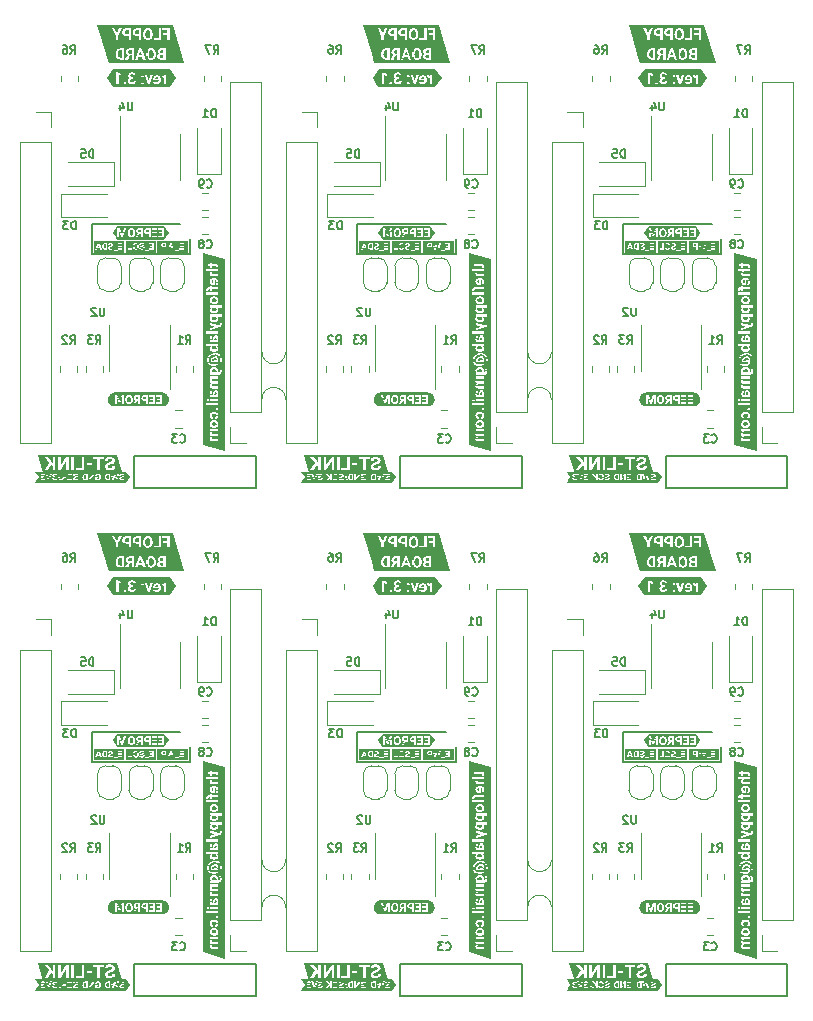
<source format=gbr>
%TF.GenerationSoftware,KiCad,Pcbnew,(6.0.8)*%
%TF.CreationDate,2023-05-03T14:57:19+02:00*%
%TF.ProjectId,Floppy Board v3.1,466c6f70-7079-4204-926f-617264207633,3.0*%
%TF.SameCoordinates,Original*%
%TF.FileFunction,Legend,Bot*%
%TF.FilePolarity,Positive*%
%FSLAX46Y46*%
G04 Gerber Fmt 4.6, Leading zero omitted, Abs format (unit mm)*
G04 Created by KiCad (PCBNEW (6.0.8)) date 2023-05-03 14:57:19*
%MOMM*%
%LPD*%
G01*
G04 APERTURE LIST*
%ADD10C,0.150000*%
%ADD11C,0.100000*%
%ADD12C,0.120000*%
G04 APERTURE END LIST*
D10*
X157886400Y-113966800D02*
X165404800Y-113966800D01*
X166217600Y-116532200D02*
X157886400Y-116532200D01*
X161493200Y-136318800D02*
X171805600Y-136318800D01*
X171805600Y-133626400D02*
X161493200Y-133626400D01*
X161493200Y-133626400D02*
X161493200Y-136318800D01*
X171805600Y-136318800D02*
X171805600Y-133626400D01*
X166217600Y-116532200D02*
X166217600Y-115236800D01*
X157886400Y-116532200D02*
X157886400Y-113966800D01*
X157886400Y-70966800D02*
X165404800Y-70966800D01*
X166217600Y-73532200D02*
X157886400Y-73532200D01*
X161493200Y-93318800D02*
X171805600Y-93318800D01*
X171805600Y-90626400D02*
X161493200Y-90626400D01*
X161493200Y-90626400D02*
X161493200Y-93318800D01*
X171805600Y-93318800D02*
X171805600Y-90626400D01*
X166217600Y-73532200D02*
X166217600Y-72236800D01*
X157886400Y-73532200D02*
X157886400Y-70966800D01*
X135386400Y-113966800D02*
X142904800Y-113966800D01*
X143717600Y-116532200D02*
X135386400Y-116532200D01*
X138993200Y-136318800D02*
X149305600Y-136318800D01*
X149305600Y-133626400D02*
X138993200Y-133626400D01*
X138993200Y-133626400D02*
X138993200Y-136318800D01*
X149305600Y-136318800D02*
X149305600Y-133626400D01*
X143717600Y-116532200D02*
X143717600Y-115236800D01*
X135386400Y-116532200D02*
X135386400Y-113966800D01*
X135386400Y-70966800D02*
X142904800Y-70966800D01*
X143717600Y-73532200D02*
X135386400Y-73532200D01*
X138993200Y-93318800D02*
X149305600Y-93318800D01*
X149305600Y-90626400D02*
X138993200Y-90626400D01*
X138993200Y-90626400D02*
X138993200Y-93318800D01*
X149305600Y-93318800D02*
X149305600Y-90626400D01*
X143717600Y-73532200D02*
X143717600Y-72236800D01*
X135386400Y-73532200D02*
X135386400Y-70966800D01*
X112886400Y-113966800D02*
X120404800Y-113966800D01*
X121217600Y-116532200D02*
X112886400Y-116532200D01*
X116493200Y-136318800D02*
X126805600Y-136318800D01*
X126805600Y-133626400D02*
X116493200Y-133626400D01*
X116493200Y-133626400D02*
X116493200Y-136318800D01*
X126805600Y-136318800D02*
X126805600Y-133626400D01*
X121217600Y-116532200D02*
X121217600Y-115236800D01*
X112886400Y-116532200D02*
X112886400Y-113966800D01*
X116493200Y-90626400D02*
X116493200Y-93318800D01*
X126805600Y-90626400D02*
X116493200Y-90626400D01*
X126805600Y-93318800D02*
X126805600Y-90626400D01*
X116493200Y-93318800D02*
X126805600Y-93318800D01*
X112886400Y-73532200D02*
X112886400Y-70966800D01*
X121217600Y-73532200D02*
X121217600Y-72236800D01*
X121217600Y-73532200D02*
X112886400Y-73532200D01*
X112886400Y-70966800D02*
X120404800Y-70966800D01*
%TO.C,D1*%
X168385266Y-104936266D02*
X168385266Y-104236266D01*
X168218600Y-104236266D01*
X168118600Y-104269600D01*
X168051933Y-104336266D01*
X168018600Y-104402933D01*
X167985266Y-104536266D01*
X167985266Y-104636266D01*
X168018600Y-104769600D01*
X168051933Y-104836266D01*
X168118600Y-104902933D01*
X168218600Y-104936266D01*
X168385266Y-104936266D01*
X167318600Y-104936266D02*
X167718600Y-104936266D01*
X167518600Y-104936266D02*
X167518600Y-104236266D01*
X167585266Y-104336266D01*
X167651933Y-104402933D01*
X167718600Y-104436266D01*
%TO.C,R3*%
X158231666Y-124113266D02*
X158465000Y-123779933D01*
X158631666Y-124113266D02*
X158631666Y-123413266D01*
X158365000Y-123413266D01*
X158298333Y-123446600D01*
X158265000Y-123479933D01*
X158231666Y-123546600D01*
X158231666Y-123646600D01*
X158265000Y-123713266D01*
X158298333Y-123746600D01*
X158365000Y-123779933D01*
X158631666Y-123779933D01*
X157998333Y-123413266D02*
X157565000Y-123413266D01*
X157798333Y-123679933D01*
X157698333Y-123679933D01*
X157631666Y-123713266D01*
X157598333Y-123746600D01*
X157565000Y-123813266D01*
X157565000Y-123979933D01*
X157598333Y-124046600D01*
X157631666Y-124079933D01*
X157698333Y-124113266D01*
X157898333Y-124113266D01*
X157965000Y-124079933D01*
X157998333Y-124046600D01*
%TO.C,R7*%
X168213866Y-99551466D02*
X168447200Y-99218133D01*
X168613866Y-99551466D02*
X168613866Y-98851466D01*
X168347200Y-98851466D01*
X168280533Y-98884800D01*
X168247200Y-98918133D01*
X168213866Y-98984800D01*
X168213866Y-99084800D01*
X168247200Y-99151466D01*
X168280533Y-99184800D01*
X168347200Y-99218133D01*
X168613866Y-99218133D01*
X167980533Y-98851466D02*
X167513866Y-98851466D01*
X167813866Y-99551466D01*
%TO.C,D5*%
X158047466Y-108365266D02*
X158047466Y-107665266D01*
X157880800Y-107665266D01*
X157780800Y-107698600D01*
X157714133Y-107765266D01*
X157680800Y-107831933D01*
X157647466Y-107965266D01*
X157647466Y-108065266D01*
X157680800Y-108198600D01*
X157714133Y-108265266D01*
X157780800Y-108331933D01*
X157880800Y-108365266D01*
X158047466Y-108365266D01*
X157014133Y-107665266D02*
X157347466Y-107665266D01*
X157380800Y-107998600D01*
X157347466Y-107965266D01*
X157280800Y-107931933D01*
X157114133Y-107931933D01*
X157047466Y-107965266D01*
X157014133Y-107998600D01*
X156980800Y-108065266D01*
X156980800Y-108231933D01*
X157014133Y-108298600D01*
X157047466Y-108331933D01*
X157114133Y-108365266D01*
X157280800Y-108365266D01*
X157347466Y-108331933D01*
X157380800Y-108298600D01*
%TO.C,C3*%
X165369066Y-132406800D02*
X165402400Y-132440133D01*
X165502400Y-132473466D01*
X165569066Y-132473466D01*
X165669066Y-132440133D01*
X165735733Y-132373466D01*
X165769066Y-132306800D01*
X165802400Y-132173466D01*
X165802400Y-132073466D01*
X165769066Y-131940133D01*
X165735733Y-131873466D01*
X165669066Y-131806800D01*
X165569066Y-131773466D01*
X165502400Y-131773466D01*
X165402400Y-131806800D01*
X165369066Y-131840133D01*
X165135733Y-131773466D02*
X164702400Y-131773466D01*
X164935733Y-132040133D01*
X164835733Y-132040133D01*
X164769066Y-132073466D01*
X164735733Y-132106800D01*
X164702400Y-132173466D01*
X164702400Y-132340133D01*
X164735733Y-132406800D01*
X164769066Y-132440133D01*
X164835733Y-132473466D01*
X165035733Y-132473466D01*
X165102400Y-132440133D01*
X165135733Y-132406800D01*
%TO.C,R6*%
X156098066Y-99551466D02*
X156331400Y-99218133D01*
X156498066Y-99551466D02*
X156498066Y-98851466D01*
X156231400Y-98851466D01*
X156164733Y-98884800D01*
X156131400Y-98918133D01*
X156098066Y-98984800D01*
X156098066Y-99084800D01*
X156131400Y-99151466D01*
X156164733Y-99184800D01*
X156231400Y-99218133D01*
X156498066Y-99218133D01*
X155498066Y-98851466D02*
X155631400Y-98851466D01*
X155698066Y-98884800D01*
X155731400Y-98918133D01*
X155798066Y-99018133D01*
X155831400Y-99151466D01*
X155831400Y-99418133D01*
X155798066Y-99484800D01*
X155764733Y-99518133D01*
X155698066Y-99551466D01*
X155564733Y-99551466D01*
X155498066Y-99518133D01*
X155464733Y-99484800D01*
X155431400Y-99418133D01*
X155431400Y-99251466D01*
X155464733Y-99184800D01*
X155498066Y-99151466D01*
X155564733Y-99118133D01*
X155698066Y-99118133D01*
X155764733Y-99151466D01*
X155798066Y-99184800D01*
X155831400Y-99251466D01*
%TO.C,C8*%
X167629666Y-115944000D02*
X167663000Y-115977333D01*
X167763000Y-116010666D01*
X167829666Y-116010666D01*
X167929666Y-115977333D01*
X167996333Y-115910666D01*
X168029666Y-115844000D01*
X168063000Y-115710666D01*
X168063000Y-115610666D01*
X168029666Y-115477333D01*
X167996333Y-115410666D01*
X167929666Y-115344000D01*
X167829666Y-115310666D01*
X167763000Y-115310666D01*
X167663000Y-115344000D01*
X167629666Y-115377333D01*
X167229666Y-115610666D02*
X167296333Y-115577333D01*
X167329666Y-115544000D01*
X167363000Y-115477333D01*
X167363000Y-115444000D01*
X167329666Y-115377333D01*
X167296333Y-115344000D01*
X167229666Y-115310666D01*
X167096333Y-115310666D01*
X167029666Y-115344000D01*
X166996333Y-115377333D01*
X166963000Y-115444000D01*
X166963000Y-115477333D01*
X166996333Y-115544000D01*
X167029666Y-115577333D01*
X167096333Y-115610666D01*
X167229666Y-115610666D01*
X167296333Y-115644000D01*
X167329666Y-115677333D01*
X167363000Y-115744000D01*
X167363000Y-115877333D01*
X167329666Y-115944000D01*
X167296333Y-115977333D01*
X167229666Y-116010666D01*
X167096333Y-116010666D01*
X167029666Y-115977333D01*
X166996333Y-115944000D01*
X166963000Y-115877333D01*
X166963000Y-115744000D01*
X166996333Y-115677333D01*
X167029666Y-115644000D01*
X167096333Y-115610666D01*
%TO.C,D3*%
X156548866Y-114435866D02*
X156548866Y-113735866D01*
X156382200Y-113735866D01*
X156282200Y-113769200D01*
X156215533Y-113835866D01*
X156182200Y-113902533D01*
X156148866Y-114035866D01*
X156148866Y-114135866D01*
X156182200Y-114269200D01*
X156215533Y-114335866D01*
X156282200Y-114402533D01*
X156382200Y-114435866D01*
X156548866Y-114435866D01*
X155915533Y-113735866D02*
X155482200Y-113735866D01*
X155715533Y-114002533D01*
X155615533Y-114002533D01*
X155548866Y-114035866D01*
X155515533Y-114069200D01*
X155482200Y-114135866D01*
X155482200Y-114302533D01*
X155515533Y-114369200D01*
X155548866Y-114402533D01*
X155615533Y-114435866D01*
X155815533Y-114435866D01*
X155882200Y-114402533D01*
X155915533Y-114369200D01*
%TO.C,U4*%
X161340733Y-103652066D02*
X161340733Y-104218733D01*
X161307400Y-104285400D01*
X161274066Y-104318733D01*
X161207400Y-104352066D01*
X161074066Y-104352066D01*
X161007400Y-104318733D01*
X160974066Y-104285400D01*
X160940733Y-104218733D01*
X160940733Y-103652066D01*
X160307400Y-103885400D02*
X160307400Y-104352066D01*
X160474066Y-103618733D02*
X160640733Y-104118733D01*
X160207400Y-104118733D01*
%TO.C,C9*%
X167629666Y-110838600D02*
X167663000Y-110871933D01*
X167763000Y-110905266D01*
X167829666Y-110905266D01*
X167929666Y-110871933D01*
X167996333Y-110805266D01*
X168029666Y-110738600D01*
X168063000Y-110605266D01*
X168063000Y-110505266D01*
X168029666Y-110371933D01*
X167996333Y-110305266D01*
X167929666Y-110238600D01*
X167829666Y-110205266D01*
X167763000Y-110205266D01*
X167663000Y-110238600D01*
X167629666Y-110271933D01*
X167296333Y-110905266D02*
X167163000Y-110905266D01*
X167096333Y-110871933D01*
X167063000Y-110838600D01*
X166996333Y-110738600D01*
X166963000Y-110605266D01*
X166963000Y-110338600D01*
X166996333Y-110271933D01*
X167029666Y-110238600D01*
X167096333Y-110205266D01*
X167229666Y-110205266D01*
X167296333Y-110238600D01*
X167329666Y-110271933D01*
X167363000Y-110338600D01*
X167363000Y-110505266D01*
X167329666Y-110571933D01*
X167296333Y-110605266D01*
X167229666Y-110638600D01*
X167096333Y-110638600D01*
X167029666Y-110605266D01*
X166996333Y-110571933D01*
X166963000Y-110505266D01*
%TO.C,R1*%
X165851666Y-124113266D02*
X166085000Y-123779933D01*
X166251666Y-124113266D02*
X166251666Y-123413266D01*
X165985000Y-123413266D01*
X165918333Y-123446600D01*
X165885000Y-123479933D01*
X165851666Y-123546600D01*
X165851666Y-123646600D01*
X165885000Y-123713266D01*
X165918333Y-123746600D01*
X165985000Y-123779933D01*
X166251666Y-123779933D01*
X165185000Y-124113266D02*
X165585000Y-124113266D01*
X165385000Y-124113266D02*
X165385000Y-123413266D01*
X165451666Y-123513266D01*
X165518333Y-123579933D01*
X165585000Y-123613266D01*
%TO.C,R2*%
X156072666Y-124113266D02*
X156306000Y-123779933D01*
X156472666Y-124113266D02*
X156472666Y-123413266D01*
X156206000Y-123413266D01*
X156139333Y-123446600D01*
X156106000Y-123479933D01*
X156072666Y-123546600D01*
X156072666Y-123646600D01*
X156106000Y-123713266D01*
X156139333Y-123746600D01*
X156206000Y-123779933D01*
X156472666Y-123779933D01*
X155806000Y-123479933D02*
X155772666Y-123446600D01*
X155706000Y-123413266D01*
X155539333Y-123413266D01*
X155472666Y-123446600D01*
X155439333Y-123479933D01*
X155406000Y-123546600D01*
X155406000Y-123613266D01*
X155439333Y-123713266D01*
X155839333Y-124113266D01*
X155406000Y-124113266D01*
%TO.C,U2*%
X158978533Y-121051066D02*
X158978533Y-121617733D01*
X158945200Y-121684400D01*
X158911866Y-121717733D01*
X158845200Y-121751066D01*
X158711866Y-121751066D01*
X158645200Y-121717733D01*
X158611866Y-121684400D01*
X158578533Y-121617733D01*
X158578533Y-121051066D01*
X158278533Y-121117733D02*
X158245200Y-121084400D01*
X158178533Y-121051066D01*
X158011866Y-121051066D01*
X157945200Y-121084400D01*
X157911866Y-121117733D01*
X157878533Y-121184400D01*
X157878533Y-121251066D01*
X157911866Y-121351066D01*
X158311866Y-121751066D01*
X157878533Y-121751066D01*
%TO.C,D1*%
X168385266Y-61936266D02*
X168385266Y-61236266D01*
X168218600Y-61236266D01*
X168118600Y-61269600D01*
X168051933Y-61336266D01*
X168018600Y-61402933D01*
X167985266Y-61536266D01*
X167985266Y-61636266D01*
X168018600Y-61769600D01*
X168051933Y-61836266D01*
X168118600Y-61902933D01*
X168218600Y-61936266D01*
X168385266Y-61936266D01*
X167318600Y-61936266D02*
X167718600Y-61936266D01*
X167518600Y-61936266D02*
X167518600Y-61236266D01*
X167585266Y-61336266D01*
X167651933Y-61402933D01*
X167718600Y-61436266D01*
%TO.C,R3*%
X158231666Y-81113266D02*
X158465000Y-80779933D01*
X158631666Y-81113266D02*
X158631666Y-80413266D01*
X158365000Y-80413266D01*
X158298333Y-80446600D01*
X158265000Y-80479933D01*
X158231666Y-80546600D01*
X158231666Y-80646600D01*
X158265000Y-80713266D01*
X158298333Y-80746600D01*
X158365000Y-80779933D01*
X158631666Y-80779933D01*
X157998333Y-80413266D02*
X157565000Y-80413266D01*
X157798333Y-80679933D01*
X157698333Y-80679933D01*
X157631666Y-80713266D01*
X157598333Y-80746600D01*
X157565000Y-80813266D01*
X157565000Y-80979933D01*
X157598333Y-81046600D01*
X157631666Y-81079933D01*
X157698333Y-81113266D01*
X157898333Y-81113266D01*
X157965000Y-81079933D01*
X157998333Y-81046600D01*
%TO.C,R7*%
X168213866Y-56551466D02*
X168447200Y-56218133D01*
X168613866Y-56551466D02*
X168613866Y-55851466D01*
X168347200Y-55851466D01*
X168280533Y-55884800D01*
X168247200Y-55918133D01*
X168213866Y-55984800D01*
X168213866Y-56084800D01*
X168247200Y-56151466D01*
X168280533Y-56184800D01*
X168347200Y-56218133D01*
X168613866Y-56218133D01*
X167980533Y-55851466D02*
X167513866Y-55851466D01*
X167813866Y-56551466D01*
%TO.C,D5*%
X158047466Y-65365266D02*
X158047466Y-64665266D01*
X157880800Y-64665266D01*
X157780800Y-64698600D01*
X157714133Y-64765266D01*
X157680800Y-64831933D01*
X157647466Y-64965266D01*
X157647466Y-65065266D01*
X157680800Y-65198600D01*
X157714133Y-65265266D01*
X157780800Y-65331933D01*
X157880800Y-65365266D01*
X158047466Y-65365266D01*
X157014133Y-64665266D02*
X157347466Y-64665266D01*
X157380800Y-64998600D01*
X157347466Y-64965266D01*
X157280800Y-64931933D01*
X157114133Y-64931933D01*
X157047466Y-64965266D01*
X157014133Y-64998600D01*
X156980800Y-65065266D01*
X156980800Y-65231933D01*
X157014133Y-65298600D01*
X157047466Y-65331933D01*
X157114133Y-65365266D01*
X157280800Y-65365266D01*
X157347466Y-65331933D01*
X157380800Y-65298600D01*
%TO.C,C3*%
X165369066Y-89406800D02*
X165402400Y-89440133D01*
X165502400Y-89473466D01*
X165569066Y-89473466D01*
X165669066Y-89440133D01*
X165735733Y-89373466D01*
X165769066Y-89306800D01*
X165802400Y-89173466D01*
X165802400Y-89073466D01*
X165769066Y-88940133D01*
X165735733Y-88873466D01*
X165669066Y-88806800D01*
X165569066Y-88773466D01*
X165502400Y-88773466D01*
X165402400Y-88806800D01*
X165369066Y-88840133D01*
X165135733Y-88773466D02*
X164702400Y-88773466D01*
X164935733Y-89040133D01*
X164835733Y-89040133D01*
X164769066Y-89073466D01*
X164735733Y-89106800D01*
X164702400Y-89173466D01*
X164702400Y-89340133D01*
X164735733Y-89406800D01*
X164769066Y-89440133D01*
X164835733Y-89473466D01*
X165035733Y-89473466D01*
X165102400Y-89440133D01*
X165135733Y-89406800D01*
%TO.C,R6*%
X156098066Y-56551466D02*
X156331400Y-56218133D01*
X156498066Y-56551466D02*
X156498066Y-55851466D01*
X156231400Y-55851466D01*
X156164733Y-55884800D01*
X156131400Y-55918133D01*
X156098066Y-55984800D01*
X156098066Y-56084800D01*
X156131400Y-56151466D01*
X156164733Y-56184800D01*
X156231400Y-56218133D01*
X156498066Y-56218133D01*
X155498066Y-55851466D02*
X155631400Y-55851466D01*
X155698066Y-55884800D01*
X155731400Y-55918133D01*
X155798066Y-56018133D01*
X155831400Y-56151466D01*
X155831400Y-56418133D01*
X155798066Y-56484800D01*
X155764733Y-56518133D01*
X155698066Y-56551466D01*
X155564733Y-56551466D01*
X155498066Y-56518133D01*
X155464733Y-56484800D01*
X155431400Y-56418133D01*
X155431400Y-56251466D01*
X155464733Y-56184800D01*
X155498066Y-56151466D01*
X155564733Y-56118133D01*
X155698066Y-56118133D01*
X155764733Y-56151466D01*
X155798066Y-56184800D01*
X155831400Y-56251466D01*
%TO.C,C8*%
X167629666Y-72944000D02*
X167663000Y-72977333D01*
X167763000Y-73010666D01*
X167829666Y-73010666D01*
X167929666Y-72977333D01*
X167996333Y-72910666D01*
X168029666Y-72844000D01*
X168063000Y-72710666D01*
X168063000Y-72610666D01*
X168029666Y-72477333D01*
X167996333Y-72410666D01*
X167929666Y-72344000D01*
X167829666Y-72310666D01*
X167763000Y-72310666D01*
X167663000Y-72344000D01*
X167629666Y-72377333D01*
X167229666Y-72610666D02*
X167296333Y-72577333D01*
X167329666Y-72544000D01*
X167363000Y-72477333D01*
X167363000Y-72444000D01*
X167329666Y-72377333D01*
X167296333Y-72344000D01*
X167229666Y-72310666D01*
X167096333Y-72310666D01*
X167029666Y-72344000D01*
X166996333Y-72377333D01*
X166963000Y-72444000D01*
X166963000Y-72477333D01*
X166996333Y-72544000D01*
X167029666Y-72577333D01*
X167096333Y-72610666D01*
X167229666Y-72610666D01*
X167296333Y-72644000D01*
X167329666Y-72677333D01*
X167363000Y-72744000D01*
X167363000Y-72877333D01*
X167329666Y-72944000D01*
X167296333Y-72977333D01*
X167229666Y-73010666D01*
X167096333Y-73010666D01*
X167029666Y-72977333D01*
X166996333Y-72944000D01*
X166963000Y-72877333D01*
X166963000Y-72744000D01*
X166996333Y-72677333D01*
X167029666Y-72644000D01*
X167096333Y-72610666D01*
%TO.C,D3*%
X156548866Y-71435866D02*
X156548866Y-70735866D01*
X156382200Y-70735866D01*
X156282200Y-70769200D01*
X156215533Y-70835866D01*
X156182200Y-70902533D01*
X156148866Y-71035866D01*
X156148866Y-71135866D01*
X156182200Y-71269200D01*
X156215533Y-71335866D01*
X156282200Y-71402533D01*
X156382200Y-71435866D01*
X156548866Y-71435866D01*
X155915533Y-70735866D02*
X155482200Y-70735866D01*
X155715533Y-71002533D01*
X155615533Y-71002533D01*
X155548866Y-71035866D01*
X155515533Y-71069200D01*
X155482200Y-71135866D01*
X155482200Y-71302533D01*
X155515533Y-71369200D01*
X155548866Y-71402533D01*
X155615533Y-71435866D01*
X155815533Y-71435866D01*
X155882200Y-71402533D01*
X155915533Y-71369200D01*
%TO.C,U4*%
X161340733Y-60652066D02*
X161340733Y-61218733D01*
X161307400Y-61285400D01*
X161274066Y-61318733D01*
X161207400Y-61352066D01*
X161074066Y-61352066D01*
X161007400Y-61318733D01*
X160974066Y-61285400D01*
X160940733Y-61218733D01*
X160940733Y-60652066D01*
X160307400Y-60885400D02*
X160307400Y-61352066D01*
X160474066Y-60618733D02*
X160640733Y-61118733D01*
X160207400Y-61118733D01*
%TO.C,C9*%
X167629666Y-67838600D02*
X167663000Y-67871933D01*
X167763000Y-67905266D01*
X167829666Y-67905266D01*
X167929666Y-67871933D01*
X167996333Y-67805266D01*
X168029666Y-67738600D01*
X168063000Y-67605266D01*
X168063000Y-67505266D01*
X168029666Y-67371933D01*
X167996333Y-67305266D01*
X167929666Y-67238600D01*
X167829666Y-67205266D01*
X167763000Y-67205266D01*
X167663000Y-67238600D01*
X167629666Y-67271933D01*
X167296333Y-67905266D02*
X167163000Y-67905266D01*
X167096333Y-67871933D01*
X167063000Y-67838600D01*
X166996333Y-67738600D01*
X166963000Y-67605266D01*
X166963000Y-67338600D01*
X166996333Y-67271933D01*
X167029666Y-67238600D01*
X167096333Y-67205266D01*
X167229666Y-67205266D01*
X167296333Y-67238600D01*
X167329666Y-67271933D01*
X167363000Y-67338600D01*
X167363000Y-67505266D01*
X167329666Y-67571933D01*
X167296333Y-67605266D01*
X167229666Y-67638600D01*
X167096333Y-67638600D01*
X167029666Y-67605266D01*
X166996333Y-67571933D01*
X166963000Y-67505266D01*
%TO.C,R1*%
X165851666Y-81113266D02*
X166085000Y-80779933D01*
X166251666Y-81113266D02*
X166251666Y-80413266D01*
X165985000Y-80413266D01*
X165918333Y-80446600D01*
X165885000Y-80479933D01*
X165851666Y-80546600D01*
X165851666Y-80646600D01*
X165885000Y-80713266D01*
X165918333Y-80746600D01*
X165985000Y-80779933D01*
X166251666Y-80779933D01*
X165185000Y-81113266D02*
X165585000Y-81113266D01*
X165385000Y-81113266D02*
X165385000Y-80413266D01*
X165451666Y-80513266D01*
X165518333Y-80579933D01*
X165585000Y-80613266D01*
%TO.C,R2*%
X156072666Y-81113266D02*
X156306000Y-80779933D01*
X156472666Y-81113266D02*
X156472666Y-80413266D01*
X156206000Y-80413266D01*
X156139333Y-80446600D01*
X156106000Y-80479933D01*
X156072666Y-80546600D01*
X156072666Y-80646600D01*
X156106000Y-80713266D01*
X156139333Y-80746600D01*
X156206000Y-80779933D01*
X156472666Y-80779933D01*
X155806000Y-80479933D02*
X155772666Y-80446600D01*
X155706000Y-80413266D01*
X155539333Y-80413266D01*
X155472666Y-80446600D01*
X155439333Y-80479933D01*
X155406000Y-80546600D01*
X155406000Y-80613266D01*
X155439333Y-80713266D01*
X155839333Y-81113266D01*
X155406000Y-81113266D01*
%TO.C,U2*%
X158978533Y-78051066D02*
X158978533Y-78617733D01*
X158945200Y-78684400D01*
X158911866Y-78717733D01*
X158845200Y-78751066D01*
X158711866Y-78751066D01*
X158645200Y-78717733D01*
X158611866Y-78684400D01*
X158578533Y-78617733D01*
X158578533Y-78051066D01*
X158278533Y-78117733D02*
X158245200Y-78084400D01*
X158178533Y-78051066D01*
X158011866Y-78051066D01*
X157945200Y-78084400D01*
X157911866Y-78117733D01*
X157878533Y-78184400D01*
X157878533Y-78251066D01*
X157911866Y-78351066D01*
X158311866Y-78751066D01*
X157878533Y-78751066D01*
%TO.C,D1*%
X145885266Y-104936266D02*
X145885266Y-104236266D01*
X145718600Y-104236266D01*
X145618600Y-104269600D01*
X145551933Y-104336266D01*
X145518600Y-104402933D01*
X145485266Y-104536266D01*
X145485266Y-104636266D01*
X145518600Y-104769600D01*
X145551933Y-104836266D01*
X145618600Y-104902933D01*
X145718600Y-104936266D01*
X145885266Y-104936266D01*
X144818600Y-104936266D02*
X145218600Y-104936266D01*
X145018600Y-104936266D02*
X145018600Y-104236266D01*
X145085266Y-104336266D01*
X145151933Y-104402933D01*
X145218600Y-104436266D01*
%TO.C,R3*%
X135731666Y-124113266D02*
X135965000Y-123779933D01*
X136131666Y-124113266D02*
X136131666Y-123413266D01*
X135865000Y-123413266D01*
X135798333Y-123446600D01*
X135765000Y-123479933D01*
X135731666Y-123546600D01*
X135731666Y-123646600D01*
X135765000Y-123713266D01*
X135798333Y-123746600D01*
X135865000Y-123779933D01*
X136131666Y-123779933D01*
X135498333Y-123413266D02*
X135065000Y-123413266D01*
X135298333Y-123679933D01*
X135198333Y-123679933D01*
X135131666Y-123713266D01*
X135098333Y-123746600D01*
X135065000Y-123813266D01*
X135065000Y-123979933D01*
X135098333Y-124046600D01*
X135131666Y-124079933D01*
X135198333Y-124113266D01*
X135398333Y-124113266D01*
X135465000Y-124079933D01*
X135498333Y-124046600D01*
%TO.C,R7*%
X145713866Y-99551466D02*
X145947200Y-99218133D01*
X146113866Y-99551466D02*
X146113866Y-98851466D01*
X145847200Y-98851466D01*
X145780533Y-98884800D01*
X145747200Y-98918133D01*
X145713866Y-98984800D01*
X145713866Y-99084800D01*
X145747200Y-99151466D01*
X145780533Y-99184800D01*
X145847200Y-99218133D01*
X146113866Y-99218133D01*
X145480533Y-98851466D02*
X145013866Y-98851466D01*
X145313866Y-99551466D01*
%TO.C,D5*%
X135547466Y-108365266D02*
X135547466Y-107665266D01*
X135380800Y-107665266D01*
X135280800Y-107698600D01*
X135214133Y-107765266D01*
X135180800Y-107831933D01*
X135147466Y-107965266D01*
X135147466Y-108065266D01*
X135180800Y-108198600D01*
X135214133Y-108265266D01*
X135280800Y-108331933D01*
X135380800Y-108365266D01*
X135547466Y-108365266D01*
X134514133Y-107665266D02*
X134847466Y-107665266D01*
X134880800Y-107998600D01*
X134847466Y-107965266D01*
X134780800Y-107931933D01*
X134614133Y-107931933D01*
X134547466Y-107965266D01*
X134514133Y-107998600D01*
X134480800Y-108065266D01*
X134480800Y-108231933D01*
X134514133Y-108298600D01*
X134547466Y-108331933D01*
X134614133Y-108365266D01*
X134780800Y-108365266D01*
X134847466Y-108331933D01*
X134880800Y-108298600D01*
%TO.C,C3*%
X142869066Y-132406800D02*
X142902400Y-132440133D01*
X143002400Y-132473466D01*
X143069066Y-132473466D01*
X143169066Y-132440133D01*
X143235733Y-132373466D01*
X143269066Y-132306800D01*
X143302400Y-132173466D01*
X143302400Y-132073466D01*
X143269066Y-131940133D01*
X143235733Y-131873466D01*
X143169066Y-131806800D01*
X143069066Y-131773466D01*
X143002400Y-131773466D01*
X142902400Y-131806800D01*
X142869066Y-131840133D01*
X142635733Y-131773466D02*
X142202400Y-131773466D01*
X142435733Y-132040133D01*
X142335733Y-132040133D01*
X142269066Y-132073466D01*
X142235733Y-132106800D01*
X142202400Y-132173466D01*
X142202400Y-132340133D01*
X142235733Y-132406800D01*
X142269066Y-132440133D01*
X142335733Y-132473466D01*
X142535733Y-132473466D01*
X142602400Y-132440133D01*
X142635733Y-132406800D01*
%TO.C,R6*%
X133598066Y-99551466D02*
X133831400Y-99218133D01*
X133998066Y-99551466D02*
X133998066Y-98851466D01*
X133731400Y-98851466D01*
X133664733Y-98884800D01*
X133631400Y-98918133D01*
X133598066Y-98984800D01*
X133598066Y-99084800D01*
X133631400Y-99151466D01*
X133664733Y-99184800D01*
X133731400Y-99218133D01*
X133998066Y-99218133D01*
X132998066Y-98851466D02*
X133131400Y-98851466D01*
X133198066Y-98884800D01*
X133231400Y-98918133D01*
X133298066Y-99018133D01*
X133331400Y-99151466D01*
X133331400Y-99418133D01*
X133298066Y-99484800D01*
X133264733Y-99518133D01*
X133198066Y-99551466D01*
X133064733Y-99551466D01*
X132998066Y-99518133D01*
X132964733Y-99484800D01*
X132931400Y-99418133D01*
X132931400Y-99251466D01*
X132964733Y-99184800D01*
X132998066Y-99151466D01*
X133064733Y-99118133D01*
X133198066Y-99118133D01*
X133264733Y-99151466D01*
X133298066Y-99184800D01*
X133331400Y-99251466D01*
%TO.C,C8*%
X145129666Y-115944000D02*
X145163000Y-115977333D01*
X145263000Y-116010666D01*
X145329666Y-116010666D01*
X145429666Y-115977333D01*
X145496333Y-115910666D01*
X145529666Y-115844000D01*
X145563000Y-115710666D01*
X145563000Y-115610666D01*
X145529666Y-115477333D01*
X145496333Y-115410666D01*
X145429666Y-115344000D01*
X145329666Y-115310666D01*
X145263000Y-115310666D01*
X145163000Y-115344000D01*
X145129666Y-115377333D01*
X144729666Y-115610666D02*
X144796333Y-115577333D01*
X144829666Y-115544000D01*
X144863000Y-115477333D01*
X144863000Y-115444000D01*
X144829666Y-115377333D01*
X144796333Y-115344000D01*
X144729666Y-115310666D01*
X144596333Y-115310666D01*
X144529666Y-115344000D01*
X144496333Y-115377333D01*
X144463000Y-115444000D01*
X144463000Y-115477333D01*
X144496333Y-115544000D01*
X144529666Y-115577333D01*
X144596333Y-115610666D01*
X144729666Y-115610666D01*
X144796333Y-115644000D01*
X144829666Y-115677333D01*
X144863000Y-115744000D01*
X144863000Y-115877333D01*
X144829666Y-115944000D01*
X144796333Y-115977333D01*
X144729666Y-116010666D01*
X144596333Y-116010666D01*
X144529666Y-115977333D01*
X144496333Y-115944000D01*
X144463000Y-115877333D01*
X144463000Y-115744000D01*
X144496333Y-115677333D01*
X144529666Y-115644000D01*
X144596333Y-115610666D01*
%TO.C,D3*%
X134048866Y-114435866D02*
X134048866Y-113735866D01*
X133882200Y-113735866D01*
X133782200Y-113769200D01*
X133715533Y-113835866D01*
X133682200Y-113902533D01*
X133648866Y-114035866D01*
X133648866Y-114135866D01*
X133682200Y-114269200D01*
X133715533Y-114335866D01*
X133782200Y-114402533D01*
X133882200Y-114435866D01*
X134048866Y-114435866D01*
X133415533Y-113735866D02*
X132982200Y-113735866D01*
X133215533Y-114002533D01*
X133115533Y-114002533D01*
X133048866Y-114035866D01*
X133015533Y-114069200D01*
X132982200Y-114135866D01*
X132982200Y-114302533D01*
X133015533Y-114369200D01*
X133048866Y-114402533D01*
X133115533Y-114435866D01*
X133315533Y-114435866D01*
X133382200Y-114402533D01*
X133415533Y-114369200D01*
%TO.C,U4*%
X138840733Y-103652066D02*
X138840733Y-104218733D01*
X138807400Y-104285400D01*
X138774066Y-104318733D01*
X138707400Y-104352066D01*
X138574066Y-104352066D01*
X138507400Y-104318733D01*
X138474066Y-104285400D01*
X138440733Y-104218733D01*
X138440733Y-103652066D01*
X137807400Y-103885400D02*
X137807400Y-104352066D01*
X137974066Y-103618733D02*
X138140733Y-104118733D01*
X137707400Y-104118733D01*
%TO.C,C9*%
X145129666Y-110838600D02*
X145163000Y-110871933D01*
X145263000Y-110905266D01*
X145329666Y-110905266D01*
X145429666Y-110871933D01*
X145496333Y-110805266D01*
X145529666Y-110738600D01*
X145563000Y-110605266D01*
X145563000Y-110505266D01*
X145529666Y-110371933D01*
X145496333Y-110305266D01*
X145429666Y-110238600D01*
X145329666Y-110205266D01*
X145263000Y-110205266D01*
X145163000Y-110238600D01*
X145129666Y-110271933D01*
X144796333Y-110905266D02*
X144663000Y-110905266D01*
X144596333Y-110871933D01*
X144563000Y-110838600D01*
X144496333Y-110738600D01*
X144463000Y-110605266D01*
X144463000Y-110338600D01*
X144496333Y-110271933D01*
X144529666Y-110238600D01*
X144596333Y-110205266D01*
X144729666Y-110205266D01*
X144796333Y-110238600D01*
X144829666Y-110271933D01*
X144863000Y-110338600D01*
X144863000Y-110505266D01*
X144829666Y-110571933D01*
X144796333Y-110605266D01*
X144729666Y-110638600D01*
X144596333Y-110638600D01*
X144529666Y-110605266D01*
X144496333Y-110571933D01*
X144463000Y-110505266D01*
%TO.C,R1*%
X143351666Y-124113266D02*
X143585000Y-123779933D01*
X143751666Y-124113266D02*
X143751666Y-123413266D01*
X143485000Y-123413266D01*
X143418333Y-123446600D01*
X143385000Y-123479933D01*
X143351666Y-123546600D01*
X143351666Y-123646600D01*
X143385000Y-123713266D01*
X143418333Y-123746600D01*
X143485000Y-123779933D01*
X143751666Y-123779933D01*
X142685000Y-124113266D02*
X143085000Y-124113266D01*
X142885000Y-124113266D02*
X142885000Y-123413266D01*
X142951666Y-123513266D01*
X143018333Y-123579933D01*
X143085000Y-123613266D01*
%TO.C,R2*%
X133572666Y-124113266D02*
X133806000Y-123779933D01*
X133972666Y-124113266D02*
X133972666Y-123413266D01*
X133706000Y-123413266D01*
X133639333Y-123446600D01*
X133606000Y-123479933D01*
X133572666Y-123546600D01*
X133572666Y-123646600D01*
X133606000Y-123713266D01*
X133639333Y-123746600D01*
X133706000Y-123779933D01*
X133972666Y-123779933D01*
X133306000Y-123479933D02*
X133272666Y-123446600D01*
X133206000Y-123413266D01*
X133039333Y-123413266D01*
X132972666Y-123446600D01*
X132939333Y-123479933D01*
X132906000Y-123546600D01*
X132906000Y-123613266D01*
X132939333Y-123713266D01*
X133339333Y-124113266D01*
X132906000Y-124113266D01*
%TO.C,U2*%
X136478533Y-121051066D02*
X136478533Y-121617733D01*
X136445200Y-121684400D01*
X136411866Y-121717733D01*
X136345200Y-121751066D01*
X136211866Y-121751066D01*
X136145200Y-121717733D01*
X136111866Y-121684400D01*
X136078533Y-121617733D01*
X136078533Y-121051066D01*
X135778533Y-121117733D02*
X135745200Y-121084400D01*
X135678533Y-121051066D01*
X135511866Y-121051066D01*
X135445200Y-121084400D01*
X135411866Y-121117733D01*
X135378533Y-121184400D01*
X135378533Y-121251066D01*
X135411866Y-121351066D01*
X135811866Y-121751066D01*
X135378533Y-121751066D01*
%TO.C,D1*%
X145885266Y-61936266D02*
X145885266Y-61236266D01*
X145718600Y-61236266D01*
X145618600Y-61269600D01*
X145551933Y-61336266D01*
X145518600Y-61402933D01*
X145485266Y-61536266D01*
X145485266Y-61636266D01*
X145518600Y-61769600D01*
X145551933Y-61836266D01*
X145618600Y-61902933D01*
X145718600Y-61936266D01*
X145885266Y-61936266D01*
X144818600Y-61936266D02*
X145218600Y-61936266D01*
X145018600Y-61936266D02*
X145018600Y-61236266D01*
X145085266Y-61336266D01*
X145151933Y-61402933D01*
X145218600Y-61436266D01*
%TO.C,R3*%
X135731666Y-81113266D02*
X135965000Y-80779933D01*
X136131666Y-81113266D02*
X136131666Y-80413266D01*
X135865000Y-80413266D01*
X135798333Y-80446600D01*
X135765000Y-80479933D01*
X135731666Y-80546600D01*
X135731666Y-80646600D01*
X135765000Y-80713266D01*
X135798333Y-80746600D01*
X135865000Y-80779933D01*
X136131666Y-80779933D01*
X135498333Y-80413266D02*
X135065000Y-80413266D01*
X135298333Y-80679933D01*
X135198333Y-80679933D01*
X135131666Y-80713266D01*
X135098333Y-80746600D01*
X135065000Y-80813266D01*
X135065000Y-80979933D01*
X135098333Y-81046600D01*
X135131666Y-81079933D01*
X135198333Y-81113266D01*
X135398333Y-81113266D01*
X135465000Y-81079933D01*
X135498333Y-81046600D01*
%TO.C,R7*%
X145713866Y-56551466D02*
X145947200Y-56218133D01*
X146113866Y-56551466D02*
X146113866Y-55851466D01*
X145847200Y-55851466D01*
X145780533Y-55884800D01*
X145747200Y-55918133D01*
X145713866Y-55984800D01*
X145713866Y-56084800D01*
X145747200Y-56151466D01*
X145780533Y-56184800D01*
X145847200Y-56218133D01*
X146113866Y-56218133D01*
X145480533Y-55851466D02*
X145013866Y-55851466D01*
X145313866Y-56551466D01*
%TO.C,D5*%
X135547466Y-65365266D02*
X135547466Y-64665266D01*
X135380800Y-64665266D01*
X135280800Y-64698600D01*
X135214133Y-64765266D01*
X135180800Y-64831933D01*
X135147466Y-64965266D01*
X135147466Y-65065266D01*
X135180800Y-65198600D01*
X135214133Y-65265266D01*
X135280800Y-65331933D01*
X135380800Y-65365266D01*
X135547466Y-65365266D01*
X134514133Y-64665266D02*
X134847466Y-64665266D01*
X134880800Y-64998600D01*
X134847466Y-64965266D01*
X134780800Y-64931933D01*
X134614133Y-64931933D01*
X134547466Y-64965266D01*
X134514133Y-64998600D01*
X134480800Y-65065266D01*
X134480800Y-65231933D01*
X134514133Y-65298600D01*
X134547466Y-65331933D01*
X134614133Y-65365266D01*
X134780800Y-65365266D01*
X134847466Y-65331933D01*
X134880800Y-65298600D01*
%TO.C,C3*%
X142869066Y-89406800D02*
X142902400Y-89440133D01*
X143002400Y-89473466D01*
X143069066Y-89473466D01*
X143169066Y-89440133D01*
X143235733Y-89373466D01*
X143269066Y-89306800D01*
X143302400Y-89173466D01*
X143302400Y-89073466D01*
X143269066Y-88940133D01*
X143235733Y-88873466D01*
X143169066Y-88806800D01*
X143069066Y-88773466D01*
X143002400Y-88773466D01*
X142902400Y-88806800D01*
X142869066Y-88840133D01*
X142635733Y-88773466D02*
X142202400Y-88773466D01*
X142435733Y-89040133D01*
X142335733Y-89040133D01*
X142269066Y-89073466D01*
X142235733Y-89106800D01*
X142202400Y-89173466D01*
X142202400Y-89340133D01*
X142235733Y-89406800D01*
X142269066Y-89440133D01*
X142335733Y-89473466D01*
X142535733Y-89473466D01*
X142602400Y-89440133D01*
X142635733Y-89406800D01*
%TO.C,R6*%
X133598066Y-56551466D02*
X133831400Y-56218133D01*
X133998066Y-56551466D02*
X133998066Y-55851466D01*
X133731400Y-55851466D01*
X133664733Y-55884800D01*
X133631400Y-55918133D01*
X133598066Y-55984800D01*
X133598066Y-56084800D01*
X133631400Y-56151466D01*
X133664733Y-56184800D01*
X133731400Y-56218133D01*
X133998066Y-56218133D01*
X132998066Y-55851466D02*
X133131400Y-55851466D01*
X133198066Y-55884800D01*
X133231400Y-55918133D01*
X133298066Y-56018133D01*
X133331400Y-56151466D01*
X133331400Y-56418133D01*
X133298066Y-56484800D01*
X133264733Y-56518133D01*
X133198066Y-56551466D01*
X133064733Y-56551466D01*
X132998066Y-56518133D01*
X132964733Y-56484800D01*
X132931400Y-56418133D01*
X132931400Y-56251466D01*
X132964733Y-56184800D01*
X132998066Y-56151466D01*
X133064733Y-56118133D01*
X133198066Y-56118133D01*
X133264733Y-56151466D01*
X133298066Y-56184800D01*
X133331400Y-56251466D01*
%TO.C,C8*%
X145129666Y-72944000D02*
X145163000Y-72977333D01*
X145263000Y-73010666D01*
X145329666Y-73010666D01*
X145429666Y-72977333D01*
X145496333Y-72910666D01*
X145529666Y-72844000D01*
X145563000Y-72710666D01*
X145563000Y-72610666D01*
X145529666Y-72477333D01*
X145496333Y-72410666D01*
X145429666Y-72344000D01*
X145329666Y-72310666D01*
X145263000Y-72310666D01*
X145163000Y-72344000D01*
X145129666Y-72377333D01*
X144729666Y-72610666D02*
X144796333Y-72577333D01*
X144829666Y-72544000D01*
X144863000Y-72477333D01*
X144863000Y-72444000D01*
X144829666Y-72377333D01*
X144796333Y-72344000D01*
X144729666Y-72310666D01*
X144596333Y-72310666D01*
X144529666Y-72344000D01*
X144496333Y-72377333D01*
X144463000Y-72444000D01*
X144463000Y-72477333D01*
X144496333Y-72544000D01*
X144529666Y-72577333D01*
X144596333Y-72610666D01*
X144729666Y-72610666D01*
X144796333Y-72644000D01*
X144829666Y-72677333D01*
X144863000Y-72744000D01*
X144863000Y-72877333D01*
X144829666Y-72944000D01*
X144796333Y-72977333D01*
X144729666Y-73010666D01*
X144596333Y-73010666D01*
X144529666Y-72977333D01*
X144496333Y-72944000D01*
X144463000Y-72877333D01*
X144463000Y-72744000D01*
X144496333Y-72677333D01*
X144529666Y-72644000D01*
X144596333Y-72610666D01*
%TO.C,D3*%
X134048866Y-71435866D02*
X134048866Y-70735866D01*
X133882200Y-70735866D01*
X133782200Y-70769200D01*
X133715533Y-70835866D01*
X133682200Y-70902533D01*
X133648866Y-71035866D01*
X133648866Y-71135866D01*
X133682200Y-71269200D01*
X133715533Y-71335866D01*
X133782200Y-71402533D01*
X133882200Y-71435866D01*
X134048866Y-71435866D01*
X133415533Y-70735866D02*
X132982200Y-70735866D01*
X133215533Y-71002533D01*
X133115533Y-71002533D01*
X133048866Y-71035866D01*
X133015533Y-71069200D01*
X132982200Y-71135866D01*
X132982200Y-71302533D01*
X133015533Y-71369200D01*
X133048866Y-71402533D01*
X133115533Y-71435866D01*
X133315533Y-71435866D01*
X133382200Y-71402533D01*
X133415533Y-71369200D01*
%TO.C,U4*%
X138840733Y-60652066D02*
X138840733Y-61218733D01*
X138807400Y-61285400D01*
X138774066Y-61318733D01*
X138707400Y-61352066D01*
X138574066Y-61352066D01*
X138507400Y-61318733D01*
X138474066Y-61285400D01*
X138440733Y-61218733D01*
X138440733Y-60652066D01*
X137807400Y-60885400D02*
X137807400Y-61352066D01*
X137974066Y-60618733D02*
X138140733Y-61118733D01*
X137707400Y-61118733D01*
%TO.C,C9*%
X145129666Y-67838600D02*
X145163000Y-67871933D01*
X145263000Y-67905266D01*
X145329666Y-67905266D01*
X145429666Y-67871933D01*
X145496333Y-67805266D01*
X145529666Y-67738600D01*
X145563000Y-67605266D01*
X145563000Y-67505266D01*
X145529666Y-67371933D01*
X145496333Y-67305266D01*
X145429666Y-67238600D01*
X145329666Y-67205266D01*
X145263000Y-67205266D01*
X145163000Y-67238600D01*
X145129666Y-67271933D01*
X144796333Y-67905266D02*
X144663000Y-67905266D01*
X144596333Y-67871933D01*
X144563000Y-67838600D01*
X144496333Y-67738600D01*
X144463000Y-67605266D01*
X144463000Y-67338600D01*
X144496333Y-67271933D01*
X144529666Y-67238600D01*
X144596333Y-67205266D01*
X144729666Y-67205266D01*
X144796333Y-67238600D01*
X144829666Y-67271933D01*
X144863000Y-67338600D01*
X144863000Y-67505266D01*
X144829666Y-67571933D01*
X144796333Y-67605266D01*
X144729666Y-67638600D01*
X144596333Y-67638600D01*
X144529666Y-67605266D01*
X144496333Y-67571933D01*
X144463000Y-67505266D01*
%TO.C,R1*%
X143351666Y-81113266D02*
X143585000Y-80779933D01*
X143751666Y-81113266D02*
X143751666Y-80413266D01*
X143485000Y-80413266D01*
X143418333Y-80446600D01*
X143385000Y-80479933D01*
X143351666Y-80546600D01*
X143351666Y-80646600D01*
X143385000Y-80713266D01*
X143418333Y-80746600D01*
X143485000Y-80779933D01*
X143751666Y-80779933D01*
X142685000Y-81113266D02*
X143085000Y-81113266D01*
X142885000Y-81113266D02*
X142885000Y-80413266D01*
X142951666Y-80513266D01*
X143018333Y-80579933D01*
X143085000Y-80613266D01*
%TO.C,R2*%
X133572666Y-81113266D02*
X133806000Y-80779933D01*
X133972666Y-81113266D02*
X133972666Y-80413266D01*
X133706000Y-80413266D01*
X133639333Y-80446600D01*
X133606000Y-80479933D01*
X133572666Y-80546600D01*
X133572666Y-80646600D01*
X133606000Y-80713266D01*
X133639333Y-80746600D01*
X133706000Y-80779933D01*
X133972666Y-80779933D01*
X133306000Y-80479933D02*
X133272666Y-80446600D01*
X133206000Y-80413266D01*
X133039333Y-80413266D01*
X132972666Y-80446600D01*
X132939333Y-80479933D01*
X132906000Y-80546600D01*
X132906000Y-80613266D01*
X132939333Y-80713266D01*
X133339333Y-81113266D01*
X132906000Y-81113266D01*
%TO.C,U2*%
X136478533Y-78051066D02*
X136478533Y-78617733D01*
X136445200Y-78684400D01*
X136411866Y-78717733D01*
X136345200Y-78751066D01*
X136211866Y-78751066D01*
X136145200Y-78717733D01*
X136111866Y-78684400D01*
X136078533Y-78617733D01*
X136078533Y-78051066D01*
X135778533Y-78117733D02*
X135745200Y-78084400D01*
X135678533Y-78051066D01*
X135511866Y-78051066D01*
X135445200Y-78084400D01*
X135411866Y-78117733D01*
X135378533Y-78184400D01*
X135378533Y-78251066D01*
X135411866Y-78351066D01*
X135811866Y-78751066D01*
X135378533Y-78751066D01*
%TO.C,D1*%
X123385266Y-104936266D02*
X123385266Y-104236266D01*
X123218600Y-104236266D01*
X123118600Y-104269600D01*
X123051933Y-104336266D01*
X123018600Y-104402933D01*
X122985266Y-104536266D01*
X122985266Y-104636266D01*
X123018600Y-104769600D01*
X123051933Y-104836266D01*
X123118600Y-104902933D01*
X123218600Y-104936266D01*
X123385266Y-104936266D01*
X122318600Y-104936266D02*
X122718600Y-104936266D01*
X122518600Y-104936266D02*
X122518600Y-104236266D01*
X122585266Y-104336266D01*
X122651933Y-104402933D01*
X122718600Y-104436266D01*
%TO.C,R3*%
X113231666Y-124113266D02*
X113465000Y-123779933D01*
X113631666Y-124113266D02*
X113631666Y-123413266D01*
X113365000Y-123413266D01*
X113298333Y-123446600D01*
X113265000Y-123479933D01*
X113231666Y-123546600D01*
X113231666Y-123646600D01*
X113265000Y-123713266D01*
X113298333Y-123746600D01*
X113365000Y-123779933D01*
X113631666Y-123779933D01*
X112998333Y-123413266D02*
X112565000Y-123413266D01*
X112798333Y-123679933D01*
X112698333Y-123679933D01*
X112631666Y-123713266D01*
X112598333Y-123746600D01*
X112565000Y-123813266D01*
X112565000Y-123979933D01*
X112598333Y-124046600D01*
X112631666Y-124079933D01*
X112698333Y-124113266D01*
X112898333Y-124113266D01*
X112965000Y-124079933D01*
X112998333Y-124046600D01*
%TO.C,R7*%
X123213866Y-99551466D02*
X123447200Y-99218133D01*
X123613866Y-99551466D02*
X123613866Y-98851466D01*
X123347200Y-98851466D01*
X123280533Y-98884800D01*
X123247200Y-98918133D01*
X123213866Y-98984800D01*
X123213866Y-99084800D01*
X123247200Y-99151466D01*
X123280533Y-99184800D01*
X123347200Y-99218133D01*
X123613866Y-99218133D01*
X122980533Y-98851466D02*
X122513866Y-98851466D01*
X122813866Y-99551466D01*
%TO.C,D5*%
X113047466Y-108365266D02*
X113047466Y-107665266D01*
X112880800Y-107665266D01*
X112780800Y-107698600D01*
X112714133Y-107765266D01*
X112680800Y-107831933D01*
X112647466Y-107965266D01*
X112647466Y-108065266D01*
X112680800Y-108198600D01*
X112714133Y-108265266D01*
X112780800Y-108331933D01*
X112880800Y-108365266D01*
X113047466Y-108365266D01*
X112014133Y-107665266D02*
X112347466Y-107665266D01*
X112380800Y-107998600D01*
X112347466Y-107965266D01*
X112280800Y-107931933D01*
X112114133Y-107931933D01*
X112047466Y-107965266D01*
X112014133Y-107998600D01*
X111980800Y-108065266D01*
X111980800Y-108231933D01*
X112014133Y-108298600D01*
X112047466Y-108331933D01*
X112114133Y-108365266D01*
X112280800Y-108365266D01*
X112347466Y-108331933D01*
X112380800Y-108298600D01*
%TO.C,C3*%
X120369066Y-132406800D02*
X120402400Y-132440133D01*
X120502400Y-132473466D01*
X120569066Y-132473466D01*
X120669066Y-132440133D01*
X120735733Y-132373466D01*
X120769066Y-132306800D01*
X120802400Y-132173466D01*
X120802400Y-132073466D01*
X120769066Y-131940133D01*
X120735733Y-131873466D01*
X120669066Y-131806800D01*
X120569066Y-131773466D01*
X120502400Y-131773466D01*
X120402400Y-131806800D01*
X120369066Y-131840133D01*
X120135733Y-131773466D02*
X119702400Y-131773466D01*
X119935733Y-132040133D01*
X119835733Y-132040133D01*
X119769066Y-132073466D01*
X119735733Y-132106800D01*
X119702400Y-132173466D01*
X119702400Y-132340133D01*
X119735733Y-132406800D01*
X119769066Y-132440133D01*
X119835733Y-132473466D01*
X120035733Y-132473466D01*
X120102400Y-132440133D01*
X120135733Y-132406800D01*
%TO.C,R6*%
X111098066Y-99551466D02*
X111331400Y-99218133D01*
X111498066Y-99551466D02*
X111498066Y-98851466D01*
X111231400Y-98851466D01*
X111164733Y-98884800D01*
X111131400Y-98918133D01*
X111098066Y-98984800D01*
X111098066Y-99084800D01*
X111131400Y-99151466D01*
X111164733Y-99184800D01*
X111231400Y-99218133D01*
X111498066Y-99218133D01*
X110498066Y-98851466D02*
X110631400Y-98851466D01*
X110698066Y-98884800D01*
X110731400Y-98918133D01*
X110798066Y-99018133D01*
X110831400Y-99151466D01*
X110831400Y-99418133D01*
X110798066Y-99484800D01*
X110764733Y-99518133D01*
X110698066Y-99551466D01*
X110564733Y-99551466D01*
X110498066Y-99518133D01*
X110464733Y-99484800D01*
X110431400Y-99418133D01*
X110431400Y-99251466D01*
X110464733Y-99184800D01*
X110498066Y-99151466D01*
X110564733Y-99118133D01*
X110698066Y-99118133D01*
X110764733Y-99151466D01*
X110798066Y-99184800D01*
X110831400Y-99251466D01*
%TO.C,C8*%
X122629666Y-115944000D02*
X122663000Y-115977333D01*
X122763000Y-116010666D01*
X122829666Y-116010666D01*
X122929666Y-115977333D01*
X122996333Y-115910666D01*
X123029666Y-115844000D01*
X123063000Y-115710666D01*
X123063000Y-115610666D01*
X123029666Y-115477333D01*
X122996333Y-115410666D01*
X122929666Y-115344000D01*
X122829666Y-115310666D01*
X122763000Y-115310666D01*
X122663000Y-115344000D01*
X122629666Y-115377333D01*
X122229666Y-115610666D02*
X122296333Y-115577333D01*
X122329666Y-115544000D01*
X122363000Y-115477333D01*
X122363000Y-115444000D01*
X122329666Y-115377333D01*
X122296333Y-115344000D01*
X122229666Y-115310666D01*
X122096333Y-115310666D01*
X122029666Y-115344000D01*
X121996333Y-115377333D01*
X121963000Y-115444000D01*
X121963000Y-115477333D01*
X121996333Y-115544000D01*
X122029666Y-115577333D01*
X122096333Y-115610666D01*
X122229666Y-115610666D01*
X122296333Y-115644000D01*
X122329666Y-115677333D01*
X122363000Y-115744000D01*
X122363000Y-115877333D01*
X122329666Y-115944000D01*
X122296333Y-115977333D01*
X122229666Y-116010666D01*
X122096333Y-116010666D01*
X122029666Y-115977333D01*
X121996333Y-115944000D01*
X121963000Y-115877333D01*
X121963000Y-115744000D01*
X121996333Y-115677333D01*
X122029666Y-115644000D01*
X122096333Y-115610666D01*
%TO.C,D3*%
X111548866Y-114435866D02*
X111548866Y-113735866D01*
X111382200Y-113735866D01*
X111282200Y-113769200D01*
X111215533Y-113835866D01*
X111182200Y-113902533D01*
X111148866Y-114035866D01*
X111148866Y-114135866D01*
X111182200Y-114269200D01*
X111215533Y-114335866D01*
X111282200Y-114402533D01*
X111382200Y-114435866D01*
X111548866Y-114435866D01*
X110915533Y-113735866D02*
X110482200Y-113735866D01*
X110715533Y-114002533D01*
X110615533Y-114002533D01*
X110548866Y-114035866D01*
X110515533Y-114069200D01*
X110482200Y-114135866D01*
X110482200Y-114302533D01*
X110515533Y-114369200D01*
X110548866Y-114402533D01*
X110615533Y-114435866D01*
X110815533Y-114435866D01*
X110882200Y-114402533D01*
X110915533Y-114369200D01*
%TO.C,U4*%
X116340733Y-103652066D02*
X116340733Y-104218733D01*
X116307400Y-104285400D01*
X116274066Y-104318733D01*
X116207400Y-104352066D01*
X116074066Y-104352066D01*
X116007400Y-104318733D01*
X115974066Y-104285400D01*
X115940733Y-104218733D01*
X115940733Y-103652066D01*
X115307400Y-103885400D02*
X115307400Y-104352066D01*
X115474066Y-103618733D02*
X115640733Y-104118733D01*
X115207400Y-104118733D01*
%TO.C,C9*%
X122629666Y-110838600D02*
X122663000Y-110871933D01*
X122763000Y-110905266D01*
X122829666Y-110905266D01*
X122929666Y-110871933D01*
X122996333Y-110805266D01*
X123029666Y-110738600D01*
X123063000Y-110605266D01*
X123063000Y-110505266D01*
X123029666Y-110371933D01*
X122996333Y-110305266D01*
X122929666Y-110238600D01*
X122829666Y-110205266D01*
X122763000Y-110205266D01*
X122663000Y-110238600D01*
X122629666Y-110271933D01*
X122296333Y-110905266D02*
X122163000Y-110905266D01*
X122096333Y-110871933D01*
X122063000Y-110838600D01*
X121996333Y-110738600D01*
X121963000Y-110605266D01*
X121963000Y-110338600D01*
X121996333Y-110271933D01*
X122029666Y-110238600D01*
X122096333Y-110205266D01*
X122229666Y-110205266D01*
X122296333Y-110238600D01*
X122329666Y-110271933D01*
X122363000Y-110338600D01*
X122363000Y-110505266D01*
X122329666Y-110571933D01*
X122296333Y-110605266D01*
X122229666Y-110638600D01*
X122096333Y-110638600D01*
X122029666Y-110605266D01*
X121996333Y-110571933D01*
X121963000Y-110505266D01*
%TO.C,R1*%
X120851666Y-124113266D02*
X121085000Y-123779933D01*
X121251666Y-124113266D02*
X121251666Y-123413266D01*
X120985000Y-123413266D01*
X120918333Y-123446600D01*
X120885000Y-123479933D01*
X120851666Y-123546600D01*
X120851666Y-123646600D01*
X120885000Y-123713266D01*
X120918333Y-123746600D01*
X120985000Y-123779933D01*
X121251666Y-123779933D01*
X120185000Y-124113266D02*
X120585000Y-124113266D01*
X120385000Y-124113266D02*
X120385000Y-123413266D01*
X120451666Y-123513266D01*
X120518333Y-123579933D01*
X120585000Y-123613266D01*
%TO.C,R2*%
X111072666Y-124113266D02*
X111306000Y-123779933D01*
X111472666Y-124113266D02*
X111472666Y-123413266D01*
X111206000Y-123413266D01*
X111139333Y-123446600D01*
X111106000Y-123479933D01*
X111072666Y-123546600D01*
X111072666Y-123646600D01*
X111106000Y-123713266D01*
X111139333Y-123746600D01*
X111206000Y-123779933D01*
X111472666Y-123779933D01*
X110806000Y-123479933D02*
X110772666Y-123446600D01*
X110706000Y-123413266D01*
X110539333Y-123413266D01*
X110472666Y-123446600D01*
X110439333Y-123479933D01*
X110406000Y-123546600D01*
X110406000Y-123613266D01*
X110439333Y-123713266D01*
X110839333Y-124113266D01*
X110406000Y-124113266D01*
%TO.C,U2*%
X113978533Y-121051066D02*
X113978533Y-121617733D01*
X113945200Y-121684400D01*
X113911866Y-121717733D01*
X113845200Y-121751066D01*
X113711866Y-121751066D01*
X113645200Y-121717733D01*
X113611866Y-121684400D01*
X113578533Y-121617733D01*
X113578533Y-121051066D01*
X113278533Y-121117733D02*
X113245200Y-121084400D01*
X113178533Y-121051066D01*
X113011866Y-121051066D01*
X112945200Y-121084400D01*
X112911866Y-121117733D01*
X112878533Y-121184400D01*
X112878533Y-121251066D01*
X112911866Y-121351066D01*
X113311866Y-121751066D01*
X112878533Y-121751066D01*
%TO.C,R1*%
X120851666Y-81113266D02*
X121085000Y-80779933D01*
X121251666Y-81113266D02*
X121251666Y-80413266D01*
X120985000Y-80413266D01*
X120918333Y-80446600D01*
X120885000Y-80479933D01*
X120851666Y-80546600D01*
X120851666Y-80646600D01*
X120885000Y-80713266D01*
X120918333Y-80746600D01*
X120985000Y-80779933D01*
X121251666Y-80779933D01*
X120185000Y-81113266D02*
X120585000Y-81113266D01*
X120385000Y-81113266D02*
X120385000Y-80413266D01*
X120451666Y-80513266D01*
X120518333Y-80579933D01*
X120585000Y-80613266D01*
%TO.C,U2*%
X113978533Y-78051066D02*
X113978533Y-78617733D01*
X113945200Y-78684400D01*
X113911866Y-78717733D01*
X113845200Y-78751066D01*
X113711866Y-78751066D01*
X113645200Y-78717733D01*
X113611866Y-78684400D01*
X113578533Y-78617733D01*
X113578533Y-78051066D01*
X113278533Y-78117733D02*
X113245200Y-78084400D01*
X113178533Y-78051066D01*
X113011866Y-78051066D01*
X112945200Y-78084400D01*
X112911866Y-78117733D01*
X112878533Y-78184400D01*
X112878533Y-78251066D01*
X112911866Y-78351066D01*
X113311866Y-78751066D01*
X112878533Y-78751066D01*
%TO.C,R2*%
X111072666Y-81113266D02*
X111306000Y-80779933D01*
X111472666Y-81113266D02*
X111472666Y-80413266D01*
X111206000Y-80413266D01*
X111139333Y-80446600D01*
X111106000Y-80479933D01*
X111072666Y-80546600D01*
X111072666Y-80646600D01*
X111106000Y-80713266D01*
X111139333Y-80746600D01*
X111206000Y-80779933D01*
X111472666Y-80779933D01*
X110806000Y-80479933D02*
X110772666Y-80446600D01*
X110706000Y-80413266D01*
X110539333Y-80413266D01*
X110472666Y-80446600D01*
X110439333Y-80479933D01*
X110406000Y-80546600D01*
X110406000Y-80613266D01*
X110439333Y-80713266D01*
X110839333Y-81113266D01*
X110406000Y-81113266D01*
%TO.C,C8*%
X122629666Y-72944000D02*
X122663000Y-72977333D01*
X122763000Y-73010666D01*
X122829666Y-73010666D01*
X122929666Y-72977333D01*
X122996333Y-72910666D01*
X123029666Y-72844000D01*
X123063000Y-72710666D01*
X123063000Y-72610666D01*
X123029666Y-72477333D01*
X122996333Y-72410666D01*
X122929666Y-72344000D01*
X122829666Y-72310666D01*
X122763000Y-72310666D01*
X122663000Y-72344000D01*
X122629666Y-72377333D01*
X122229666Y-72610666D02*
X122296333Y-72577333D01*
X122329666Y-72544000D01*
X122363000Y-72477333D01*
X122363000Y-72444000D01*
X122329666Y-72377333D01*
X122296333Y-72344000D01*
X122229666Y-72310666D01*
X122096333Y-72310666D01*
X122029666Y-72344000D01*
X121996333Y-72377333D01*
X121963000Y-72444000D01*
X121963000Y-72477333D01*
X121996333Y-72544000D01*
X122029666Y-72577333D01*
X122096333Y-72610666D01*
X122229666Y-72610666D01*
X122296333Y-72644000D01*
X122329666Y-72677333D01*
X122363000Y-72744000D01*
X122363000Y-72877333D01*
X122329666Y-72944000D01*
X122296333Y-72977333D01*
X122229666Y-73010666D01*
X122096333Y-73010666D01*
X122029666Y-72977333D01*
X121996333Y-72944000D01*
X121963000Y-72877333D01*
X121963000Y-72744000D01*
X121996333Y-72677333D01*
X122029666Y-72644000D01*
X122096333Y-72610666D01*
%TO.C,C3*%
X120369066Y-89406800D02*
X120402400Y-89440133D01*
X120502400Y-89473466D01*
X120569066Y-89473466D01*
X120669066Y-89440133D01*
X120735733Y-89373466D01*
X120769066Y-89306800D01*
X120802400Y-89173466D01*
X120802400Y-89073466D01*
X120769066Y-88940133D01*
X120735733Y-88873466D01*
X120669066Y-88806800D01*
X120569066Y-88773466D01*
X120502400Y-88773466D01*
X120402400Y-88806800D01*
X120369066Y-88840133D01*
X120135733Y-88773466D02*
X119702400Y-88773466D01*
X119935733Y-89040133D01*
X119835733Y-89040133D01*
X119769066Y-89073466D01*
X119735733Y-89106800D01*
X119702400Y-89173466D01*
X119702400Y-89340133D01*
X119735733Y-89406800D01*
X119769066Y-89440133D01*
X119835733Y-89473466D01*
X120035733Y-89473466D01*
X120102400Y-89440133D01*
X120135733Y-89406800D01*
%TO.C,D1*%
X123385266Y-61936266D02*
X123385266Y-61236266D01*
X123218600Y-61236266D01*
X123118600Y-61269600D01*
X123051933Y-61336266D01*
X123018600Y-61402933D01*
X122985266Y-61536266D01*
X122985266Y-61636266D01*
X123018600Y-61769600D01*
X123051933Y-61836266D01*
X123118600Y-61902933D01*
X123218600Y-61936266D01*
X123385266Y-61936266D01*
X122318600Y-61936266D02*
X122718600Y-61936266D01*
X122518600Y-61936266D02*
X122518600Y-61236266D01*
X122585266Y-61336266D01*
X122651933Y-61402933D01*
X122718600Y-61436266D01*
%TO.C,D5*%
X113047466Y-65365266D02*
X113047466Y-64665266D01*
X112880800Y-64665266D01*
X112780800Y-64698600D01*
X112714133Y-64765266D01*
X112680800Y-64831933D01*
X112647466Y-64965266D01*
X112647466Y-65065266D01*
X112680800Y-65198600D01*
X112714133Y-65265266D01*
X112780800Y-65331933D01*
X112880800Y-65365266D01*
X113047466Y-65365266D01*
X112014133Y-64665266D02*
X112347466Y-64665266D01*
X112380800Y-64998600D01*
X112347466Y-64965266D01*
X112280800Y-64931933D01*
X112114133Y-64931933D01*
X112047466Y-64965266D01*
X112014133Y-64998600D01*
X111980800Y-65065266D01*
X111980800Y-65231933D01*
X112014133Y-65298600D01*
X112047466Y-65331933D01*
X112114133Y-65365266D01*
X112280800Y-65365266D01*
X112347466Y-65331933D01*
X112380800Y-65298600D01*
%TO.C,U4*%
X116340733Y-60652066D02*
X116340733Y-61218733D01*
X116307400Y-61285400D01*
X116274066Y-61318733D01*
X116207400Y-61352066D01*
X116074066Y-61352066D01*
X116007400Y-61318733D01*
X115974066Y-61285400D01*
X115940733Y-61218733D01*
X115940733Y-60652066D01*
X115307400Y-60885400D02*
X115307400Y-61352066D01*
X115474066Y-60618733D02*
X115640733Y-61118733D01*
X115207400Y-61118733D01*
%TO.C,R7*%
X123213866Y-56551466D02*
X123447200Y-56218133D01*
X123613866Y-56551466D02*
X123613866Y-55851466D01*
X123347200Y-55851466D01*
X123280533Y-55884800D01*
X123247200Y-55918133D01*
X123213866Y-55984800D01*
X123213866Y-56084800D01*
X123247200Y-56151466D01*
X123280533Y-56184800D01*
X123347200Y-56218133D01*
X123613866Y-56218133D01*
X122980533Y-55851466D02*
X122513866Y-55851466D01*
X122813866Y-56551466D01*
%TO.C,R6*%
X111098066Y-56551466D02*
X111331400Y-56218133D01*
X111498066Y-56551466D02*
X111498066Y-55851466D01*
X111231400Y-55851466D01*
X111164733Y-55884800D01*
X111131400Y-55918133D01*
X111098066Y-55984800D01*
X111098066Y-56084800D01*
X111131400Y-56151466D01*
X111164733Y-56184800D01*
X111231400Y-56218133D01*
X111498066Y-56218133D01*
X110498066Y-55851466D02*
X110631400Y-55851466D01*
X110698066Y-55884800D01*
X110731400Y-55918133D01*
X110798066Y-56018133D01*
X110831400Y-56151466D01*
X110831400Y-56418133D01*
X110798066Y-56484800D01*
X110764733Y-56518133D01*
X110698066Y-56551466D01*
X110564733Y-56551466D01*
X110498066Y-56518133D01*
X110464733Y-56484800D01*
X110431400Y-56418133D01*
X110431400Y-56251466D01*
X110464733Y-56184800D01*
X110498066Y-56151466D01*
X110564733Y-56118133D01*
X110698066Y-56118133D01*
X110764733Y-56151466D01*
X110798066Y-56184800D01*
X110831400Y-56251466D01*
%TO.C,R3*%
X113231666Y-81113266D02*
X113465000Y-80779933D01*
X113631666Y-81113266D02*
X113631666Y-80413266D01*
X113365000Y-80413266D01*
X113298333Y-80446600D01*
X113265000Y-80479933D01*
X113231666Y-80546600D01*
X113231666Y-80646600D01*
X113265000Y-80713266D01*
X113298333Y-80746600D01*
X113365000Y-80779933D01*
X113631666Y-80779933D01*
X112998333Y-80413266D02*
X112565000Y-80413266D01*
X112798333Y-80679933D01*
X112698333Y-80679933D01*
X112631666Y-80713266D01*
X112598333Y-80746600D01*
X112565000Y-80813266D01*
X112565000Y-80979933D01*
X112598333Y-81046600D01*
X112631666Y-81079933D01*
X112698333Y-81113266D01*
X112898333Y-81113266D01*
X112965000Y-81079933D01*
X112998333Y-81046600D01*
%TO.C,D3*%
X111548866Y-71435866D02*
X111548866Y-70735866D01*
X111382200Y-70735866D01*
X111282200Y-70769200D01*
X111215533Y-70835866D01*
X111182200Y-70902533D01*
X111148866Y-71035866D01*
X111148866Y-71135866D01*
X111182200Y-71269200D01*
X111215533Y-71335866D01*
X111282200Y-71402533D01*
X111382200Y-71435866D01*
X111548866Y-71435866D01*
X110915533Y-70735866D02*
X110482200Y-70735866D01*
X110715533Y-71002533D01*
X110615533Y-71002533D01*
X110548866Y-71035866D01*
X110515533Y-71069200D01*
X110482200Y-71135866D01*
X110482200Y-71302533D01*
X110515533Y-71369200D01*
X110548866Y-71402533D01*
X110615533Y-71435866D01*
X110815533Y-71435866D01*
X110882200Y-71402533D01*
X110915533Y-71369200D01*
%TO.C,C9*%
X122629666Y-67838600D02*
X122663000Y-67871933D01*
X122763000Y-67905266D01*
X122829666Y-67905266D01*
X122929666Y-67871933D01*
X122996333Y-67805266D01*
X123029666Y-67738600D01*
X123063000Y-67605266D01*
X123063000Y-67505266D01*
X123029666Y-67371933D01*
X122996333Y-67305266D01*
X122929666Y-67238600D01*
X122829666Y-67205266D01*
X122763000Y-67205266D01*
X122663000Y-67238600D01*
X122629666Y-67271933D01*
X122296333Y-67905266D02*
X122163000Y-67905266D01*
X122096333Y-67871933D01*
X122063000Y-67838600D01*
X121996333Y-67738600D01*
X121963000Y-67605266D01*
X121963000Y-67338600D01*
X121996333Y-67271933D01*
X122029666Y-67238600D01*
X122096333Y-67205266D01*
X122229666Y-67205266D01*
X122296333Y-67238600D01*
X122329666Y-67271933D01*
X122363000Y-67338600D01*
X122363000Y-67505266D01*
X122329666Y-67571933D01*
X122296333Y-67605266D01*
X122229666Y-67638600D01*
X122096333Y-67638600D01*
X122029666Y-67605266D01*
X121996333Y-67571933D01*
X121963000Y-67505266D01*
D11*
%TO.C,mouse-bite-2mm-slot*%
X149812000Y-124808000D02*
G75*
G03*
X151812000Y-124808000I1000000J0D01*
G01*
X151812000Y-128808000D02*
G75*
G03*
X149812000Y-128808000I-1000000J0D01*
G01*
X127312000Y-124808000D02*
G75*
G03*
X129312000Y-124808000I1000000J0D01*
G01*
X129312000Y-128808000D02*
G75*
G03*
X127312000Y-128808000I-1000000J0D01*
G01*
X149812000Y-81808000D02*
G75*
G03*
X151812000Y-81808000I1000000J0D01*
G01*
X151812000Y-85808000D02*
G75*
G03*
X149812000Y-85808000I-1000000J0D01*
G01*
X127312000Y-81808000D02*
G75*
G03*
X129312000Y-81808000I1000000J0D01*
G01*
X129312000Y-85808000D02*
G75*
G03*
X127312000Y-85808000I-1000000J0D01*
G01*
D12*
%TO.C,D1*%
X166843200Y-109714400D02*
X166843200Y-105814400D01*
X168843200Y-109714400D02*
X168843200Y-105814400D01*
X168843200Y-109714400D02*
X166843200Y-109714400D01*
%TO.C,R3*%
X157380000Y-126462064D02*
X157380000Y-126007936D01*
X158850000Y-126462064D02*
X158850000Y-126007936D01*
%TO.C,kibuzzard-644D5814*%
G36*
X168455334Y-121105607D02*
G01*
X168472958Y-121181543D01*
X168458999Y-121241212D01*
X168417119Y-121283833D01*
X168347319Y-121309405D01*
X168249600Y-121317930D01*
X168161476Y-121309117D01*
X168096082Y-121282680D01*
X168055561Y-121239441D01*
X168042055Y-121180225D01*
X168059185Y-121104619D01*
X168110577Y-121057015D01*
X168402459Y-121057015D01*
X168455334Y-121105607D01*
G37*
G36*
X168351808Y-126284361D02*
G01*
X168417284Y-126313516D01*
X168458546Y-126359637D01*
X168472300Y-126420254D01*
X168455992Y-126494871D01*
X168407071Y-126544781D01*
X168107283Y-126544781D01*
X168058362Y-126494871D01*
X168042055Y-126421572D01*
X168056056Y-126360379D01*
X168098059Y-126313846D01*
X168167900Y-126284443D01*
X168265413Y-126274643D01*
X168351808Y-126284361D01*
G37*
G36*
X168406494Y-125321416D02*
G01*
X168462087Y-125336405D01*
X168507220Y-125408881D01*
X168478888Y-125470157D01*
X168397188Y-125518255D01*
X168085540Y-125545927D01*
X168076975Y-125493217D01*
X168093117Y-125425930D01*
X168141545Y-125375608D01*
X168220939Y-125341100D01*
X168329983Y-125321251D01*
X168406494Y-125321416D01*
G37*
G36*
X168455334Y-121865290D02*
G01*
X168472958Y-121941225D01*
X168458999Y-122000894D01*
X168417119Y-122043515D01*
X168347319Y-122069088D01*
X168249600Y-122077612D01*
X168161476Y-122068799D01*
X168096082Y-122042362D01*
X168055561Y-121999123D01*
X168042055Y-121939907D01*
X168059185Y-121864301D01*
X168110577Y-121816698D01*
X168402459Y-121816698D01*
X168455334Y-121865290D01*
G37*
G36*
X168353620Y-130755319D02*
G01*
X168419260Y-130783980D01*
X168459534Y-130830430D01*
X168472958Y-130893353D01*
X168459699Y-130954958D01*
X168419919Y-131001408D01*
X168350984Y-131030563D01*
X168250259Y-131040282D01*
X168161970Y-131030563D01*
X168096082Y-131001408D01*
X168055067Y-130954628D01*
X168041396Y-130892035D01*
X168054985Y-130830101D01*
X168095753Y-130783980D01*
X168165017Y-130755319D01*
X168264095Y-130745765D01*
X168353620Y-130755319D01*
G37*
G36*
X168454181Y-124384002D02*
G01*
X168472958Y-124461420D01*
X168450227Y-124537849D01*
X168382034Y-124582653D01*
X168327182Y-124593030D01*
X168249600Y-124596489D01*
X168156122Y-124587924D01*
X168091800Y-124562228D01*
X168054491Y-124519566D01*
X168042055Y-124460102D01*
X168060668Y-124383343D01*
X168116507Y-124334916D01*
X168397847Y-124334916D01*
X168454181Y-124384002D01*
G37*
G36*
X168457804Y-128237430D02*
G01*
X168480865Y-128305953D01*
X168462087Y-128383700D01*
X168411683Y-128436410D01*
X168289132Y-128436410D01*
X168289132Y-128365251D01*
X168300114Y-128284795D01*
X168333057Y-128234062D01*
X168387964Y-128213051D01*
X168399165Y-128212392D01*
X168457804Y-128237430D01*
G37*
G36*
X167900397Y-128974710D02*
G01*
X168613299Y-128974710D01*
X168613299Y-128879173D01*
X169192889Y-128879173D01*
X169192889Y-133216984D01*
X167306311Y-132651010D01*
X167306311Y-132140602D01*
X167887219Y-132140602D01*
X167904103Y-132241740D01*
X167954754Y-132313227D01*
X168039337Y-132355725D01*
X168158016Y-132369891D01*
X168613299Y-132369891D01*
X168613299Y-132178817D01*
X168158675Y-132178817D01*
X168070057Y-132155098D01*
X168042055Y-132071420D01*
X168062480Y-131998944D01*
X168123755Y-131952823D01*
X168613299Y-131953482D01*
X168613299Y-131763067D01*
X168159334Y-131763067D01*
X168069727Y-131738689D01*
X168042055Y-131655671D01*
X168058856Y-131585830D01*
X168109260Y-131538391D01*
X168613299Y-131538391D01*
X168613299Y-131347976D01*
X167900397Y-131347976D01*
X167900397Y-131526531D01*
X167980120Y-131532461D01*
X167928508Y-131588905D01*
X167897541Y-131657208D01*
X167887219Y-131737371D01*
X167899298Y-131819584D01*
X167935536Y-131882616D01*
X167995933Y-131926468D01*
X167935536Y-131983644D01*
X167899298Y-132055022D01*
X167887219Y-132140602D01*
X167306311Y-132140602D01*
X167306311Y-130892035D01*
X167887219Y-130892035D01*
X167897029Y-130982338D01*
X167926459Y-131060853D01*
X167975508Y-131127583D01*
X168041396Y-131179451D01*
X168121339Y-131213383D01*
X168215339Y-131229379D01*
X168264095Y-131230697D01*
X168366257Y-131220521D01*
X168453998Y-131189993D01*
X168527316Y-131139113D01*
X168582405Y-131071103D01*
X168615458Y-130989183D01*
X168626476Y-130893353D01*
X168615495Y-130797487D01*
X168582551Y-130715457D01*
X168527645Y-130647263D01*
X168453851Y-130596200D01*
X168364244Y-130565563D01*
X168258824Y-130555350D01*
X168250259Y-130555350D01*
X168149945Y-130565563D01*
X168061162Y-130596200D01*
X167987533Y-130646028D01*
X167932681Y-130713810D01*
X167898585Y-130796745D01*
X167887219Y-130892035D01*
X167306311Y-130892035D01*
X167306311Y-130179792D01*
X167887219Y-130179792D01*
X167895675Y-130263066D01*
X167921041Y-130334554D01*
X167963319Y-130394255D01*
X168019653Y-130439242D01*
X168087187Y-130466585D01*
X168165923Y-130476285D01*
X168165923Y-130297730D01*
X168075987Y-130263469D01*
X168041396Y-130176497D01*
X168053502Y-130118105D01*
X168089823Y-130076019D01*
X168153322Y-130050570D01*
X168246965Y-130042087D01*
X168266731Y-130042087D01*
X168361279Y-130050488D01*
X168424861Y-130075690D01*
X168460934Y-130118022D01*
X168472958Y-130177815D01*
X168443968Y-130263469D01*
X168366880Y-130297730D01*
X168366880Y-130476285D01*
X168436309Y-130466073D01*
X168499643Y-130436753D01*
X168553176Y-130390714D01*
X168593203Y-130330345D01*
X168618158Y-130259269D01*
X168626476Y-130181110D01*
X168615678Y-130086378D01*
X168583283Y-130005995D01*
X168529292Y-129939961D01*
X168456267Y-129890912D01*
X168366770Y-129861482D01*
X168260801Y-129851672D01*
X168248282Y-129851672D01*
X168145864Y-129861409D01*
X168058234Y-129890619D01*
X167985391Y-129939303D01*
X167930851Y-130004970D01*
X167898127Y-130085133D01*
X167887219Y-130179792D01*
X167306311Y-130179792D01*
X167306311Y-129606571D01*
X168417613Y-129606571D01*
X168445945Y-129683989D01*
X168519739Y-129714626D01*
X168592544Y-129684318D01*
X168620546Y-129606571D01*
X168592544Y-129529483D01*
X168519739Y-129499174D01*
X168445945Y-129529812D01*
X168417613Y-129606571D01*
X167306311Y-129606571D01*
X167306311Y-129332479D01*
X167601267Y-129332479D01*
X168613299Y-129332479D01*
X168613299Y-129141406D01*
X167601267Y-129141406D01*
X167601267Y-129332479D01*
X167306311Y-129332479D01*
X167306311Y-128879173D01*
X167617739Y-128879173D01*
X167645412Y-128956921D01*
X167715912Y-128985911D01*
X167787070Y-128956591D01*
X167814743Y-128879173D01*
X167787070Y-128801756D01*
X167715912Y-128772436D01*
X167645412Y-128801097D01*
X167617739Y-128879173D01*
X167306311Y-128879173D01*
X167306311Y-128340873D01*
X167887219Y-128340873D01*
X167894576Y-128422683D01*
X167916649Y-128492414D01*
X167953436Y-128550066D01*
X168033077Y-128608129D01*
X168139568Y-128627483D01*
X168448580Y-128627483D01*
X168537693Y-128634896D01*
X168602098Y-128655815D01*
X168613299Y-128655815D01*
X168613299Y-128463424D01*
X168549388Y-128444316D01*
X168607204Y-128364757D01*
X168626476Y-128264444D01*
X168611322Y-128168660D01*
X168565860Y-128090830D01*
X168497337Y-128039191D01*
X168413001Y-128021978D01*
X168312852Y-128042979D01*
X168239058Y-128105984D01*
X168205309Y-128170298D01*
X168184884Y-128251229D01*
X168177783Y-128348780D01*
X168177783Y-128436410D01*
X168136932Y-128436410D01*
X168057868Y-128411043D01*
X168028218Y-128330990D01*
X168051279Y-128255549D01*
X168114531Y-128228205D01*
X168114531Y-128037791D01*
X168054903Y-128047344D01*
X167999887Y-128076005D01*
X167952859Y-128122127D01*
X167917198Y-128184061D01*
X167894714Y-128258184D01*
X167887219Y-128340873D01*
X167306311Y-128340873D01*
X167306311Y-127674751D01*
X167887219Y-127674751D01*
X167904103Y-127775888D01*
X167954754Y-127847376D01*
X168039337Y-127889873D01*
X168158016Y-127904039D01*
X168613299Y-127904039D01*
X168613299Y-127712966D01*
X168158675Y-127712966D01*
X168070057Y-127689246D01*
X168042055Y-127605569D01*
X168062480Y-127533093D01*
X168123755Y-127486972D01*
X168613299Y-127487631D01*
X168613299Y-127297216D01*
X168159334Y-127297216D01*
X168069727Y-127272837D01*
X168042055Y-127189819D01*
X168058856Y-127119979D01*
X168109260Y-127072540D01*
X168613299Y-127072540D01*
X168613299Y-126882125D01*
X167900397Y-126882125D01*
X167900397Y-127060680D01*
X167980120Y-127066610D01*
X167928508Y-127123053D01*
X167897541Y-127191357D01*
X167887219Y-127271520D01*
X167899298Y-127353733D01*
X167935536Y-127416765D01*
X167995933Y-127460617D01*
X167935536Y-127517792D01*
X167899298Y-127589170D01*
X167887219Y-127674751D01*
X167306311Y-127674751D01*
X167306311Y-126372815D01*
X167887219Y-126372815D01*
X167907315Y-126477082D01*
X167967602Y-126555323D01*
X167900397Y-126563230D01*
X167900397Y-126735855D01*
X168589579Y-126735855D01*
X168677045Y-126725230D01*
X168752321Y-126693357D01*
X168813267Y-126642212D01*
X168857741Y-126573772D01*
X168884920Y-126490095D01*
X168893979Y-126393240D01*
X168886155Y-126315822D01*
X168862683Y-126240381D01*
X168826856Y-126174988D01*
X168781971Y-126127714D01*
X168666009Y-126212049D01*
X168725802Y-126290785D01*
X168745733Y-126384675D01*
X168735602Y-126452045D01*
X168705212Y-126502613D01*
X168656208Y-126534239D01*
X168590238Y-126544781D01*
X168552023Y-126544781D01*
X168607863Y-126468516D01*
X168626476Y-126371497D01*
X168615312Y-126291297D01*
X168581819Y-126222006D01*
X168525998Y-126163622D01*
X168451728Y-126119514D01*
X168362890Y-126093049D01*
X168259483Y-126084228D01*
X168251577Y-126084228D01*
X168149305Y-126092903D01*
X168061235Y-126118929D01*
X167987368Y-126162304D01*
X167931730Y-126220395D01*
X167898347Y-126290565D01*
X167887219Y-126372815D01*
X167306311Y-126372815D01*
X167306311Y-125468180D01*
X167680332Y-125468180D01*
X167688202Y-125573307D01*
X167711812Y-125668185D01*
X167751161Y-125752814D01*
X167805153Y-125825656D01*
X167872687Y-125885174D01*
X167953765Y-125931369D01*
X168046374Y-125963507D01*
X168148499Y-125980858D01*
X168260142Y-125983420D01*
X168364866Y-125970938D01*
X168454144Y-125943155D01*
X168527974Y-125900072D01*
X168583064Y-125843519D01*
X168616117Y-125775325D01*
X168627135Y-125695492D01*
X168602757Y-125597649D01*
X168532916Y-125535385D01*
X168602098Y-125459450D01*
X168625158Y-125363419D01*
X168604898Y-125278095D01*
X168544117Y-125214513D01*
X168484306Y-125186694D01*
X168412928Y-125173517D01*
X168329983Y-125174981D01*
X168227281Y-125194665D01*
X168136603Y-125229997D01*
X168061738Y-125278836D01*
X168006475Y-125339041D01*
X167972379Y-125407564D01*
X167961013Y-125481358D01*
X167971884Y-125568659D01*
X168004499Y-125642123D01*
X168032830Y-125683632D01*
X168413660Y-125650030D01*
X168493384Y-125661560D01*
X168521056Y-125719211D01*
X168503349Y-125774886D01*
X168450227Y-125820678D01*
X168368444Y-125852304D01*
X168264754Y-125865481D01*
X168156431Y-125863896D01*
X168061409Y-125847939D01*
X167979688Y-125817610D01*
X167911268Y-125772910D01*
X167857220Y-125714785D01*
X167818614Y-125644182D01*
X167795450Y-125561102D01*
X167787729Y-125465545D01*
X167794903Y-125383844D01*
X167816427Y-125308293D01*
X167852299Y-125238892D01*
X167901385Y-125177250D01*
X167962550Y-125124980D01*
X168035795Y-125082080D01*
X168118923Y-125049429D01*
X168209738Y-125027906D01*
X168308240Y-125017510D01*
X168418251Y-125019404D01*
X168515044Y-125035629D01*
X168598618Y-125066184D01*
X168668974Y-125111070D01*
X168724751Y-125169586D01*
X168764593Y-125241033D01*
X168788498Y-125325410D01*
X168796466Y-125422718D01*
X168793419Y-125478722D01*
X168784277Y-125537362D01*
X168751662Y-125640805D01*
X168853129Y-125665842D01*
X168876931Y-125618651D01*
X168895626Y-125557458D01*
X168907733Y-125489017D01*
X168911769Y-125420082D01*
X168903972Y-125309831D01*
X168880582Y-125210999D01*
X168841599Y-125123589D01*
X168787425Y-125048807D01*
X168718462Y-124987861D01*
X168634712Y-124940751D01*
X168563039Y-124914870D01*
X168484736Y-124897512D01*
X168399803Y-124888679D01*
X168308240Y-124888371D01*
X168219662Y-124896524D01*
X168135779Y-124913078D01*
X168056591Y-124938033D01*
X167982097Y-124971389D01*
X167893185Y-125027503D01*
X167818842Y-125095696D01*
X167759068Y-125175969D01*
X167715326Y-125265979D01*
X167689081Y-125363382D01*
X167680332Y-125468180D01*
X167306311Y-125468180D01*
X167306311Y-124334916D01*
X167601267Y-124334916D01*
X167964307Y-124334916D01*
X167906491Y-124411181D01*
X167887219Y-124508200D01*
X167897871Y-124588912D01*
X167929826Y-124657106D01*
X167983085Y-124712781D01*
X168055671Y-124753960D01*
X168145608Y-124778668D01*
X168252894Y-124786904D01*
X168263436Y-124786904D01*
X168369259Y-124778778D01*
X168458317Y-124754399D01*
X168530610Y-124713769D01*
X168583869Y-124658570D01*
X168615824Y-124590486D01*
X168626476Y-124509518D01*
X168616593Y-124437408D01*
X168586944Y-124375693D01*
X168537528Y-124324374D01*
X168613299Y-124315809D01*
X168613299Y-124144501D01*
X167601267Y-124144501D01*
X167601267Y-124334916D01*
X167306311Y-124334916D01*
X167306311Y-123711621D01*
X167887219Y-123711621D01*
X167894576Y-123793431D01*
X167916649Y-123863162D01*
X167953436Y-123920813D01*
X168033077Y-123978877D01*
X168139568Y-123998231D01*
X168448580Y-123998231D01*
X168537693Y-124005643D01*
X168602098Y-124026563D01*
X168613299Y-124026563D01*
X168613299Y-123834171D01*
X168549388Y-123815064D01*
X168607204Y-123735505D01*
X168626476Y-123635191D01*
X168611322Y-123539407D01*
X168565860Y-123461578D01*
X168497337Y-123409939D01*
X168413001Y-123392725D01*
X168312852Y-123413727D01*
X168239058Y-123476732D01*
X168205309Y-123541045D01*
X168184884Y-123621977D01*
X168177783Y-123719527D01*
X168177783Y-123807157D01*
X168136932Y-123807157D01*
X168057868Y-123781791D01*
X168028218Y-123701738D01*
X168051279Y-123626296D01*
X168114531Y-123598953D01*
X168114531Y-123408538D01*
X168054903Y-123418092D01*
X167999887Y-123446753D01*
X167952859Y-123492874D01*
X167917198Y-123554809D01*
X167894714Y-123628932D01*
X167887219Y-123711621D01*
X167306311Y-123711621D01*
X167306311Y-123264245D01*
X167601267Y-123264245D01*
X168613299Y-123264245D01*
X168613299Y-123073171D01*
X167601267Y-123073171D01*
X167601267Y-123264245D01*
X167306311Y-123264245D01*
X167306311Y-122988176D01*
X167900397Y-122988176D01*
X168723990Y-122701566D01*
X168761545Y-122685753D01*
X168839146Y-122633922D01*
X168885707Y-122563642D01*
X168901227Y-122474913D01*
X168888708Y-122390577D01*
X168744415Y-122390577D01*
X168745074Y-122419568D01*
X168728602Y-122500280D01*
X168673915Y-122542118D01*
X168615275Y-122564520D01*
X167900397Y-122314807D01*
X167900397Y-122519717D01*
X168343819Y-122652150D01*
X167900397Y-122783925D01*
X167900397Y-122988176D01*
X167306311Y-122988176D01*
X167306311Y-121989982D01*
X167887219Y-121989982D01*
X167898054Y-122071316D01*
X167930558Y-122139619D01*
X167984732Y-122194892D01*
X168057941Y-122235522D01*
X168147548Y-122259901D01*
X168253553Y-122268027D01*
X168263436Y-122268027D01*
X168365965Y-122259717D01*
X168453924Y-122234790D01*
X168527316Y-122193244D01*
X168582405Y-122137569D01*
X168615458Y-122070254D01*
X168626476Y-121991299D01*
X168607698Y-121893621D01*
X168551365Y-121816698D01*
X168887391Y-121816698D01*
X168887391Y-121626283D01*
X167900397Y-121626283D01*
X167900397Y-121802861D01*
X167970237Y-121809450D01*
X167907974Y-121889174D01*
X167887219Y-121989982D01*
X167306311Y-121989982D01*
X167306311Y-121230299D01*
X167887219Y-121230299D01*
X167898054Y-121311634D01*
X167930558Y-121379937D01*
X167984732Y-121435209D01*
X168057941Y-121475840D01*
X168147548Y-121500218D01*
X168253553Y-121508344D01*
X168263436Y-121508344D01*
X168365965Y-121500035D01*
X168453924Y-121475108D01*
X168527316Y-121433562D01*
X168582405Y-121377887D01*
X168615458Y-121310572D01*
X168626476Y-121231617D01*
X168607698Y-121133939D01*
X168551365Y-121057015D01*
X168887391Y-121057015D01*
X168887391Y-120866601D01*
X167900397Y-120866601D01*
X167900397Y-121043179D01*
X167970237Y-121049768D01*
X167907974Y-121129491D01*
X167887219Y-121230299D01*
X167306311Y-121230299D01*
X167306311Y-120410659D01*
X167887219Y-120410659D01*
X167897029Y-120500962D01*
X167926459Y-120579478D01*
X167975508Y-120646207D01*
X168041396Y-120698075D01*
X168121339Y-120732007D01*
X168215339Y-120748003D01*
X168264095Y-120749321D01*
X168366257Y-120739145D01*
X168453998Y-120708617D01*
X168527316Y-120657737D01*
X168582405Y-120589727D01*
X168615458Y-120507807D01*
X168626476Y-120411977D01*
X168615495Y-120316111D01*
X168582551Y-120234081D01*
X168527645Y-120165888D01*
X168453851Y-120114825D01*
X168364244Y-120084187D01*
X168258824Y-120073975D01*
X168250259Y-120073975D01*
X168149945Y-120084187D01*
X168061162Y-120114825D01*
X167987533Y-120164652D01*
X167932681Y-120232434D01*
X167898585Y-120315370D01*
X167887219Y-120410659D01*
X167306311Y-120410659D01*
X167306311Y-119946812D01*
X167601267Y-119946812D01*
X168613299Y-119946812D01*
X168613299Y-119755738D01*
X167601267Y-119755738D01*
X167601267Y-119946812D01*
X167306311Y-119946812D01*
X167306311Y-119575865D01*
X167587431Y-119575865D01*
X167600609Y-119672720D01*
X167748196Y-119670743D01*
X167742267Y-119612762D01*
X167767469Y-119532215D01*
X167843074Y-119505366D01*
X167900397Y-119505366D01*
X167900397Y-119647024D01*
X168040078Y-119647024D01*
X168040078Y-119505366D01*
X168613299Y-119505366D01*
X168613299Y-119314292D01*
X168040078Y-119314292D01*
X168040078Y-119208213D01*
X167900397Y-119208213D01*
X167900397Y-119314292D01*
X167839780Y-119314292D01*
X167733289Y-119331505D01*
X167653648Y-119383145D01*
X167603985Y-119465751D01*
X167587431Y-119575865D01*
X167306311Y-119575865D01*
X167306311Y-118839903D01*
X167887219Y-118839903D01*
X167897468Y-118930498D01*
X167928216Y-119007257D01*
X167979461Y-119070179D01*
X168049522Y-119116849D01*
X168136713Y-119144852D01*
X168241035Y-119154186D01*
X168318782Y-119154186D01*
X168318782Y-118700221D01*
X168381704Y-118718752D01*
X168430790Y-118755896D01*
X168462416Y-118808524D01*
X168472958Y-118873505D01*
X168453028Y-118971513D01*
X168393235Y-119045471D01*
X168497996Y-119139032D01*
X168551941Y-119088628D01*
X168592544Y-119023070D01*
X168617993Y-118945981D01*
X168626476Y-118860987D01*
X168615788Y-118762924D01*
X168583723Y-118677819D01*
X168530281Y-118605673D01*
X168459049Y-118550949D01*
X168373615Y-118518116D01*
X168273978Y-118507171D01*
X168255530Y-118507171D01*
X168153816Y-118517548D01*
X168063468Y-118548680D01*
X167988521Y-118598837D01*
X167933011Y-118666289D01*
X167898667Y-118747742D01*
X167887219Y-118839903D01*
X167306311Y-118839903D01*
X167306311Y-117963599D01*
X167601267Y-117963599D01*
X167978144Y-117963599D01*
X167927630Y-118018432D01*
X167897322Y-118081904D01*
X167887219Y-118154014D01*
X167897998Y-118237639D01*
X167930336Y-118302973D01*
X167984232Y-118350016D01*
X168059686Y-118378769D01*
X168156699Y-118389232D01*
X168613299Y-118389232D01*
X168613299Y-118198818D01*
X168161970Y-118198818D01*
X168071374Y-118172463D01*
X168042055Y-118084832D01*
X168058197Y-118012686D01*
X168106624Y-117963599D01*
X168613299Y-117963599D01*
X168613299Y-117773185D01*
X167601267Y-117773185D01*
X167601267Y-117963599D01*
X167306311Y-117963599D01*
X167306311Y-117549826D01*
X167725136Y-117549826D01*
X167900397Y-117549826D01*
X167900397Y-117671718D01*
X168040078Y-117671718D01*
X168040078Y-117549826D01*
X168395870Y-117549826D01*
X168452533Y-117564980D01*
X168469664Y-117622961D01*
X168465052Y-117678966D01*
X168609345Y-117678966D01*
X168622194Y-117622138D01*
X168626476Y-117563663D01*
X168613834Y-117475785D01*
X168575908Y-117412451D01*
X168512697Y-117373660D01*
X168424202Y-117359412D01*
X168040078Y-117359412D01*
X168040078Y-117255309D01*
X167900397Y-117255309D01*
X167900397Y-117359412D01*
X167725136Y-117359412D01*
X167725136Y-117549826D01*
X167306311Y-117549826D01*
X167306311Y-116408216D01*
X169192889Y-116974190D01*
X169192889Y-128879173D01*
X167900397Y-128879173D01*
X168613299Y-128879173D01*
X168613299Y-128783637D01*
X167900397Y-128783637D01*
X167900397Y-128879173D01*
X167900397Y-128974710D01*
G37*
G36*
X168353620Y-120273943D02*
G01*
X168419260Y-120302604D01*
X168459534Y-120349055D01*
X168472958Y-120411977D01*
X168459699Y-120473582D01*
X168419919Y-120520033D01*
X168350984Y-120549188D01*
X168250259Y-120558906D01*
X168161970Y-120549188D01*
X168096082Y-120520033D01*
X168055067Y-120473252D01*
X168041396Y-120410659D01*
X168054985Y-120348725D01*
X168095753Y-120302604D01*
X168165017Y-120273943D01*
X168264095Y-120264389D01*
X168353620Y-120273943D01*
G37*
G36*
X168188984Y-118967065D02*
G01*
X168173829Y-118967065D01*
X168075987Y-118932804D01*
X168041396Y-118839244D01*
X168079610Y-118747331D01*
X168126061Y-118718423D01*
X168188984Y-118702198D01*
X168188984Y-118967065D01*
G37*
G36*
X168457804Y-123608177D02*
G01*
X168480865Y-123676700D01*
X168462087Y-123754448D01*
X168411683Y-123807157D01*
X168289132Y-123807157D01*
X168289132Y-123735999D01*
X168300114Y-123655543D01*
X168333057Y-123604810D01*
X168387964Y-123583799D01*
X168399165Y-123583140D01*
X168457804Y-123608177D01*
G37*
%TO.C,R7*%
X168832200Y-101900264D02*
X168832200Y-101446136D01*
X167362200Y-101900264D02*
X167362200Y-101446136D01*
%TO.C,D5*%
X159780800Y-108750400D02*
X159780800Y-110750400D01*
X159780800Y-110750400D02*
X155880800Y-110750400D01*
X159780800Y-108750400D02*
X155880800Y-108750400D01*
%TO.C,kibuzzard-644D5953*%
G36*
X163516745Y-101568372D02*
G01*
X163545653Y-101614823D01*
X163561878Y-101677745D01*
X163297010Y-101677745D01*
X163297010Y-101662591D01*
X163331272Y-101564748D01*
X163424832Y-101530158D01*
X163516745Y-101568372D01*
G37*
G36*
X159185121Y-101622400D02*
G01*
X159701093Y-100848442D01*
X164504507Y-100848442D01*
X165020479Y-101622400D01*
X164504507Y-102396358D01*
X159701093Y-102396358D01*
X159504895Y-102102061D01*
X159982212Y-102102061D01*
X160172627Y-102102061D01*
X160172627Y-102008500D01*
X160603531Y-102008500D01*
X160633839Y-102081306D01*
X160711586Y-102109308D01*
X160788675Y-102081306D01*
X160818983Y-102008500D01*
X160788345Y-101934707D01*
X160711586Y-101906375D01*
X160634169Y-101934707D01*
X160603531Y-102008500D01*
X160172627Y-102008500D01*
X160172627Y-101833240D01*
X160967889Y-101833240D01*
X160978248Y-101912817D01*
X161009325Y-101981121D01*
X161061119Y-102038150D01*
X161129972Y-102080977D01*
X161212221Y-102106673D01*
X161307868Y-102115238D01*
X161397804Y-102106819D01*
X161476101Y-102081562D01*
X161542757Y-102039468D01*
X161570826Y-102008500D01*
X162095223Y-102008500D01*
X162125531Y-102081306D01*
X162203278Y-102109308D01*
X162280367Y-102081306D01*
X162310675Y-102008500D01*
X162280037Y-101934707D01*
X162203278Y-101906375D01*
X162125861Y-101934707D01*
X162095223Y-102008500D01*
X161570826Y-102008500D01*
X161593453Y-101983536D01*
X161623871Y-101916770D01*
X161634011Y-101839170D01*
X161443596Y-101839170D01*
X161403075Y-101927459D01*
X161303256Y-101961720D01*
X161242722Y-101952743D01*
X161196848Y-101925812D01*
X161158303Y-101830604D01*
X161175873Y-101750807D01*
X161228583Y-101702929D01*
X161316433Y-101686970D01*
X161417241Y-101686970D01*
X161417241Y-101538064D01*
X161315774Y-101538064D01*
X161252687Y-101529005D01*
X161208378Y-101501826D01*
X161196419Y-101468882D01*
X162095223Y-101468882D01*
X162125531Y-101541688D01*
X162203278Y-101569690D01*
X162280367Y-101541688D01*
X162310675Y-101468882D01*
X162280037Y-101395088D01*
X162263970Y-101389158D01*
X162403576Y-101389158D01*
X162644065Y-102102061D01*
X162825915Y-102102061D01*
X162925267Y-101807544D01*
X163109890Y-101807544D01*
X163563854Y-101807544D01*
X163545323Y-101870466D01*
X163508179Y-101919552D01*
X163455552Y-101951178D01*
X163390570Y-101961720D01*
X163292563Y-101941789D01*
X163218604Y-101881997D01*
X163125044Y-101986758D01*
X163175448Y-102040703D01*
X163241006Y-102081306D01*
X163318094Y-102106755D01*
X163403089Y-102115238D01*
X163501151Y-102104550D01*
X163586256Y-102072484D01*
X163658403Y-102019042D01*
X163713126Y-101947811D01*
X163745960Y-101862377D01*
X163756904Y-101762740D01*
X163756904Y-101744292D01*
X163746527Y-101642578D01*
X163715395Y-101552230D01*
X163665239Y-101477283D01*
X163597786Y-101421773D01*
X163516333Y-101387429D01*
X163493124Y-101384546D01*
X163820156Y-101384546D01*
X163822792Y-101567713D01*
X163891315Y-101562442D01*
X163980757Y-101580726D01*
X164032973Y-101635577D01*
X164032973Y-102102061D01*
X164223388Y-102102061D01*
X164223388Y-101389158D01*
X164043515Y-101389158D01*
X164038244Y-101474153D01*
X163969886Y-101400524D01*
X163879455Y-101375981D01*
X163820156Y-101384546D01*
X163493124Y-101384546D01*
X163424173Y-101375981D01*
X163333578Y-101386230D01*
X163256819Y-101416978D01*
X163193896Y-101468223D01*
X163147226Y-101538284D01*
X163119224Y-101625475D01*
X163109890Y-101729797D01*
X163109890Y-101807544D01*
X162925267Y-101807544D01*
X163066404Y-101389158D01*
X162867424Y-101389158D01*
X162734990Y-101869478D01*
X162602556Y-101389158D01*
X162403576Y-101389158D01*
X162263970Y-101389158D01*
X162203278Y-101366757D01*
X162125861Y-101395088D01*
X162095223Y-101468882D01*
X161196419Y-101468882D01*
X161173458Y-101405630D01*
X161208048Y-101315364D01*
X161303256Y-101283080D01*
X161394839Y-101313058D01*
X161431736Y-101391135D01*
X161622151Y-101391135D01*
X161612021Y-101319894D01*
X161581630Y-101256395D01*
X161533038Y-101203273D01*
X161468304Y-101163164D01*
X161391792Y-101137963D01*
X161307868Y-101129562D01*
X161213722Y-101137651D01*
X161134218Y-101161920D01*
X161069355Y-101202367D01*
X161021404Y-101257017D01*
X160992633Y-101323893D01*
X160983043Y-101402995D01*
X160993091Y-101466247D01*
X161023234Y-101524228D01*
X161069685Y-101573149D01*
X161128654Y-101609223D01*
X161057907Y-101645461D01*
X161007751Y-101696194D01*
X160977854Y-101759446D01*
X160967889Y-101833240D01*
X160172627Y-101833240D01*
X160172627Y-101368074D01*
X160399939Y-101438574D01*
X160399939Y-101283739D01*
X160002637Y-101141422D01*
X159982212Y-101141422D01*
X159982212Y-102102061D01*
X159504895Y-102102061D01*
X159185121Y-101622400D01*
G37*
%TO.C,JP1*%
X159685000Y-116834000D02*
X159085000Y-116834000D01*
X160385000Y-118934000D02*
X160385000Y-117534000D01*
X158385000Y-117534000D02*
X158385000Y-118934000D01*
X159085000Y-119634000D02*
X159685000Y-119634000D01*
X159685000Y-119634000D02*
G75*
G03*
X160385000Y-118934000I1J699999D01*
G01*
X160385000Y-117534000D02*
G75*
G03*
X159685000Y-116834000I-700000J0D01*
G01*
X158385000Y-118934000D02*
G75*
G03*
X159085000Y-119634000I699999J-1D01*
G01*
X159085000Y-116834000D02*
G75*
G03*
X158385000Y-117534000I0J-700000D01*
G01*
%TO.C,kibuzzard-644D5A83*%
G36*
X162521433Y-128811692D02*
G01*
X162386403Y-128811692D01*
X162333562Y-128804639D01*
X162294955Y-128783477D01*
X162271337Y-128749216D01*
X162263465Y-128702862D01*
X162271400Y-128654115D01*
X162295207Y-128615697D01*
X162332995Y-128590504D01*
X162382876Y-128581435D01*
X162521433Y-128581435D01*
X162521433Y-128811692D01*
G37*
G36*
X161125656Y-128588678D02*
G01*
X161175663Y-128633079D01*
X161198672Y-128678677D01*
X161212611Y-128736535D01*
X161217482Y-128806654D01*
X161217482Y-128842427D01*
X161212891Y-128911734D01*
X161199120Y-128969844D01*
X161176167Y-129016757D01*
X161125782Y-129063237D01*
X161057259Y-129078730D01*
X160989996Y-129063804D01*
X160940367Y-129019025D01*
X160917638Y-128973147D01*
X160903866Y-128915121D01*
X160899052Y-128844946D01*
X160899052Y-128809173D01*
X160903642Y-128738411D01*
X160917414Y-128679965D01*
X160940367Y-128633835D01*
X160990500Y-128588867D01*
X161058267Y-128573877D01*
X161125656Y-128588678D01*
G37*
G36*
X159806056Y-129414800D02*
G01*
X159748604Y-129406278D01*
X159692263Y-129392165D01*
X159637576Y-129372598D01*
X159585072Y-129347765D01*
X159535253Y-129317905D01*
X159488602Y-129283306D01*
X159445566Y-129244301D01*
X159406561Y-129201266D01*
X159400133Y-129192599D01*
X159864154Y-129192599D01*
X160015811Y-129192599D01*
X160015811Y-128992069D01*
X160000696Y-128645927D01*
X160198707Y-129192599D01*
X160302499Y-129192599D01*
X160500006Y-128646431D01*
X160484891Y-128992069D01*
X160484891Y-129192599D01*
X160636045Y-129192599D01*
X160636045Y-128842427D01*
X160745883Y-128842427D01*
X160750138Y-128911678D01*
X160762902Y-128974994D01*
X160784175Y-129032377D01*
X160813370Y-129082649D01*
X160849899Y-129124636D01*
X160893761Y-129158338D01*
X160943614Y-129182970D01*
X160998113Y-129197750D01*
X161057259Y-129202676D01*
X161115873Y-129197806D01*
X161135204Y-129192599D01*
X161435647Y-129192599D01*
X161597885Y-129192599D01*
X161735435Y-128924050D01*
X161855854Y-128924050D01*
X161855854Y-129192599D01*
X162007007Y-129192599D01*
X162007007Y-128701854D01*
X162110800Y-128701854D01*
X162119001Y-128768670D01*
X162143605Y-128825352D01*
X162184613Y-128871902D01*
X162240120Y-128906471D01*
X162308223Y-128927213D01*
X162388922Y-128934127D01*
X162521433Y-128934127D01*
X162521433Y-129192599D01*
X162672587Y-129192599D01*
X162761264Y-129192599D01*
X163253017Y-129192599D01*
X163341693Y-129192599D01*
X163833446Y-129192599D01*
X163833446Y-128459001D01*
X163342701Y-128459001D01*
X163342701Y-128581435D01*
X163682293Y-128581435D01*
X163682293Y-128756269D01*
X163392078Y-128756269D01*
X163392078Y-128874673D01*
X163682293Y-128874673D01*
X163682293Y-129071173D01*
X163341693Y-129071173D01*
X163341693Y-129192599D01*
X163253017Y-129192599D01*
X163253017Y-128459001D01*
X162762271Y-128459001D01*
X162762271Y-128581435D01*
X163101863Y-128581435D01*
X163101863Y-128756269D01*
X162811648Y-128756269D01*
X162811648Y-128874673D01*
X163101863Y-128874673D01*
X163101863Y-129071173D01*
X162761264Y-129071173D01*
X162761264Y-129192599D01*
X162672587Y-129192599D01*
X162672587Y-128459001D01*
X162386403Y-128459001D01*
X162308748Y-128466558D01*
X162241044Y-128489231D01*
X162185558Y-128525823D01*
X162144557Y-128575137D01*
X162119239Y-128634654D01*
X162110800Y-128701854D01*
X162007007Y-128701854D01*
X162007007Y-128459001D01*
X161734427Y-128459001D01*
X161654372Y-128465439D01*
X161587528Y-128484753D01*
X161533897Y-128516943D01*
X161494709Y-128560889D01*
X161471196Y-128615473D01*
X161463358Y-128680693D01*
X161471483Y-128749530D01*
X161495856Y-128805898D01*
X161536731Y-128850929D01*
X161594358Y-128885758D01*
X161435647Y-129185545D01*
X161435647Y-129192599D01*
X161135204Y-129192599D01*
X161170121Y-129183194D01*
X161220001Y-129158842D01*
X161264116Y-129125448D01*
X161301064Y-129083713D01*
X161330847Y-129033636D01*
X161352736Y-128976674D01*
X161366004Y-128914281D01*
X161370651Y-128846458D01*
X161370651Y-128810181D01*
X161366312Y-128740846D01*
X161353296Y-128677278D01*
X161331603Y-128619475D01*
X161301988Y-128568811D01*
X161265207Y-128526656D01*
X161221261Y-128493010D01*
X161171464Y-128468518D01*
X161117133Y-128453822D01*
X161058267Y-128448924D01*
X160999401Y-128453822D01*
X160945070Y-128468518D01*
X160895273Y-128493010D01*
X160851326Y-128526656D01*
X160814546Y-128568811D01*
X160784931Y-128619475D01*
X160763238Y-128677222D01*
X160750222Y-128740622D01*
X160745883Y-128809677D01*
X160745883Y-128842427D01*
X160636045Y-128842427D01*
X160636045Y-128459001D01*
X160438537Y-128459001D01*
X160250099Y-128991061D01*
X160062669Y-128459001D01*
X159864154Y-128459001D01*
X159864154Y-129192599D01*
X159400133Y-129192599D01*
X159371962Y-129154614D01*
X159342102Y-129104796D01*
X159317269Y-129052291D01*
X159297702Y-128997605D01*
X159283590Y-128941264D01*
X159275067Y-128883811D01*
X159272218Y-128825800D01*
X159275067Y-128767789D01*
X159283590Y-128710336D01*
X159297702Y-128653995D01*
X159317269Y-128599309D01*
X159342102Y-128546804D01*
X159371962Y-128496986D01*
X159406561Y-128450334D01*
X159445566Y-128407299D01*
X159488602Y-128368294D01*
X159535253Y-128333695D01*
X159585072Y-128303835D01*
X159637576Y-128279002D01*
X159692263Y-128259435D01*
X159748604Y-128245322D01*
X159806056Y-128236800D01*
X159864068Y-128233950D01*
X163833532Y-128233950D01*
X163891544Y-128236800D01*
X163948997Y-128245322D01*
X164005337Y-128259435D01*
X164060024Y-128279002D01*
X164112529Y-128303835D01*
X164162347Y-128333695D01*
X164208998Y-128368294D01*
X164252034Y-128407299D01*
X164291039Y-128450334D01*
X164325638Y-128496986D01*
X164355498Y-128546804D01*
X164380331Y-128599309D01*
X164399898Y-128653995D01*
X164414010Y-128710336D01*
X164422533Y-128767789D01*
X164425382Y-128825800D01*
X164422533Y-128883811D01*
X164414010Y-128941264D01*
X164399898Y-128997605D01*
X164380331Y-129052291D01*
X164355498Y-129104796D01*
X164325638Y-129154614D01*
X164291039Y-129201266D01*
X164252034Y-129244301D01*
X164208998Y-129283306D01*
X164162347Y-129317905D01*
X164112529Y-129347765D01*
X164060024Y-129372598D01*
X164005337Y-129392165D01*
X163948997Y-129406278D01*
X163891544Y-129414800D01*
X163833532Y-129417650D01*
X159864068Y-129417650D01*
X159806056Y-129414800D01*
G37*
G36*
X161855854Y-128801615D02*
G01*
X161733923Y-128801615D01*
X161683413Y-128794373D01*
X161645750Y-128772644D01*
X161622322Y-128738194D01*
X161614512Y-128692785D01*
X161621881Y-128646431D01*
X161643987Y-128611162D01*
X161681334Y-128588867D01*
X161734427Y-128581435D01*
X161855854Y-128581435D01*
X161855854Y-128801615D01*
G37*
%TO.C,JP3*%
X163719000Y-117534000D02*
X163719000Y-118934000D01*
X165019000Y-116834000D02*
X164419000Y-116834000D01*
X165719000Y-118934000D02*
X165719000Y-117534000D01*
X164419000Y-119634000D02*
X165019000Y-119634000D01*
X164419000Y-116834000D02*
G75*
G03*
X163719000Y-117534000I0J-700000D01*
G01*
X165019000Y-119634000D02*
G75*
G03*
X165719000Y-118934000I1J699999D01*
G01*
X163719000Y-118934000D02*
G75*
G03*
X164419000Y-119634000I699999J-1D01*
G01*
X165719000Y-117534000D02*
G75*
G03*
X165019000Y-116834000I-700000J0D01*
G01*
%TO.C,JP2*%
X161752000Y-119634000D02*
X162352000Y-119634000D01*
X161052000Y-117534000D02*
X161052000Y-118934000D01*
X163052000Y-118934000D02*
X163052000Y-117534000D01*
X162352000Y-116834000D02*
X161752000Y-116834000D01*
X161052000Y-118934000D02*
G75*
G03*
X161752000Y-119634000I699999J-1D01*
G01*
X161752000Y-116834000D02*
G75*
G03*
X161052000Y-117534000I0J-700000D01*
G01*
X162352000Y-119634000D02*
G75*
G03*
X163052000Y-118934000I1J699999D01*
G01*
X163052000Y-117534000D02*
G75*
G03*
X162352000Y-116834000I-700000J0D01*
G01*
%TO.C,kibuzzard-644D56F9*%
G36*
X159342288Y-135572801D02*
G01*
X159286090Y-135572801D01*
X159225919Y-135561658D01*
X159181833Y-135528230D01*
X159161722Y-135494252D01*
X159149449Y-135451749D01*
X159145013Y-135400718D01*
X159145013Y-135370875D01*
X159148975Y-135318143D01*
X159160861Y-135274671D01*
X159180670Y-135240457D01*
X159224563Y-135207174D01*
X159284927Y-135196079D01*
X159342288Y-135196079D01*
X159342288Y-135572801D01*
G37*
G36*
X153419135Y-135404400D02*
G01*
X153102057Y-134928783D01*
X160829665Y-134928783D01*
X161146743Y-135404400D01*
X160829665Y-135880017D01*
X153102057Y-135880017D01*
X153350018Y-135508076D01*
X153584500Y-135508076D01*
X153590593Y-135554886D01*
X153608874Y-135595065D01*
X153639341Y-135628611D01*
X153679843Y-135653803D01*
X153728225Y-135668919D01*
X153784488Y-135673957D01*
X153837391Y-135669005D01*
X153883448Y-135654148D01*
X153922657Y-135629386D01*
X153952479Y-135596486D01*
X153970372Y-135557212D01*
X153976336Y-135511564D01*
X153864328Y-135511564D01*
X153840492Y-135563499D01*
X153781775Y-135583653D01*
X153746166Y-135578372D01*
X153719181Y-135562530D01*
X153696508Y-135506526D01*
X153706844Y-135459586D01*
X153737850Y-135431422D01*
X153789526Y-135422035D01*
X153848825Y-135422035D01*
X153848825Y-135334443D01*
X153789138Y-135334443D01*
X153752028Y-135329114D01*
X153725964Y-135313127D01*
X153705423Y-135256541D01*
X153725770Y-135203443D01*
X153781775Y-135184452D01*
X153835647Y-135202087D01*
X153857351Y-135248014D01*
X153969360Y-135248014D01*
X153963401Y-135206108D01*
X153945524Y-135168755D01*
X153916941Y-135137507D01*
X153878862Y-135113914D01*
X153842386Y-135101899D01*
X154003854Y-135101899D01*
X154200354Y-135666206D01*
X154321664Y-135666206D01*
X154376510Y-135508076D01*
X154558859Y-135508076D01*
X154564952Y-135554886D01*
X154583233Y-135595065D01*
X154613701Y-135628611D01*
X154654202Y-135653803D01*
X154702584Y-135668919D01*
X154758847Y-135673957D01*
X154811750Y-135669005D01*
X154857807Y-135654148D01*
X154897017Y-135629386D01*
X154926838Y-135596486D01*
X154944731Y-135557212D01*
X154950695Y-135511564D01*
X154838687Y-135511564D01*
X154814851Y-135563499D01*
X154756134Y-135583653D01*
X154720525Y-135578372D01*
X154693541Y-135562530D01*
X154670868Y-135506526D01*
X154681203Y-135459586D01*
X154712209Y-135431422D01*
X154763885Y-135422035D01*
X154823184Y-135422035D01*
X154823184Y-135334443D01*
X154763498Y-135334443D01*
X154726387Y-135329114D01*
X154700323Y-135313127D01*
X154679782Y-135256541D01*
X154700129Y-135203443D01*
X154756134Y-135184452D01*
X154810006Y-135202087D01*
X154831710Y-135248014D01*
X154943719Y-135248014D01*
X154937760Y-135206108D01*
X154919883Y-135168755D01*
X154891300Y-135137507D01*
X154853221Y-135113914D01*
X154816745Y-135101899D01*
X154985965Y-135101899D01*
X155193704Y-135714652D01*
X155277032Y-135714652D01*
X155260608Y-135666206D01*
X155265405Y-135666206D01*
X155403769Y-135666206D01*
X155548721Y-135439863D01*
X155609182Y-135504975D01*
X155609182Y-135666206D01*
X155725454Y-135666206D01*
X155725454Y-135293360D01*
X155801031Y-135293360D01*
X155917303Y-135293360D01*
X155927041Y-135246222D01*
X155947728Y-135214102D01*
X155980720Y-135195643D01*
X156027374Y-135189491D01*
X156078194Y-135199907D01*
X156114384Y-135231155D01*
X156130511Y-135264034D01*
X156140395Y-135307119D01*
X156144033Y-135360410D01*
X156144033Y-135403043D01*
X156140954Y-135458553D01*
X156131717Y-135503124D01*
X156116322Y-135536756D01*
X156080617Y-135568440D01*
X156028924Y-135579002D01*
X155981883Y-135572849D01*
X155948503Y-135554391D01*
X155927622Y-135523046D01*
X155918078Y-135478233D01*
X155801806Y-135478233D01*
X155812206Y-135534646D01*
X155834621Y-135582447D01*
X155869050Y-135621635D01*
X155913772Y-135650703D01*
X155967063Y-135668144D01*
X156028924Y-135673957D01*
X156080290Y-135669391D01*
X156125866Y-135655693D01*
X156165653Y-135632862D01*
X156199650Y-135600900D01*
X156226865Y-135560967D01*
X156244994Y-135517378D01*
X156323480Y-135517378D01*
X156329638Y-135562702D01*
X156348112Y-135601007D01*
X156378903Y-135632293D01*
X156420115Y-135655440D01*
X156469853Y-135669328D01*
X156528119Y-135673957D01*
X156590324Y-135667998D01*
X156646716Y-135650121D01*
X156693855Y-135621877D01*
X156728300Y-135584815D01*
X156749374Y-135540051D01*
X156756399Y-135488697D01*
X156639740Y-135488697D01*
X156632763Y-135529562D01*
X156611834Y-135558751D01*
X156576953Y-135576265D01*
X156528119Y-135582102D01*
X156491202Y-135577887D01*
X156463394Y-135565243D01*
X156440139Y-135518153D01*
X156463394Y-135467574D01*
X156495950Y-135449455D01*
X156547110Y-135430367D01*
X156601273Y-135410940D01*
X156642840Y-135391804D01*
X156696239Y-135353176D01*
X156728279Y-135306538D01*
X156738958Y-135251890D01*
X156732515Y-135208627D01*
X156713185Y-135170306D01*
X156681791Y-135138379D01*
X156639158Y-135114301D01*
X156597141Y-135101899D01*
X156793606Y-135101899D01*
X157001345Y-135714652D01*
X157084674Y-135714652D01*
X156977059Y-135397230D01*
X157113742Y-135397230D01*
X157117338Y-135447744D01*
X157128125Y-135494382D01*
X157146104Y-135537144D01*
X157170629Y-135574911D01*
X157201053Y-135606563D01*
X157237378Y-135632099D01*
X157278331Y-135650875D01*
X157322644Y-135662244D01*
X157370315Y-135666206D01*
X157545111Y-135666206D01*
X157646655Y-135666206D01*
X157762927Y-135666206D01*
X157989270Y-135294911D01*
X157989270Y-135666206D01*
X158105542Y-135666206D01*
X158105542Y-135594892D01*
X158199722Y-135594892D01*
X158237607Y-135628272D01*
X158288476Y-135653222D01*
X158348938Y-135668773D01*
X158415600Y-135673957D01*
X158462432Y-135670404D01*
X158505259Y-135659746D01*
X158544081Y-135641982D01*
X158593012Y-135602789D01*
X158629347Y-135549159D01*
X158646120Y-135506224D01*
X158656391Y-135458553D01*
X158660159Y-135406144D01*
X158660159Y-135367774D01*
X158656994Y-135313966D01*
X158647498Y-135265197D01*
X158631672Y-135221465D01*
X158596888Y-135166914D01*
X158549507Y-135126898D01*
X158511675Y-135108703D01*
X158485545Y-135101899D01*
X158707055Y-135101899D01*
X158914795Y-135714652D01*
X158998123Y-135714652D01*
X158890509Y-135397230D01*
X159027191Y-135397230D01*
X159030787Y-135447744D01*
X159041574Y-135494382D01*
X159059553Y-135537144D01*
X159084078Y-135574911D01*
X159114502Y-135606563D01*
X159150827Y-135632099D01*
X159191780Y-135650875D01*
X159236093Y-135662244D01*
X159283764Y-135666206D01*
X159458560Y-135666206D01*
X159458560Y-135101899D01*
X159521347Y-135101899D01*
X159646533Y-135666206D01*
X159763580Y-135666206D01*
X159855435Y-135288709D01*
X159947290Y-135666206D01*
X160064337Y-135666206D01*
X160097353Y-135517378D01*
X160231381Y-135517378D01*
X160237539Y-135562702D01*
X160256013Y-135601007D01*
X160286804Y-135632293D01*
X160328016Y-135655440D01*
X160377754Y-135669328D01*
X160436020Y-135673957D01*
X160498225Y-135667998D01*
X160554617Y-135650121D01*
X160601756Y-135621877D01*
X160636201Y-135584815D01*
X160657275Y-135540051D01*
X160664300Y-135488697D01*
X160547641Y-135488697D01*
X160540664Y-135529562D01*
X160519735Y-135558751D01*
X160484854Y-135576265D01*
X160436020Y-135582102D01*
X160399103Y-135577887D01*
X160371295Y-135565243D01*
X160348040Y-135518153D01*
X160371295Y-135467574D01*
X160403851Y-135449455D01*
X160455011Y-135430367D01*
X160509174Y-135410940D01*
X160550741Y-135391804D01*
X160604140Y-135353176D01*
X160636180Y-135306538D01*
X160646859Y-135251890D01*
X160640416Y-135208627D01*
X160621086Y-135170306D01*
X160589692Y-135138379D01*
X160547059Y-135114301D01*
X160495851Y-135099186D01*
X160438733Y-135094148D01*
X160381566Y-135099622D01*
X160330987Y-135116046D01*
X160288984Y-135142449D01*
X160257542Y-135177863D01*
X160237921Y-135220496D01*
X160231381Y-135268556D01*
X160347653Y-135268556D01*
X160353757Y-135234110D01*
X160372070Y-135208288D01*
X160401429Y-135192155D01*
X160440670Y-135186778D01*
X160478556Y-135191283D01*
X160506945Y-135204800D01*
X160530587Y-135252278D01*
X160502876Y-135298399D01*
X160468624Y-135316421D01*
X160421292Y-135333280D01*
X160361132Y-135354769D01*
X160312944Y-135379445D01*
X160276727Y-135407307D01*
X160242717Y-135456916D01*
X160231381Y-135517378D01*
X160097353Y-135517378D01*
X160189523Y-135101899D01*
X160073639Y-135101899D01*
X159997287Y-135502650D01*
X159904269Y-135101899D01*
X159805825Y-135101899D01*
X159713195Y-135503425D01*
X159637231Y-135101899D01*
X159521347Y-135101899D01*
X159458560Y-135101899D01*
X159284927Y-135101899D01*
X159237062Y-135105624D01*
X159192685Y-135116799D01*
X159151796Y-135135424D01*
X159115514Y-135160918D01*
X159084961Y-135192699D01*
X159060135Y-135230767D01*
X159041832Y-135273852D01*
X159030851Y-135320684D01*
X159027191Y-135371262D01*
X159027191Y-135397230D01*
X158890509Y-135397230D01*
X158790384Y-135101899D01*
X158707055Y-135101899D01*
X158485545Y-135101899D01*
X158469753Y-135097787D01*
X158423739Y-135094148D01*
X158361685Y-135099466D01*
X158309362Y-135115421D01*
X158266772Y-135142013D01*
X158234173Y-135178768D01*
X158211823Y-135225212D01*
X158199722Y-135281345D01*
X158312893Y-135281345D01*
X158325344Y-135239391D01*
X158347194Y-135210420D01*
X158378732Y-135193560D01*
X158420251Y-135187940D01*
X158472477Y-135199083D01*
X158510556Y-135232511D01*
X158527824Y-135267048D01*
X158538289Y-135311232D01*
X158541949Y-135365061D01*
X158541949Y-135401106D01*
X158538203Y-135455452D01*
X158526963Y-135500152D01*
X158508230Y-135535206D01*
X158466663Y-135569216D01*
X158409399Y-135580552D01*
X158353298Y-135573576D01*
X158315994Y-135552647D01*
X158315994Y-135455366D01*
X158421801Y-135455366D01*
X158421801Y-135369712D01*
X158199722Y-135369712D01*
X158199722Y-135594892D01*
X158105542Y-135594892D01*
X158105542Y-135101899D01*
X157989270Y-135101899D01*
X157762539Y-135473969D01*
X157762539Y-135101899D01*
X157646655Y-135101899D01*
X157646655Y-135666206D01*
X157545111Y-135666206D01*
X157545111Y-135101899D01*
X157371478Y-135101899D01*
X157323613Y-135105624D01*
X157279236Y-135116799D01*
X157238347Y-135135424D01*
X157202065Y-135160918D01*
X157171512Y-135192699D01*
X157146685Y-135230767D01*
X157128383Y-135273852D01*
X157117402Y-135320684D01*
X157113742Y-135371262D01*
X157113742Y-135397230D01*
X156977059Y-135397230D01*
X156876934Y-135101899D01*
X156793606Y-135101899D01*
X156597141Y-135101899D01*
X156587950Y-135099186D01*
X156530832Y-135094148D01*
X156473665Y-135099622D01*
X156423086Y-135116046D01*
X156381083Y-135142449D01*
X156349641Y-135177863D01*
X156330020Y-135220496D01*
X156323480Y-135268556D01*
X156439752Y-135268556D01*
X156445856Y-135234110D01*
X156464169Y-135208288D01*
X156493528Y-135192155D01*
X156532769Y-135186778D01*
X156570655Y-135191283D01*
X156599044Y-135204800D01*
X156622686Y-135252278D01*
X156594975Y-135298399D01*
X156560723Y-135316421D01*
X156513391Y-135333280D01*
X156453231Y-135354769D01*
X156405043Y-135379445D01*
X156368826Y-135407307D01*
X156334816Y-135456916D01*
X156323480Y-135517378D01*
X156244994Y-135517378D01*
X156246304Y-135514229D01*
X156257968Y-135460683D01*
X156261856Y-135400330D01*
X156261856Y-135365836D01*
X156258669Y-135313729D01*
X156249109Y-135265929D01*
X156233175Y-135222434D01*
X156198342Y-135167641D01*
X156151204Y-135127285D01*
X156113760Y-135108875D01*
X156072483Y-135097830D01*
X156027374Y-135094148D01*
X155966482Y-135099961D01*
X155914030Y-135117402D01*
X155870019Y-135146470D01*
X155835827Y-135186046D01*
X155812831Y-135235009D01*
X155801031Y-135293360D01*
X155725454Y-135293360D01*
X155725454Y-135101899D01*
X155609182Y-135101899D01*
X155609182Y-135357697D01*
X155558023Y-135287547D01*
X155414233Y-135101899D01*
X155271219Y-135101899D01*
X155471594Y-135352659D01*
X155265405Y-135666206D01*
X155260608Y-135666206D01*
X155069293Y-135101899D01*
X154985965Y-135101899D01*
X154816745Y-135101899D01*
X154808214Y-135099089D01*
X154758847Y-135094148D01*
X154703467Y-135098906D01*
X154656700Y-135113182D01*
X154618545Y-135136974D01*
X154590338Y-135169122D01*
X154573414Y-135208460D01*
X154567773Y-135254991D01*
X154573684Y-135292198D01*
X154591415Y-135326304D01*
X154618739Y-135355081D01*
X154653427Y-135376301D01*
X154611811Y-135397617D01*
X154582307Y-135427461D01*
X154564721Y-135464668D01*
X154558859Y-135508076D01*
X154376510Y-135508076D01*
X154517389Y-135101899D01*
X154388327Y-135101899D01*
X154261203Y-135526292D01*
X154133304Y-135101899D01*
X154003854Y-135101899D01*
X153842386Y-135101899D01*
X153833855Y-135099089D01*
X153784488Y-135094148D01*
X153729108Y-135098906D01*
X153682341Y-135113182D01*
X153644186Y-135136974D01*
X153615979Y-135169122D01*
X153599055Y-135208460D01*
X153593414Y-135254991D01*
X153599324Y-135292198D01*
X153617056Y-135326304D01*
X153644380Y-135355081D01*
X153679068Y-135376301D01*
X153637452Y-135397617D01*
X153607948Y-135427461D01*
X153590362Y-135464668D01*
X153584500Y-135508076D01*
X153350018Y-135508076D01*
X153419135Y-135404400D01*
G37*
G36*
X157428839Y-135572801D02*
G01*
X157372641Y-135572801D01*
X157312470Y-135561658D01*
X157268383Y-135528230D01*
X157248273Y-135494252D01*
X157236000Y-135451749D01*
X157231564Y-135400718D01*
X157231564Y-135370875D01*
X157235526Y-135318143D01*
X157247411Y-135274671D01*
X157267221Y-135240457D01*
X157311113Y-135207174D01*
X157371478Y-135196079D01*
X157428839Y-135196079D01*
X157428839Y-135572801D01*
G37*
%TO.C,C3*%
X164991148Y-131211800D02*
X165513652Y-131211800D01*
X164991148Y-129741800D02*
X165513652Y-129741800D01*
%TO.C,kibuzzard-644D5B14*%
G36*
X163450164Y-115405886D02*
G01*
X166038636Y-115405886D01*
X166038636Y-116388514D01*
X163450164Y-116388514D01*
X163450164Y-116223149D01*
X164958340Y-116223149D01*
X165311420Y-116223149D01*
X165311420Y-116135558D01*
X165329636Y-116135558D01*
X165707907Y-116135558D01*
X165707907Y-115571251D01*
X165330411Y-115571251D01*
X165330411Y-115665431D01*
X165591635Y-115665431D01*
X165591635Y-115799919D01*
X165368393Y-115799919D01*
X165368393Y-115890999D01*
X165591635Y-115890999D01*
X165591635Y-116042152D01*
X165329636Y-116042152D01*
X165329636Y-116135558D01*
X165311420Y-116135558D01*
X164958340Y-116135558D01*
X164958340Y-116223149D01*
X163450164Y-116223149D01*
X163450164Y-115758061D01*
X163780893Y-115758061D01*
X163787202Y-115809458D01*
X163806128Y-115853060D01*
X163837672Y-115888867D01*
X163880370Y-115915459D01*
X163932757Y-115931414D01*
X163994833Y-115936732D01*
X164096765Y-115936732D01*
X164096765Y-116135558D01*
X164213037Y-116135558D01*
X164213037Y-115571251D01*
X164275824Y-115571251D01*
X164401010Y-116135558D01*
X164518057Y-116135558D01*
X164609912Y-115758061D01*
X164701767Y-116135558D01*
X164818814Y-116135558D01*
X164944000Y-115571251D01*
X164828116Y-115571251D01*
X164751764Y-115972002D01*
X164658746Y-115571251D01*
X164560303Y-115571251D01*
X164467673Y-115972777D01*
X164391708Y-115571251D01*
X164275824Y-115571251D01*
X164213037Y-115571251D01*
X163992895Y-115571251D01*
X163933161Y-115577065D01*
X163881081Y-115594505D01*
X163838399Y-115622653D01*
X163806860Y-115660587D01*
X163787385Y-115706369D01*
X163780893Y-115758061D01*
X163450164Y-115758061D01*
X163450164Y-115405886D01*
G37*
G36*
X164096765Y-115842552D02*
G01*
X163992895Y-115842552D01*
X163952249Y-115837126D01*
X163922551Y-115820848D01*
X163904383Y-115794493D01*
X163898328Y-115758836D01*
X163904432Y-115721339D01*
X163922745Y-115691786D01*
X163951813Y-115672408D01*
X163990182Y-115665431D01*
X164096765Y-115665431D01*
X164096765Y-115842552D01*
G37*
%TO.C,R6*%
X155271800Y-101446136D02*
X155271800Y-101900264D01*
X156741800Y-101446136D02*
X156741800Y-101900264D01*
%TO.C,C8*%
X167251748Y-114854200D02*
X167774252Y-114854200D01*
X167251748Y-113384200D02*
X167774252Y-113384200D01*
%TO.C,D3*%
X155330800Y-111392000D02*
X159180800Y-111392000D01*
X155330800Y-113392000D02*
X159180800Y-113392000D01*
X155330800Y-113392000D02*
X155330800Y-111392000D01*
%TO.C,J3*%
X154492000Y-132518000D02*
X151832000Y-132518000D01*
X151832000Y-107058000D02*
X151832000Y-132518000D01*
X154492000Y-105788000D02*
X154492000Y-104458000D01*
X154492000Y-107058000D02*
X151832000Y-107058000D01*
X154492000Y-104458000D02*
X153162000Y-104458000D01*
X154492000Y-107058000D02*
X154492000Y-132518000D01*
%TO.C,U4*%
X165374000Y-108277200D02*
X165374000Y-106327200D01*
X165374000Y-108277200D02*
X165374000Y-110227200D01*
X160254000Y-108277200D02*
X160254000Y-104827200D01*
X160254000Y-108277200D02*
X160254000Y-110227200D01*
%TO.C,C9*%
X167251748Y-111352200D02*
X167774252Y-111352200D01*
X167251748Y-112822200D02*
X167774252Y-112822200D01*
%TO.C,kibuzzard-644D58F1*%
G36*
X162735088Y-97573406D02*
G01*
X162800481Y-97631469D01*
X162830570Y-97691097D01*
X162848799Y-97766758D01*
X162855168Y-97858451D01*
X162855168Y-97905231D01*
X162849165Y-97995863D01*
X162831156Y-98071853D01*
X162801140Y-98133202D01*
X162735253Y-98193983D01*
X162645646Y-98214244D01*
X162557686Y-98194724D01*
X162492787Y-98136167D01*
X162463064Y-98076173D01*
X162445055Y-98000292D01*
X162438759Y-97908526D01*
X162438759Y-97861746D01*
X162444762Y-97769210D01*
X162462772Y-97692781D01*
X162492787Y-97632457D01*
X162558345Y-97573653D01*
X162646964Y-97554051D01*
X162735088Y-97573406D01*
G37*
G36*
X161286150Y-99542299D02*
G01*
X161127861Y-99542299D01*
X161062289Y-99532896D01*
X161013397Y-99504689D01*
X160982982Y-99459966D01*
X160972843Y-99401017D01*
X160982409Y-99340841D01*
X161011107Y-99295055D01*
X161059591Y-99266112D01*
X161128515Y-99256464D01*
X161286150Y-99256464D01*
X161286150Y-99542299D01*
G37*
G36*
X161897164Y-97865040D02*
G01*
X161720586Y-97865040D01*
X161651487Y-97855816D01*
X161601000Y-97828143D01*
X161570116Y-97783340D01*
X161559821Y-97722723D01*
X161570198Y-97658977D01*
X161601330Y-97608738D01*
X161650745Y-97575794D01*
X161715974Y-97563934D01*
X161897164Y-97563934D01*
X161897164Y-97865040D01*
G37*
G36*
X162137113Y-99694700D02*
G01*
X161899026Y-99694700D01*
X162018723Y-99338225D01*
X162137113Y-99694700D01*
G37*
G36*
X163019308Y-99265867D02*
G01*
X163084226Y-99323508D01*
X163114096Y-99382702D01*
X163132192Y-99457813D01*
X163138515Y-99548840D01*
X163138515Y-99595280D01*
X163132556Y-99685253D01*
X163114677Y-99760690D01*
X163084880Y-99821593D01*
X163019472Y-99881932D01*
X162930516Y-99902045D01*
X162843196Y-99882668D01*
X162778769Y-99824536D01*
X162749262Y-99764978D01*
X162731384Y-99689649D01*
X162725134Y-99598550D01*
X162725134Y-99552110D01*
X162731093Y-99460248D01*
X162748972Y-99384374D01*
X162778769Y-99324489D01*
X162843850Y-99266112D01*
X162931825Y-99246653D01*
X163019308Y-99265867D01*
G37*
G36*
X161026791Y-97865040D02*
G01*
X160850213Y-97865040D01*
X160781113Y-97855816D01*
X160730627Y-97828143D01*
X160699742Y-97783340D01*
X160689448Y-97722723D01*
X160699825Y-97658977D01*
X160730957Y-97608738D01*
X160780372Y-97575794D01*
X160845601Y-97563934D01*
X161026791Y-97563934D01*
X161026791Y-97865040D01*
G37*
G36*
X158356094Y-97109531D02*
G01*
X164777544Y-97109531D01*
X165747906Y-100344069D01*
X159326456Y-100344069D01*
X159102015Y-99595934D01*
X159899492Y-99595934D01*
X159905560Y-99681183D01*
X159922518Y-99754496D01*
X159923766Y-99759891D01*
X159954108Y-99832058D01*
X159995497Y-99895795D01*
X160046842Y-99949212D01*
X160108145Y-99992309D01*
X160177259Y-100023995D01*
X160252043Y-100043182D01*
X160332495Y-100049868D01*
X160627487Y-100049868D01*
X160740644Y-100049868D01*
X160951259Y-100049868D01*
X161026791Y-99902401D01*
X161129824Y-99701241D01*
X161286150Y-99701241D01*
X161286150Y-100049868D01*
X161482375Y-100049868D01*
X161571330Y-100049868D01*
X161779983Y-100049868D01*
X161846045Y-99853643D01*
X162190093Y-99853643D01*
X162255502Y-100049868D01*
X162464155Y-100049868D01*
X162294933Y-99595280D01*
X162526293Y-99595280D01*
X162531816Y-99685180D01*
X162548386Y-99767376D01*
X162576003Y-99841869D01*
X162613903Y-99907132D01*
X162645646Y-99943618D01*
X162661325Y-99961639D01*
X162718266Y-100005390D01*
X162782984Y-100037368D01*
X162853734Y-100056554D01*
X162930516Y-100062950D01*
X163006608Y-100056627D01*
X163077031Y-100037658D01*
X163139802Y-100007012D01*
X163141785Y-100006044D01*
X163199054Y-99962693D01*
X163247020Y-99908513D01*
X163285684Y-99843504D01*
X163313961Y-99769920D01*
X163455746Y-99769920D01*
X163465484Y-99854079D01*
X163494700Y-99923412D01*
X163543393Y-99977919D01*
X163610110Y-100017309D01*
X163693396Y-100041292D01*
X163793253Y-100049868D01*
X164163464Y-100049868D01*
X164163464Y-99097522D01*
X163829882Y-99097522D01*
X163723629Y-99104898D01*
X163635982Y-99127028D01*
X163566940Y-99163911D01*
X163517157Y-99215039D01*
X163487287Y-99279902D01*
X163477330Y-99358501D01*
X163486324Y-99424318D01*
X163513305Y-99481796D01*
X163556311Y-99527991D01*
X163613380Y-99559959D01*
X163547890Y-99587594D01*
X163497934Y-99633871D01*
X163466293Y-99695682D01*
X163455746Y-99769920D01*
X163313961Y-99769920D01*
X163314100Y-99769557D01*
X163331324Y-99688559D01*
X163337357Y-99600512D01*
X163337357Y-99553418D01*
X163331724Y-99463409D01*
X163314827Y-99380885D01*
X163286665Y-99305848D01*
X163248219Y-99240076D01*
X163200471Y-99185351D01*
X163143421Y-99141672D01*
X163139802Y-99139892D01*
X163078775Y-99109877D01*
X163008243Y-99090799D01*
X162931825Y-99084440D01*
X162855406Y-99090799D01*
X162784874Y-99109877D01*
X162720228Y-99141672D01*
X162663178Y-99185351D01*
X162645646Y-99205445D01*
X162645646Y-99943618D01*
X162645646Y-99205445D01*
X162615430Y-99240076D01*
X162576984Y-99305848D01*
X162548822Y-99380813D01*
X162531925Y-99463118D01*
X162526293Y-99552764D01*
X162526293Y-99595280D01*
X162294933Y-99595280D01*
X162109641Y-99097522D01*
X161927806Y-99097522D01*
X161897164Y-99179384D01*
X161571330Y-100049868D01*
X161482375Y-100049868D01*
X161482375Y-99097522D01*
X161128515Y-99097522D01*
X161026791Y-99105703D01*
X161024589Y-99105880D01*
X160937814Y-99130953D01*
X160868190Y-99172741D01*
X160817317Y-99229792D01*
X160786793Y-99300651D01*
X160776618Y-99385319D01*
X160787165Y-99474683D01*
X160818807Y-99547859D01*
X160871869Y-99606317D01*
X160946680Y-99651531D01*
X160740644Y-100040711D01*
X160740644Y-100049868D01*
X160627487Y-100049868D01*
X160627487Y-99097522D01*
X160334458Y-99097522D01*
X160253678Y-99103808D01*
X160178786Y-99122668D01*
X160109780Y-99154100D01*
X160048550Y-99197124D01*
X159996987Y-99250759D01*
X159955089Y-99315005D01*
X159924202Y-99387717D01*
X159922518Y-99394899D01*
X159922518Y-99754496D01*
X159922518Y-99394899D01*
X159905669Y-99466752D01*
X159899492Y-99552110D01*
X159899492Y-99595934D01*
X159102015Y-99595934D01*
X158444383Y-97403828D01*
X159607576Y-97403828D01*
X159922518Y-98015263D01*
X159922518Y-98363149D01*
X160123474Y-98363149D01*
X160123474Y-98015263D01*
X160274836Y-97721405D01*
X160489809Y-97721405D01*
X160500534Y-97808779D01*
X160532709Y-97882903D01*
X160586334Y-97943776D01*
X160658920Y-97988982D01*
X160747978Y-98016105D01*
X160853507Y-98025147D01*
X161026791Y-98025147D01*
X161026791Y-98363149D01*
X161224454Y-98363149D01*
X161224454Y-97721405D01*
X161360182Y-97721405D01*
X161370907Y-97808779D01*
X161403082Y-97882903D01*
X161456707Y-97943776D01*
X161529293Y-97988982D01*
X161618351Y-98016105D01*
X161723880Y-98025147D01*
X161897164Y-98025147D01*
X161897164Y-98363149D01*
X162094827Y-98363149D01*
X162094827Y-97905231D01*
X162238461Y-97905231D01*
X162244025Y-97995790D01*
X162260717Y-98078589D01*
X162288536Y-98153627D01*
X162326714Y-98219368D01*
X162374482Y-98274274D01*
X162431841Y-98318346D01*
X162497033Y-98350557D01*
X162568301Y-98369884D01*
X162645646Y-98376327D01*
X162722295Y-98369958D01*
X162747574Y-98363149D01*
X163139802Y-98363149D01*
X163757167Y-98363149D01*
X163757167Y-97563934D01*
X163871811Y-97563934D01*
X164298762Y-97563934D01*
X164298762Y-97811671D01*
X163919250Y-97811671D01*
X163919250Y-97971119D01*
X164298762Y-97971119D01*
X164298762Y-98363149D01*
X164496424Y-98363149D01*
X164496424Y-97403828D01*
X163871811Y-97403828D01*
X163871811Y-97563934D01*
X163757167Y-97563934D01*
X163757167Y-97403828D01*
X163559505Y-97403828D01*
X163559505Y-98204360D01*
X163139802Y-98204360D01*
X163139802Y-98363149D01*
X162747574Y-98363149D01*
X162793234Y-98350850D01*
X162858462Y-98319005D01*
X162916151Y-98275336D01*
X162964468Y-98220759D01*
X163003415Y-98155274D01*
X163032039Y-98080785D01*
X163049390Y-97999194D01*
X163055466Y-97910502D01*
X163055466Y-97863063D01*
X163049792Y-97772395D01*
X163032771Y-97689267D01*
X163004403Y-97613679D01*
X162965676Y-97547426D01*
X162917578Y-97492300D01*
X162860110Y-97448302D01*
X162794991Y-97416273D01*
X162723942Y-97397056D01*
X162646964Y-97390650D01*
X162569985Y-97397056D01*
X162498937Y-97416273D01*
X162433818Y-97448302D01*
X162376349Y-97492300D01*
X162328251Y-97547426D01*
X162289524Y-97613679D01*
X162261156Y-97689194D01*
X162244135Y-97772102D01*
X162238461Y-97862405D01*
X162238461Y-97905231D01*
X162094827Y-97905231D01*
X162094827Y-97403828D01*
X161720586Y-97403828D01*
X161619037Y-97413711D01*
X161530501Y-97443360D01*
X161457942Y-97491211D01*
X161404326Y-97555698D01*
X161371218Y-97633528D01*
X161360182Y-97721405D01*
X161224454Y-97721405D01*
X161224454Y-97403828D01*
X160850213Y-97403828D01*
X160748664Y-97413711D01*
X160660128Y-97443360D01*
X160587569Y-97491211D01*
X160533953Y-97555698D01*
X160500845Y-97633528D01*
X160489809Y-97721405D01*
X160274836Y-97721405D01*
X160438416Y-97403828D01*
X160221647Y-97403828D01*
X160023325Y-97836050D01*
X159823686Y-97403828D01*
X159607576Y-97403828D01*
X158444383Y-97403828D01*
X158356094Y-97109531D01*
G37*
G36*
X160431262Y-99892234D02*
G01*
X160336420Y-99892234D01*
X160234873Y-99873429D01*
X160160471Y-99817014D01*
X160126532Y-99759673D01*
X160105819Y-99687942D01*
X160098333Y-99601820D01*
X160098333Y-99551456D01*
X160105019Y-99462464D01*
X160125078Y-99389098D01*
X160158509Y-99331357D01*
X160232584Y-99275187D01*
X160334458Y-99256464D01*
X160431262Y-99256464D01*
X160431262Y-99892234D01*
G37*
G36*
X163967239Y-99892234D02*
G01*
X163799140Y-99892234D01*
X163737411Y-99883976D01*
X163690889Y-99859202D01*
X163651971Y-99767958D01*
X163667015Y-99695064D01*
X163712147Y-99650804D01*
X163787366Y-99635179D01*
X163967239Y-99635179D01*
X163967239Y-99892234D01*
G37*
G36*
X163967239Y-99496513D02*
G01*
X163822033Y-99496513D01*
X163739545Y-99482196D01*
X163690053Y-99442733D01*
X163673556Y-99378124D01*
X163711165Y-99284917D01*
X163759649Y-99263577D01*
X163829882Y-99256464D01*
X163967239Y-99256464D01*
X163967239Y-99496513D01*
G37*
%TO.C,kibuzzard-644D5AD1*%
G36*
X158551897Y-115928981D02*
G01*
X158410821Y-115928981D01*
X158481747Y-115717754D01*
X158551897Y-115928981D01*
G37*
G36*
X159097600Y-116046028D02*
G01*
X159041402Y-116046028D01*
X158981232Y-116034885D01*
X158937145Y-116001457D01*
X158917034Y-115967480D01*
X158904761Y-115924976D01*
X158900326Y-115873946D01*
X158900326Y-115844102D01*
X158904288Y-115791371D01*
X158916173Y-115747898D01*
X158935982Y-115713684D01*
X158979875Y-115680401D01*
X159040240Y-115669307D01*
X159097600Y-115669307D01*
X159097600Y-116046028D01*
G37*
G36*
X158051282Y-115402011D02*
G01*
X160667918Y-115402011D01*
X160667918Y-116392389D01*
X158051282Y-116392389D01*
X158051282Y-116227025D01*
X159752987Y-116227025D01*
X160106066Y-116227025D01*
X160106066Y-116139433D01*
X160124282Y-116139433D01*
X160502553Y-116139433D01*
X160502553Y-115575127D01*
X160125057Y-115575127D01*
X160125057Y-115669307D01*
X160386282Y-115669307D01*
X160386282Y-115803795D01*
X160163039Y-115803795D01*
X160163039Y-115894875D01*
X160386282Y-115894875D01*
X160386282Y-116046028D01*
X160124282Y-116046028D01*
X160124282Y-116139433D01*
X160106066Y-116139433D01*
X159752987Y-116139433D01*
X159752987Y-116227025D01*
X158051282Y-116227025D01*
X158051282Y-116139433D01*
X158216647Y-116139433D01*
X158340282Y-116139433D01*
X158379427Y-116023161D01*
X158583291Y-116023161D01*
X158622048Y-116139433D01*
X158745684Y-116139433D01*
X158645557Y-115870457D01*
X158782503Y-115870457D01*
X158786099Y-115920971D01*
X158796887Y-115967609D01*
X158814866Y-116010371D01*
X158839391Y-116048138D01*
X158869815Y-116079790D01*
X158906139Y-116105327D01*
X158947093Y-116124103D01*
X158991405Y-116135471D01*
X159039077Y-116139433D01*
X159213872Y-116139433D01*
X159213872Y-115990605D01*
X159292550Y-115990605D01*
X159298708Y-116035930D01*
X159317182Y-116074235D01*
X159347973Y-116105521D01*
X159389185Y-116128667D01*
X159438923Y-116142555D01*
X159497189Y-116147185D01*
X159559394Y-116141226D01*
X159615786Y-116123349D01*
X159662925Y-116095105D01*
X159697370Y-116058043D01*
X159718444Y-116013278D01*
X159725469Y-115961925D01*
X159608810Y-115961925D01*
X159601833Y-116002789D01*
X159580904Y-116031979D01*
X159546023Y-116049492D01*
X159497189Y-116055330D01*
X159460272Y-116051115D01*
X159432464Y-116038470D01*
X159409209Y-115991380D01*
X159432464Y-115940802D01*
X159465020Y-115922683D01*
X159516180Y-115903595D01*
X159570343Y-115884168D01*
X159611910Y-115865031D01*
X159665309Y-115826403D01*
X159697349Y-115779765D01*
X159708028Y-115725117D01*
X159701585Y-115681855D01*
X159682255Y-115643533D01*
X159650861Y-115611607D01*
X159608228Y-115587529D01*
X159557020Y-115572414D01*
X159499902Y-115567375D01*
X159442734Y-115572850D01*
X159392156Y-115589273D01*
X159350153Y-115615676D01*
X159318711Y-115651091D01*
X159299090Y-115693724D01*
X159292550Y-115741783D01*
X159408822Y-115741783D01*
X159414926Y-115707338D01*
X159433239Y-115681515D01*
X159462598Y-115665383D01*
X159501839Y-115660005D01*
X159539725Y-115664511D01*
X159568114Y-115678027D01*
X159591756Y-115725505D01*
X159564045Y-115771626D01*
X159529793Y-115789648D01*
X159482461Y-115806508D01*
X159422301Y-115827997D01*
X159374112Y-115852672D01*
X159337896Y-115880534D01*
X159303886Y-115930144D01*
X159292550Y-115990605D01*
X159213872Y-115990605D01*
X159213872Y-115575127D01*
X159040240Y-115575127D01*
X158992374Y-115578852D01*
X158947997Y-115590027D01*
X158907108Y-115608652D01*
X158870827Y-115634145D01*
X158840273Y-115665926D01*
X158815447Y-115703995D01*
X158797145Y-115747080D01*
X158786164Y-115793912D01*
X158782503Y-115844490D01*
X158782503Y-115870457D01*
X158645557Y-115870457D01*
X158535619Y-115575127D01*
X158427874Y-115575127D01*
X158216647Y-116139433D01*
X158051282Y-116139433D01*
X158051282Y-115402011D01*
G37*
%TO.C,kibuzzard-644D5AFD*%
G36*
X160808084Y-115402011D02*
G01*
X163309998Y-115402011D01*
X163309998Y-116392389D01*
X160808084Y-116392389D01*
X160808084Y-116227025D01*
X162395067Y-116227025D01*
X162748146Y-116227025D01*
X162748146Y-116139433D01*
X162766362Y-116139433D01*
X163144634Y-116139433D01*
X163144634Y-115575127D01*
X162767137Y-115575127D01*
X162767137Y-115669307D01*
X163028362Y-115669307D01*
X163028362Y-115803795D01*
X162805119Y-115803795D01*
X162805119Y-115894875D01*
X163028362Y-115894875D01*
X163028362Y-116046028D01*
X162766362Y-116046028D01*
X162766362Y-116139433D01*
X162748146Y-116139433D01*
X162395067Y-116139433D01*
X162395067Y-116227025D01*
X160808084Y-116227025D01*
X160808084Y-116139433D01*
X160973448Y-116139433D01*
X161336604Y-116139433D01*
X161336604Y-115766588D01*
X161412181Y-115766588D01*
X161528453Y-115766588D01*
X161538191Y-115719449D01*
X161558878Y-115687329D01*
X161591870Y-115668871D01*
X161638524Y-115662718D01*
X161689345Y-115673134D01*
X161725534Y-115704382D01*
X161741662Y-115737261D01*
X161751545Y-115780347D01*
X161755184Y-115833638D01*
X161755184Y-115876271D01*
X161752105Y-115931780D01*
X161742867Y-115976351D01*
X161727472Y-116009984D01*
X161691767Y-116041668D01*
X161640074Y-116052229D01*
X161593033Y-116046077D01*
X161559653Y-116027618D01*
X161538772Y-115996273D01*
X161529228Y-115951460D01*
X161412956Y-115951460D01*
X161423356Y-116007874D01*
X161445771Y-116055674D01*
X161480200Y-116094862D01*
X161524922Y-116123930D01*
X161578213Y-116141371D01*
X161640074Y-116147185D01*
X161691440Y-116142619D01*
X161737016Y-116128920D01*
X161776803Y-116106090D01*
X161810800Y-116074127D01*
X161838015Y-116034195D01*
X161856144Y-115990605D01*
X161934630Y-115990605D01*
X161940788Y-116035930D01*
X161959262Y-116074235D01*
X161990053Y-116105521D01*
X162031265Y-116128667D01*
X162081003Y-116142555D01*
X162139269Y-116147185D01*
X162201474Y-116141226D01*
X162257866Y-116123349D01*
X162305005Y-116095105D01*
X162339450Y-116058043D01*
X162360525Y-116013278D01*
X162367549Y-115961925D01*
X162250890Y-115961925D01*
X162243913Y-116002789D01*
X162222984Y-116031979D01*
X162188103Y-116049492D01*
X162139269Y-116055330D01*
X162102352Y-116051115D01*
X162074544Y-116038470D01*
X162051290Y-115991380D01*
X162074544Y-115940802D01*
X162107100Y-115922683D01*
X162158260Y-115903595D01*
X162212423Y-115884168D01*
X162253990Y-115865031D01*
X162307389Y-115826403D01*
X162339429Y-115779765D01*
X162350109Y-115725117D01*
X162343665Y-115681855D01*
X162324335Y-115643533D01*
X162292941Y-115611607D01*
X162250308Y-115587529D01*
X162199100Y-115572414D01*
X162141982Y-115567375D01*
X162084815Y-115572850D01*
X162034236Y-115589273D01*
X161992233Y-115615676D01*
X161960791Y-115651091D01*
X161941170Y-115693724D01*
X161934630Y-115741783D01*
X162050902Y-115741783D01*
X162057006Y-115707338D01*
X162075319Y-115681515D01*
X162104678Y-115665383D01*
X162143920Y-115660005D01*
X162181805Y-115664511D01*
X162210195Y-115678027D01*
X162233837Y-115725505D01*
X162206125Y-115771626D01*
X162171873Y-115789648D01*
X162124541Y-115806508D01*
X162064381Y-115827997D01*
X162016193Y-115852672D01*
X161979976Y-115880534D01*
X161945967Y-115930144D01*
X161934630Y-115990605D01*
X161856144Y-115990605D01*
X161857454Y-115987456D01*
X161869118Y-115933910D01*
X161873006Y-115873558D01*
X161873006Y-115839064D01*
X161869819Y-115786957D01*
X161860259Y-115739156D01*
X161844325Y-115695662D01*
X161809492Y-115640869D01*
X161762354Y-115600513D01*
X161724910Y-115582103D01*
X161683633Y-115571057D01*
X161638524Y-115567375D01*
X161577632Y-115573189D01*
X161525180Y-115590630D01*
X161481169Y-115619698D01*
X161446977Y-115659273D01*
X161423981Y-115708237D01*
X161412181Y-115766588D01*
X161336604Y-115766588D01*
X161336604Y-115575127D01*
X161220333Y-115575127D01*
X161220333Y-116046028D01*
X160973448Y-116046028D01*
X160973448Y-116139433D01*
X160808084Y-116139433D01*
X160808084Y-115402011D01*
G37*
%TO.C,kibuzzard-644D6722*%
G36*
X159672701Y-114703400D02*
G01*
X160067268Y-114111550D01*
X164036732Y-114111550D01*
X164431299Y-114703400D01*
X164036732Y-115295250D01*
X160067268Y-115295250D01*
X159917234Y-115070199D01*
X160067354Y-115070199D01*
X160219011Y-115070199D01*
X160219011Y-114869669D01*
X160203896Y-114523527D01*
X160401907Y-115070199D01*
X160505699Y-115070199D01*
X160703206Y-114524031D01*
X160688091Y-114869669D01*
X160688091Y-115070199D01*
X160839245Y-115070199D01*
X160839245Y-114720027D01*
X160949083Y-114720027D01*
X160953338Y-114789278D01*
X160966102Y-114852594D01*
X160987375Y-114909977D01*
X161016570Y-114960249D01*
X161053099Y-115002236D01*
X161096961Y-115035938D01*
X161146814Y-115060570D01*
X161201313Y-115075350D01*
X161260459Y-115080276D01*
X161319073Y-115075406D01*
X161338404Y-115070199D01*
X161638847Y-115070199D01*
X161801085Y-115070199D01*
X161938635Y-114801650D01*
X162059054Y-114801650D01*
X162059054Y-115070199D01*
X162210207Y-115070199D01*
X162210207Y-114579454D01*
X162314000Y-114579454D01*
X162322201Y-114646270D01*
X162346805Y-114702952D01*
X162387813Y-114749502D01*
X162443320Y-114784071D01*
X162511423Y-114804813D01*
X162592122Y-114811727D01*
X162724633Y-114811727D01*
X162724633Y-115070199D01*
X162875787Y-115070199D01*
X162964464Y-115070199D01*
X163456217Y-115070199D01*
X163544893Y-115070199D01*
X164036646Y-115070199D01*
X164036646Y-114336601D01*
X163545901Y-114336601D01*
X163545901Y-114459035D01*
X163885493Y-114459035D01*
X163885493Y-114633869D01*
X163595278Y-114633869D01*
X163595278Y-114752273D01*
X163885493Y-114752273D01*
X163885493Y-114948773D01*
X163544893Y-114948773D01*
X163544893Y-115070199D01*
X163456217Y-115070199D01*
X163456217Y-114336601D01*
X162965471Y-114336601D01*
X162965471Y-114459035D01*
X163305063Y-114459035D01*
X163305063Y-114633869D01*
X163014848Y-114633869D01*
X163014848Y-114752273D01*
X163305063Y-114752273D01*
X163305063Y-114948773D01*
X162964464Y-114948773D01*
X162964464Y-115070199D01*
X162875787Y-115070199D01*
X162875787Y-114336601D01*
X162589603Y-114336601D01*
X162511948Y-114344158D01*
X162444243Y-114366831D01*
X162388758Y-114403423D01*
X162347757Y-114452737D01*
X162322439Y-114512254D01*
X162314000Y-114579454D01*
X162210207Y-114579454D01*
X162210207Y-114336601D01*
X161937627Y-114336601D01*
X161857572Y-114343039D01*
X161790728Y-114362353D01*
X161737097Y-114394543D01*
X161697909Y-114438489D01*
X161674396Y-114493073D01*
X161666558Y-114558293D01*
X161674683Y-114627130D01*
X161699056Y-114683498D01*
X161739931Y-114728529D01*
X161797558Y-114763358D01*
X161638847Y-115063145D01*
X161638847Y-115070199D01*
X161338404Y-115070199D01*
X161373320Y-115060794D01*
X161423201Y-115036442D01*
X161467316Y-115003048D01*
X161504264Y-114961313D01*
X161534047Y-114911236D01*
X161555936Y-114854274D01*
X161569204Y-114791881D01*
X161573851Y-114724058D01*
X161573851Y-114687781D01*
X161569512Y-114618446D01*
X161556496Y-114554878D01*
X161534803Y-114497075D01*
X161505188Y-114446411D01*
X161468407Y-114404256D01*
X161424461Y-114370610D01*
X161374664Y-114346118D01*
X161320333Y-114331422D01*
X161261467Y-114326524D01*
X161202601Y-114331422D01*
X161148270Y-114346118D01*
X161098473Y-114370610D01*
X161054526Y-114404256D01*
X161017746Y-114446411D01*
X160988131Y-114497075D01*
X160966437Y-114554822D01*
X160953421Y-114618222D01*
X160949083Y-114687277D01*
X160949083Y-114720027D01*
X160839245Y-114720027D01*
X160839245Y-114336601D01*
X160641737Y-114336601D01*
X160453299Y-114868661D01*
X160265869Y-114336601D01*
X160067354Y-114336601D01*
X160067354Y-115070199D01*
X159917234Y-115070199D01*
X159672701Y-114703400D01*
G37*
G36*
X161328856Y-114466278D02*
G01*
X161378863Y-114510679D01*
X161401872Y-114556277D01*
X161415811Y-114614135D01*
X161420682Y-114684254D01*
X161420682Y-114720027D01*
X161416091Y-114789334D01*
X161402320Y-114847444D01*
X161379367Y-114894357D01*
X161328982Y-114940837D01*
X161260459Y-114956330D01*
X161193196Y-114941404D01*
X161143567Y-114896625D01*
X161120838Y-114850747D01*
X161107066Y-114792721D01*
X161102252Y-114722546D01*
X161102252Y-114686773D01*
X161106842Y-114616011D01*
X161120614Y-114557565D01*
X161143567Y-114511435D01*
X161193700Y-114466467D01*
X161261467Y-114451477D01*
X161328856Y-114466278D01*
G37*
G36*
X162724633Y-114689292D02*
G01*
X162589603Y-114689292D01*
X162536762Y-114682239D01*
X162498155Y-114661077D01*
X162474537Y-114626816D01*
X162466665Y-114580462D01*
X162474600Y-114531715D01*
X162498407Y-114493297D01*
X162536195Y-114468104D01*
X162586076Y-114459035D01*
X162724633Y-114459035D01*
X162724633Y-114689292D01*
G37*
G36*
X162059054Y-114679215D02*
G01*
X161937123Y-114679215D01*
X161886613Y-114671973D01*
X161848950Y-114650244D01*
X161825522Y-114615794D01*
X161817712Y-114570385D01*
X161825081Y-114524031D01*
X161847187Y-114488762D01*
X161884534Y-114466467D01*
X161937627Y-114459035D01*
X162059054Y-114459035D01*
X162059054Y-114679215D01*
G37*
%TO.C,R1*%
X166470000Y-126007936D02*
X166470000Y-126462064D01*
X165000000Y-126007936D02*
X165000000Y-126462064D01*
%TO.C,J4*%
X169612000Y-131188000D02*
X169612000Y-132518000D01*
X169612000Y-132518000D02*
X170942000Y-132518000D01*
X169612000Y-129918000D02*
X169612000Y-101918000D01*
X169612000Y-129918000D02*
X172272000Y-129918000D01*
X172272000Y-129918000D02*
X172272000Y-101918000D01*
X169612000Y-101918000D02*
X172272000Y-101918000D01*
%TO.C,R2*%
X156691000Y-126007936D02*
X156691000Y-126462064D01*
X155221000Y-126007936D02*
X155221000Y-126462064D01*
%TO.C,kibuzzard-644D571B*%
G36*
X153344182Y-133523899D02*
G01*
X160020157Y-133523899D01*
X160447418Y-134948101D01*
X153771443Y-134948101D01*
X153727105Y-134800307D01*
X153903735Y-134800307D01*
X154180462Y-134800307D01*
X154470367Y-134347621D01*
X154591290Y-134477846D01*
X154591290Y-134800307D01*
X154823833Y-134800307D01*
X155026922Y-134800307D01*
X155259466Y-134800307D01*
X155712151Y-134057716D01*
X155712151Y-134800307D01*
X155944695Y-134800307D01*
X156160186Y-134800307D01*
X156392730Y-134800307D01*
X156540783Y-134800307D01*
X157267095Y-134800307D01*
X157267095Y-134407307D01*
X157461657Y-134407307D01*
X157898064Y-134407307D01*
X157898064Y-134226698D01*
X157461657Y-134226698D01*
X157461657Y-134407307D01*
X157267095Y-134407307D01*
X157267095Y-133860054D01*
X158015112Y-133860054D01*
X158360827Y-133860054D01*
X158360827Y-134800307D01*
X158593371Y-134800307D01*
X158593371Y-134502650D01*
X159022027Y-134502650D01*
X159034343Y-134593299D01*
X159071292Y-134669910D01*
X159132873Y-134732481D01*
X159215297Y-134778775D01*
X159314774Y-134806551D01*
X159431304Y-134815810D01*
X159555715Y-134803892D01*
X159668499Y-134768138D01*
X159762776Y-134711649D01*
X159831667Y-134637526D01*
X159873816Y-134547996D01*
X159887865Y-134445290D01*
X159654546Y-134445290D01*
X159640594Y-134527019D01*
X159598736Y-134585397D01*
X159528973Y-134620424D01*
X159431304Y-134632100D01*
X159357471Y-134623670D01*
X159301855Y-134598381D01*
X159255346Y-134504201D01*
X159301855Y-134403044D01*
X159366967Y-134366806D01*
X159469286Y-134328630D01*
X159577613Y-134289776D01*
X159660748Y-134251503D01*
X159767545Y-134174247D01*
X159831624Y-134080971D01*
X159852984Y-133971675D01*
X159840097Y-133885149D01*
X159801437Y-133808507D01*
X159738650Y-133744654D01*
X159653384Y-133696498D01*
X159550967Y-133666267D01*
X159436730Y-133656190D01*
X159322396Y-133667139D01*
X159221239Y-133699986D01*
X159137233Y-133752793D01*
X159074349Y-133823622D01*
X159035107Y-133908888D01*
X159022027Y-134005006D01*
X159254571Y-134005006D01*
X159266779Y-133936115D01*
X159303405Y-133884471D01*
X159362122Y-133852206D01*
X159440606Y-133841450D01*
X159516376Y-133850462D01*
X159573156Y-133877495D01*
X159620440Y-133972450D01*
X159565017Y-134064693D01*
X159496513Y-134100737D01*
X159401849Y-134134456D01*
X159281529Y-134177433D01*
X159185152Y-134226784D01*
X159112719Y-134282509D01*
X159044700Y-134381728D01*
X159022027Y-134502650D01*
X158593371Y-134502650D01*
X158593371Y-133860054D01*
X158934435Y-133860054D01*
X158934435Y-133671693D01*
X158015112Y-133671693D01*
X158015112Y-133860054D01*
X157267095Y-133860054D01*
X157267095Y-133671693D01*
X157034551Y-133671693D01*
X157034551Y-134613496D01*
X156540783Y-134613496D01*
X156540783Y-134800307D01*
X156392730Y-134800307D01*
X156392730Y-133671693D01*
X156160186Y-133671693D01*
X156160186Y-134800307D01*
X155944695Y-134800307D01*
X155944695Y-133671693D01*
X155712151Y-133671693D01*
X155258691Y-134415834D01*
X155258691Y-133671693D01*
X155026922Y-133671693D01*
X155026922Y-134800307D01*
X154823833Y-134800307D01*
X154823833Y-133671693D01*
X154591290Y-133671693D01*
X154591290Y-134183290D01*
X154488970Y-134042989D01*
X154201391Y-133671693D01*
X153915362Y-133671693D01*
X154316112Y-134173213D01*
X153903735Y-134800307D01*
X153727105Y-134800307D01*
X153344182Y-133523899D01*
G37*
%TO.C,U2*%
X159365000Y-124457000D02*
X159365000Y-122507000D01*
X164485000Y-124457000D02*
X164485000Y-122507000D01*
X164485000Y-124457000D02*
X164485000Y-127907000D01*
X159365000Y-124457000D02*
X159365000Y-126407000D01*
%TO.C,D1*%
X166843200Y-66714400D02*
X166843200Y-62814400D01*
X168843200Y-66714400D02*
X168843200Y-62814400D01*
X168843200Y-66714400D02*
X166843200Y-66714400D01*
%TO.C,R3*%
X157380000Y-83462064D02*
X157380000Y-83007936D01*
X158850000Y-83462064D02*
X158850000Y-83007936D01*
%TO.C,kibuzzard-644D5814*%
G36*
X168455334Y-78105607D02*
G01*
X168472958Y-78181543D01*
X168458999Y-78241212D01*
X168417119Y-78283833D01*
X168347319Y-78309405D01*
X168249600Y-78317930D01*
X168161476Y-78309117D01*
X168096082Y-78282680D01*
X168055561Y-78239441D01*
X168042055Y-78180225D01*
X168059185Y-78104619D01*
X168110577Y-78057015D01*
X168402459Y-78057015D01*
X168455334Y-78105607D01*
G37*
G36*
X168351808Y-83284361D02*
G01*
X168417284Y-83313516D01*
X168458546Y-83359637D01*
X168472300Y-83420254D01*
X168455992Y-83494871D01*
X168407071Y-83544781D01*
X168107283Y-83544781D01*
X168058362Y-83494871D01*
X168042055Y-83421572D01*
X168056056Y-83360379D01*
X168098059Y-83313846D01*
X168167900Y-83284443D01*
X168265413Y-83274643D01*
X168351808Y-83284361D01*
G37*
G36*
X168406494Y-82321416D02*
G01*
X168462087Y-82336405D01*
X168507220Y-82408881D01*
X168478888Y-82470157D01*
X168397188Y-82518255D01*
X168085540Y-82545927D01*
X168076975Y-82493217D01*
X168093117Y-82425930D01*
X168141545Y-82375608D01*
X168220939Y-82341100D01*
X168329983Y-82321251D01*
X168406494Y-82321416D01*
G37*
G36*
X168455334Y-78865290D02*
G01*
X168472958Y-78941225D01*
X168458999Y-79000894D01*
X168417119Y-79043515D01*
X168347319Y-79069088D01*
X168249600Y-79077612D01*
X168161476Y-79068799D01*
X168096082Y-79042362D01*
X168055561Y-78999123D01*
X168042055Y-78939907D01*
X168059185Y-78864301D01*
X168110577Y-78816698D01*
X168402459Y-78816698D01*
X168455334Y-78865290D01*
G37*
G36*
X168353620Y-87755319D02*
G01*
X168419260Y-87783980D01*
X168459534Y-87830430D01*
X168472958Y-87893353D01*
X168459699Y-87954958D01*
X168419919Y-88001408D01*
X168350984Y-88030563D01*
X168250259Y-88040282D01*
X168161970Y-88030563D01*
X168096082Y-88001408D01*
X168055067Y-87954628D01*
X168041396Y-87892035D01*
X168054985Y-87830101D01*
X168095753Y-87783980D01*
X168165017Y-87755319D01*
X168264095Y-87745765D01*
X168353620Y-87755319D01*
G37*
G36*
X168454181Y-81384002D02*
G01*
X168472958Y-81461420D01*
X168450227Y-81537849D01*
X168382034Y-81582653D01*
X168327182Y-81593030D01*
X168249600Y-81596489D01*
X168156122Y-81587924D01*
X168091800Y-81562228D01*
X168054491Y-81519566D01*
X168042055Y-81460102D01*
X168060668Y-81383343D01*
X168116507Y-81334916D01*
X168397847Y-81334916D01*
X168454181Y-81384002D01*
G37*
G36*
X168457804Y-85237430D02*
G01*
X168480865Y-85305953D01*
X168462087Y-85383700D01*
X168411683Y-85436410D01*
X168289132Y-85436410D01*
X168289132Y-85365251D01*
X168300114Y-85284795D01*
X168333057Y-85234062D01*
X168387964Y-85213051D01*
X168399165Y-85212392D01*
X168457804Y-85237430D01*
G37*
G36*
X167900397Y-85974710D02*
G01*
X168613299Y-85974710D01*
X168613299Y-85879173D01*
X169192889Y-85879173D01*
X169192889Y-90216984D01*
X167306311Y-89651010D01*
X167306311Y-89140602D01*
X167887219Y-89140602D01*
X167904103Y-89241740D01*
X167954754Y-89313227D01*
X168039337Y-89355725D01*
X168158016Y-89369891D01*
X168613299Y-89369891D01*
X168613299Y-89178817D01*
X168158675Y-89178817D01*
X168070057Y-89155098D01*
X168042055Y-89071420D01*
X168062480Y-88998944D01*
X168123755Y-88952823D01*
X168613299Y-88953482D01*
X168613299Y-88763067D01*
X168159334Y-88763067D01*
X168069727Y-88738689D01*
X168042055Y-88655671D01*
X168058856Y-88585830D01*
X168109260Y-88538391D01*
X168613299Y-88538391D01*
X168613299Y-88347976D01*
X167900397Y-88347976D01*
X167900397Y-88526531D01*
X167980120Y-88532461D01*
X167928508Y-88588905D01*
X167897541Y-88657208D01*
X167887219Y-88737371D01*
X167899298Y-88819584D01*
X167935536Y-88882616D01*
X167995933Y-88926468D01*
X167935536Y-88983644D01*
X167899298Y-89055022D01*
X167887219Y-89140602D01*
X167306311Y-89140602D01*
X167306311Y-87892035D01*
X167887219Y-87892035D01*
X167897029Y-87982338D01*
X167926459Y-88060853D01*
X167975508Y-88127583D01*
X168041396Y-88179451D01*
X168121339Y-88213383D01*
X168215339Y-88229379D01*
X168264095Y-88230697D01*
X168366257Y-88220521D01*
X168453998Y-88189993D01*
X168527316Y-88139113D01*
X168582405Y-88071103D01*
X168615458Y-87989183D01*
X168626476Y-87893353D01*
X168615495Y-87797487D01*
X168582551Y-87715457D01*
X168527645Y-87647263D01*
X168453851Y-87596200D01*
X168364244Y-87565563D01*
X168258824Y-87555350D01*
X168250259Y-87555350D01*
X168149945Y-87565563D01*
X168061162Y-87596200D01*
X167987533Y-87646028D01*
X167932681Y-87713810D01*
X167898585Y-87796745D01*
X167887219Y-87892035D01*
X167306311Y-87892035D01*
X167306311Y-87179792D01*
X167887219Y-87179792D01*
X167895675Y-87263066D01*
X167921041Y-87334554D01*
X167963319Y-87394255D01*
X168019653Y-87439242D01*
X168087187Y-87466585D01*
X168165923Y-87476285D01*
X168165923Y-87297730D01*
X168075987Y-87263469D01*
X168041396Y-87176497D01*
X168053502Y-87118105D01*
X168089823Y-87076019D01*
X168153322Y-87050570D01*
X168246965Y-87042087D01*
X168266731Y-87042087D01*
X168361279Y-87050488D01*
X168424861Y-87075690D01*
X168460934Y-87118022D01*
X168472958Y-87177815D01*
X168443968Y-87263469D01*
X168366880Y-87297730D01*
X168366880Y-87476285D01*
X168436309Y-87466073D01*
X168499643Y-87436753D01*
X168553176Y-87390714D01*
X168593203Y-87330345D01*
X168618158Y-87259269D01*
X168626476Y-87181110D01*
X168615678Y-87086378D01*
X168583283Y-87005995D01*
X168529292Y-86939961D01*
X168456267Y-86890912D01*
X168366770Y-86861482D01*
X168260801Y-86851672D01*
X168248282Y-86851672D01*
X168145864Y-86861409D01*
X168058234Y-86890619D01*
X167985391Y-86939303D01*
X167930851Y-87004970D01*
X167898127Y-87085133D01*
X167887219Y-87179792D01*
X167306311Y-87179792D01*
X167306311Y-86606571D01*
X168417613Y-86606571D01*
X168445945Y-86683989D01*
X168519739Y-86714626D01*
X168592544Y-86684318D01*
X168620546Y-86606571D01*
X168592544Y-86529483D01*
X168519739Y-86499174D01*
X168445945Y-86529812D01*
X168417613Y-86606571D01*
X167306311Y-86606571D01*
X167306311Y-86332479D01*
X167601267Y-86332479D01*
X168613299Y-86332479D01*
X168613299Y-86141406D01*
X167601267Y-86141406D01*
X167601267Y-86332479D01*
X167306311Y-86332479D01*
X167306311Y-85879173D01*
X167617739Y-85879173D01*
X167645412Y-85956921D01*
X167715912Y-85985911D01*
X167787070Y-85956591D01*
X167814743Y-85879173D01*
X167787070Y-85801756D01*
X167715912Y-85772436D01*
X167645412Y-85801097D01*
X167617739Y-85879173D01*
X167306311Y-85879173D01*
X167306311Y-85340873D01*
X167887219Y-85340873D01*
X167894576Y-85422683D01*
X167916649Y-85492414D01*
X167953436Y-85550066D01*
X168033077Y-85608129D01*
X168139568Y-85627483D01*
X168448580Y-85627483D01*
X168537693Y-85634896D01*
X168602098Y-85655815D01*
X168613299Y-85655815D01*
X168613299Y-85463424D01*
X168549388Y-85444316D01*
X168607204Y-85364757D01*
X168626476Y-85264444D01*
X168611322Y-85168660D01*
X168565860Y-85090830D01*
X168497337Y-85039191D01*
X168413001Y-85021978D01*
X168312852Y-85042979D01*
X168239058Y-85105984D01*
X168205309Y-85170298D01*
X168184884Y-85251229D01*
X168177783Y-85348780D01*
X168177783Y-85436410D01*
X168136932Y-85436410D01*
X168057868Y-85411043D01*
X168028218Y-85330990D01*
X168051279Y-85255549D01*
X168114531Y-85228205D01*
X168114531Y-85037791D01*
X168054903Y-85047344D01*
X167999887Y-85076005D01*
X167952859Y-85122127D01*
X167917198Y-85184061D01*
X167894714Y-85258184D01*
X167887219Y-85340873D01*
X167306311Y-85340873D01*
X167306311Y-84674751D01*
X167887219Y-84674751D01*
X167904103Y-84775888D01*
X167954754Y-84847376D01*
X168039337Y-84889873D01*
X168158016Y-84904039D01*
X168613299Y-84904039D01*
X168613299Y-84712966D01*
X168158675Y-84712966D01*
X168070057Y-84689246D01*
X168042055Y-84605569D01*
X168062480Y-84533093D01*
X168123755Y-84486972D01*
X168613299Y-84487631D01*
X168613299Y-84297216D01*
X168159334Y-84297216D01*
X168069727Y-84272837D01*
X168042055Y-84189819D01*
X168058856Y-84119979D01*
X168109260Y-84072540D01*
X168613299Y-84072540D01*
X168613299Y-83882125D01*
X167900397Y-83882125D01*
X167900397Y-84060680D01*
X167980120Y-84066610D01*
X167928508Y-84123053D01*
X167897541Y-84191357D01*
X167887219Y-84271520D01*
X167899298Y-84353733D01*
X167935536Y-84416765D01*
X167995933Y-84460617D01*
X167935536Y-84517792D01*
X167899298Y-84589170D01*
X167887219Y-84674751D01*
X167306311Y-84674751D01*
X167306311Y-83372815D01*
X167887219Y-83372815D01*
X167907315Y-83477082D01*
X167967602Y-83555323D01*
X167900397Y-83563230D01*
X167900397Y-83735855D01*
X168589579Y-83735855D01*
X168677045Y-83725230D01*
X168752321Y-83693357D01*
X168813267Y-83642212D01*
X168857741Y-83573772D01*
X168884920Y-83490095D01*
X168893979Y-83393240D01*
X168886155Y-83315822D01*
X168862683Y-83240381D01*
X168826856Y-83174988D01*
X168781971Y-83127714D01*
X168666009Y-83212049D01*
X168725802Y-83290785D01*
X168745733Y-83384675D01*
X168735602Y-83452045D01*
X168705212Y-83502613D01*
X168656208Y-83534239D01*
X168590238Y-83544781D01*
X168552023Y-83544781D01*
X168607863Y-83468516D01*
X168626476Y-83371497D01*
X168615312Y-83291297D01*
X168581819Y-83222006D01*
X168525998Y-83163622D01*
X168451728Y-83119514D01*
X168362890Y-83093049D01*
X168259483Y-83084228D01*
X168251577Y-83084228D01*
X168149305Y-83092903D01*
X168061235Y-83118929D01*
X167987368Y-83162304D01*
X167931730Y-83220395D01*
X167898347Y-83290565D01*
X167887219Y-83372815D01*
X167306311Y-83372815D01*
X167306311Y-82468180D01*
X167680332Y-82468180D01*
X167688202Y-82573307D01*
X167711812Y-82668185D01*
X167751161Y-82752814D01*
X167805153Y-82825656D01*
X167872687Y-82885174D01*
X167953765Y-82931369D01*
X168046374Y-82963507D01*
X168148499Y-82980858D01*
X168260142Y-82983420D01*
X168364866Y-82970938D01*
X168454144Y-82943155D01*
X168527974Y-82900072D01*
X168583064Y-82843519D01*
X168616117Y-82775325D01*
X168627135Y-82695492D01*
X168602757Y-82597649D01*
X168532916Y-82535385D01*
X168602098Y-82459450D01*
X168625158Y-82363419D01*
X168604898Y-82278095D01*
X168544117Y-82214513D01*
X168484306Y-82186694D01*
X168412928Y-82173517D01*
X168329983Y-82174981D01*
X168227281Y-82194665D01*
X168136603Y-82229997D01*
X168061738Y-82278836D01*
X168006475Y-82339041D01*
X167972379Y-82407564D01*
X167961013Y-82481358D01*
X167971884Y-82568659D01*
X168004499Y-82642123D01*
X168032830Y-82683632D01*
X168413660Y-82650030D01*
X168493384Y-82661560D01*
X168521056Y-82719211D01*
X168503349Y-82774886D01*
X168450227Y-82820678D01*
X168368444Y-82852304D01*
X168264754Y-82865481D01*
X168156431Y-82863896D01*
X168061409Y-82847939D01*
X167979688Y-82817610D01*
X167911268Y-82772910D01*
X167857220Y-82714785D01*
X167818614Y-82644182D01*
X167795450Y-82561102D01*
X167787729Y-82465545D01*
X167794903Y-82383844D01*
X167816427Y-82308293D01*
X167852299Y-82238892D01*
X167901385Y-82177250D01*
X167962550Y-82124980D01*
X168035795Y-82082080D01*
X168118923Y-82049429D01*
X168209738Y-82027906D01*
X168308240Y-82017510D01*
X168418251Y-82019404D01*
X168515044Y-82035629D01*
X168598618Y-82066184D01*
X168668974Y-82111070D01*
X168724751Y-82169586D01*
X168764593Y-82241033D01*
X168788498Y-82325410D01*
X168796466Y-82422718D01*
X168793419Y-82478722D01*
X168784277Y-82537362D01*
X168751662Y-82640805D01*
X168853129Y-82665842D01*
X168876931Y-82618651D01*
X168895626Y-82557458D01*
X168907733Y-82489017D01*
X168911769Y-82420082D01*
X168903972Y-82309831D01*
X168880582Y-82210999D01*
X168841599Y-82123589D01*
X168787425Y-82048807D01*
X168718462Y-81987861D01*
X168634712Y-81940751D01*
X168563039Y-81914870D01*
X168484736Y-81897512D01*
X168399803Y-81888679D01*
X168308240Y-81888371D01*
X168219662Y-81896524D01*
X168135779Y-81913078D01*
X168056591Y-81938033D01*
X167982097Y-81971389D01*
X167893185Y-82027503D01*
X167818842Y-82095696D01*
X167759068Y-82175969D01*
X167715326Y-82265979D01*
X167689081Y-82363382D01*
X167680332Y-82468180D01*
X167306311Y-82468180D01*
X167306311Y-81334916D01*
X167601267Y-81334916D01*
X167964307Y-81334916D01*
X167906491Y-81411181D01*
X167887219Y-81508200D01*
X167897871Y-81588912D01*
X167929826Y-81657106D01*
X167983085Y-81712781D01*
X168055671Y-81753960D01*
X168145608Y-81778668D01*
X168252894Y-81786904D01*
X168263436Y-81786904D01*
X168369259Y-81778778D01*
X168458317Y-81754399D01*
X168530610Y-81713769D01*
X168583869Y-81658570D01*
X168615824Y-81590486D01*
X168626476Y-81509518D01*
X168616593Y-81437408D01*
X168586944Y-81375693D01*
X168537528Y-81324374D01*
X168613299Y-81315809D01*
X168613299Y-81144501D01*
X167601267Y-81144501D01*
X167601267Y-81334916D01*
X167306311Y-81334916D01*
X167306311Y-80711621D01*
X167887219Y-80711621D01*
X167894576Y-80793431D01*
X167916649Y-80863162D01*
X167953436Y-80920813D01*
X168033077Y-80978877D01*
X168139568Y-80998231D01*
X168448580Y-80998231D01*
X168537693Y-81005643D01*
X168602098Y-81026563D01*
X168613299Y-81026563D01*
X168613299Y-80834171D01*
X168549388Y-80815064D01*
X168607204Y-80735505D01*
X168626476Y-80635191D01*
X168611322Y-80539407D01*
X168565860Y-80461578D01*
X168497337Y-80409939D01*
X168413001Y-80392725D01*
X168312852Y-80413727D01*
X168239058Y-80476732D01*
X168205309Y-80541045D01*
X168184884Y-80621977D01*
X168177783Y-80719527D01*
X168177783Y-80807157D01*
X168136932Y-80807157D01*
X168057868Y-80781791D01*
X168028218Y-80701738D01*
X168051279Y-80626296D01*
X168114531Y-80598953D01*
X168114531Y-80408538D01*
X168054903Y-80418092D01*
X167999887Y-80446753D01*
X167952859Y-80492874D01*
X167917198Y-80554809D01*
X167894714Y-80628932D01*
X167887219Y-80711621D01*
X167306311Y-80711621D01*
X167306311Y-80264245D01*
X167601267Y-80264245D01*
X168613299Y-80264245D01*
X168613299Y-80073171D01*
X167601267Y-80073171D01*
X167601267Y-80264245D01*
X167306311Y-80264245D01*
X167306311Y-79988176D01*
X167900397Y-79988176D01*
X168723990Y-79701566D01*
X168761545Y-79685753D01*
X168839146Y-79633922D01*
X168885707Y-79563642D01*
X168901227Y-79474913D01*
X168888708Y-79390577D01*
X168744415Y-79390577D01*
X168745074Y-79419568D01*
X168728602Y-79500280D01*
X168673915Y-79542118D01*
X168615275Y-79564520D01*
X167900397Y-79314807D01*
X167900397Y-79519717D01*
X168343819Y-79652150D01*
X167900397Y-79783925D01*
X167900397Y-79988176D01*
X167306311Y-79988176D01*
X167306311Y-78989982D01*
X167887219Y-78989982D01*
X167898054Y-79071316D01*
X167930558Y-79139619D01*
X167984732Y-79194892D01*
X168057941Y-79235522D01*
X168147548Y-79259901D01*
X168253553Y-79268027D01*
X168263436Y-79268027D01*
X168365965Y-79259717D01*
X168453924Y-79234790D01*
X168527316Y-79193244D01*
X168582405Y-79137569D01*
X168615458Y-79070254D01*
X168626476Y-78991299D01*
X168607698Y-78893621D01*
X168551365Y-78816698D01*
X168887391Y-78816698D01*
X168887391Y-78626283D01*
X167900397Y-78626283D01*
X167900397Y-78802861D01*
X167970237Y-78809450D01*
X167907974Y-78889174D01*
X167887219Y-78989982D01*
X167306311Y-78989982D01*
X167306311Y-78230299D01*
X167887219Y-78230299D01*
X167898054Y-78311634D01*
X167930558Y-78379937D01*
X167984732Y-78435209D01*
X168057941Y-78475840D01*
X168147548Y-78500218D01*
X168253553Y-78508344D01*
X168263436Y-78508344D01*
X168365965Y-78500035D01*
X168453924Y-78475108D01*
X168527316Y-78433562D01*
X168582405Y-78377887D01*
X168615458Y-78310572D01*
X168626476Y-78231617D01*
X168607698Y-78133939D01*
X168551365Y-78057015D01*
X168887391Y-78057015D01*
X168887391Y-77866601D01*
X167900397Y-77866601D01*
X167900397Y-78043179D01*
X167970237Y-78049768D01*
X167907974Y-78129491D01*
X167887219Y-78230299D01*
X167306311Y-78230299D01*
X167306311Y-77410659D01*
X167887219Y-77410659D01*
X167897029Y-77500962D01*
X167926459Y-77579478D01*
X167975508Y-77646207D01*
X168041396Y-77698075D01*
X168121339Y-77732007D01*
X168215339Y-77748003D01*
X168264095Y-77749321D01*
X168366257Y-77739145D01*
X168453998Y-77708617D01*
X168527316Y-77657737D01*
X168582405Y-77589727D01*
X168615458Y-77507807D01*
X168626476Y-77411977D01*
X168615495Y-77316111D01*
X168582551Y-77234081D01*
X168527645Y-77165888D01*
X168453851Y-77114825D01*
X168364244Y-77084187D01*
X168258824Y-77073975D01*
X168250259Y-77073975D01*
X168149945Y-77084187D01*
X168061162Y-77114825D01*
X167987533Y-77164652D01*
X167932681Y-77232434D01*
X167898585Y-77315370D01*
X167887219Y-77410659D01*
X167306311Y-77410659D01*
X167306311Y-76946812D01*
X167601267Y-76946812D01*
X168613299Y-76946812D01*
X168613299Y-76755738D01*
X167601267Y-76755738D01*
X167601267Y-76946812D01*
X167306311Y-76946812D01*
X167306311Y-76575865D01*
X167587431Y-76575865D01*
X167600609Y-76672720D01*
X167748196Y-76670743D01*
X167742267Y-76612762D01*
X167767469Y-76532215D01*
X167843074Y-76505366D01*
X167900397Y-76505366D01*
X167900397Y-76647024D01*
X168040078Y-76647024D01*
X168040078Y-76505366D01*
X168613299Y-76505366D01*
X168613299Y-76314292D01*
X168040078Y-76314292D01*
X168040078Y-76208213D01*
X167900397Y-76208213D01*
X167900397Y-76314292D01*
X167839780Y-76314292D01*
X167733289Y-76331505D01*
X167653648Y-76383145D01*
X167603985Y-76465751D01*
X167587431Y-76575865D01*
X167306311Y-76575865D01*
X167306311Y-75839903D01*
X167887219Y-75839903D01*
X167897468Y-75930498D01*
X167928216Y-76007257D01*
X167979461Y-76070179D01*
X168049522Y-76116849D01*
X168136713Y-76144852D01*
X168241035Y-76154186D01*
X168318782Y-76154186D01*
X168318782Y-75700221D01*
X168381704Y-75718752D01*
X168430790Y-75755896D01*
X168462416Y-75808524D01*
X168472958Y-75873505D01*
X168453028Y-75971513D01*
X168393235Y-76045471D01*
X168497996Y-76139032D01*
X168551941Y-76088628D01*
X168592544Y-76023070D01*
X168617993Y-75945981D01*
X168626476Y-75860987D01*
X168615788Y-75762924D01*
X168583723Y-75677819D01*
X168530281Y-75605673D01*
X168459049Y-75550949D01*
X168373615Y-75518116D01*
X168273978Y-75507171D01*
X168255530Y-75507171D01*
X168153816Y-75517548D01*
X168063468Y-75548680D01*
X167988521Y-75598837D01*
X167933011Y-75666289D01*
X167898667Y-75747742D01*
X167887219Y-75839903D01*
X167306311Y-75839903D01*
X167306311Y-74963599D01*
X167601267Y-74963599D01*
X167978144Y-74963599D01*
X167927630Y-75018432D01*
X167897322Y-75081904D01*
X167887219Y-75154014D01*
X167897998Y-75237639D01*
X167930336Y-75302973D01*
X167984232Y-75350016D01*
X168059686Y-75378769D01*
X168156699Y-75389232D01*
X168613299Y-75389232D01*
X168613299Y-75198818D01*
X168161970Y-75198818D01*
X168071374Y-75172463D01*
X168042055Y-75084832D01*
X168058197Y-75012686D01*
X168106624Y-74963599D01*
X168613299Y-74963599D01*
X168613299Y-74773185D01*
X167601267Y-74773185D01*
X167601267Y-74963599D01*
X167306311Y-74963599D01*
X167306311Y-74549826D01*
X167725136Y-74549826D01*
X167900397Y-74549826D01*
X167900397Y-74671718D01*
X168040078Y-74671718D01*
X168040078Y-74549826D01*
X168395870Y-74549826D01*
X168452533Y-74564980D01*
X168469664Y-74622961D01*
X168465052Y-74678966D01*
X168609345Y-74678966D01*
X168622194Y-74622138D01*
X168626476Y-74563663D01*
X168613834Y-74475785D01*
X168575908Y-74412451D01*
X168512697Y-74373660D01*
X168424202Y-74359412D01*
X168040078Y-74359412D01*
X168040078Y-74255309D01*
X167900397Y-74255309D01*
X167900397Y-74359412D01*
X167725136Y-74359412D01*
X167725136Y-74549826D01*
X167306311Y-74549826D01*
X167306311Y-73408216D01*
X169192889Y-73974190D01*
X169192889Y-85879173D01*
X167900397Y-85879173D01*
X168613299Y-85879173D01*
X168613299Y-85783637D01*
X167900397Y-85783637D01*
X167900397Y-85879173D01*
X167900397Y-85974710D01*
G37*
G36*
X168353620Y-77273943D02*
G01*
X168419260Y-77302604D01*
X168459534Y-77349055D01*
X168472958Y-77411977D01*
X168459699Y-77473582D01*
X168419919Y-77520033D01*
X168350984Y-77549188D01*
X168250259Y-77558906D01*
X168161970Y-77549188D01*
X168096082Y-77520033D01*
X168055067Y-77473252D01*
X168041396Y-77410659D01*
X168054985Y-77348725D01*
X168095753Y-77302604D01*
X168165017Y-77273943D01*
X168264095Y-77264389D01*
X168353620Y-77273943D01*
G37*
G36*
X168188984Y-75967065D02*
G01*
X168173829Y-75967065D01*
X168075987Y-75932804D01*
X168041396Y-75839244D01*
X168079610Y-75747331D01*
X168126061Y-75718423D01*
X168188984Y-75702198D01*
X168188984Y-75967065D01*
G37*
G36*
X168457804Y-80608177D02*
G01*
X168480865Y-80676700D01*
X168462087Y-80754448D01*
X168411683Y-80807157D01*
X168289132Y-80807157D01*
X168289132Y-80735999D01*
X168300114Y-80655543D01*
X168333057Y-80604810D01*
X168387964Y-80583799D01*
X168399165Y-80583140D01*
X168457804Y-80608177D01*
G37*
%TO.C,R7*%
X168832200Y-58900264D02*
X168832200Y-58446136D01*
X167362200Y-58900264D02*
X167362200Y-58446136D01*
%TO.C,D5*%
X159780800Y-65750400D02*
X159780800Y-67750400D01*
X159780800Y-67750400D02*
X155880800Y-67750400D01*
X159780800Y-65750400D02*
X155880800Y-65750400D01*
%TO.C,kibuzzard-644D5953*%
G36*
X163516745Y-58568372D02*
G01*
X163545653Y-58614823D01*
X163561878Y-58677745D01*
X163297010Y-58677745D01*
X163297010Y-58662591D01*
X163331272Y-58564748D01*
X163424832Y-58530158D01*
X163516745Y-58568372D01*
G37*
G36*
X159185121Y-58622400D02*
G01*
X159701093Y-57848442D01*
X164504507Y-57848442D01*
X165020479Y-58622400D01*
X164504507Y-59396358D01*
X159701093Y-59396358D01*
X159504895Y-59102061D01*
X159982212Y-59102061D01*
X160172627Y-59102061D01*
X160172627Y-59008500D01*
X160603531Y-59008500D01*
X160633839Y-59081306D01*
X160711586Y-59109308D01*
X160788675Y-59081306D01*
X160818983Y-59008500D01*
X160788345Y-58934707D01*
X160711586Y-58906375D01*
X160634169Y-58934707D01*
X160603531Y-59008500D01*
X160172627Y-59008500D01*
X160172627Y-58833240D01*
X160967889Y-58833240D01*
X160978248Y-58912817D01*
X161009325Y-58981121D01*
X161061119Y-59038150D01*
X161129972Y-59080977D01*
X161212221Y-59106673D01*
X161307868Y-59115238D01*
X161397804Y-59106819D01*
X161476101Y-59081562D01*
X161542757Y-59039468D01*
X161570826Y-59008500D01*
X162095223Y-59008500D01*
X162125531Y-59081306D01*
X162203278Y-59109308D01*
X162280367Y-59081306D01*
X162310675Y-59008500D01*
X162280037Y-58934707D01*
X162203278Y-58906375D01*
X162125861Y-58934707D01*
X162095223Y-59008500D01*
X161570826Y-59008500D01*
X161593453Y-58983536D01*
X161623871Y-58916770D01*
X161634011Y-58839170D01*
X161443596Y-58839170D01*
X161403075Y-58927459D01*
X161303256Y-58961720D01*
X161242722Y-58952743D01*
X161196848Y-58925812D01*
X161158303Y-58830604D01*
X161175873Y-58750807D01*
X161228583Y-58702929D01*
X161316433Y-58686970D01*
X161417241Y-58686970D01*
X161417241Y-58538064D01*
X161315774Y-58538064D01*
X161252687Y-58529005D01*
X161208378Y-58501826D01*
X161196419Y-58468882D01*
X162095223Y-58468882D01*
X162125531Y-58541688D01*
X162203278Y-58569690D01*
X162280367Y-58541688D01*
X162310675Y-58468882D01*
X162280037Y-58395088D01*
X162263970Y-58389158D01*
X162403576Y-58389158D01*
X162644065Y-59102061D01*
X162825915Y-59102061D01*
X162925267Y-58807544D01*
X163109890Y-58807544D01*
X163563854Y-58807544D01*
X163545323Y-58870466D01*
X163508179Y-58919552D01*
X163455552Y-58951178D01*
X163390570Y-58961720D01*
X163292563Y-58941789D01*
X163218604Y-58881997D01*
X163125044Y-58986758D01*
X163175448Y-59040703D01*
X163241006Y-59081306D01*
X163318094Y-59106755D01*
X163403089Y-59115238D01*
X163501151Y-59104550D01*
X163586256Y-59072484D01*
X163658403Y-59019042D01*
X163713126Y-58947811D01*
X163745960Y-58862377D01*
X163756904Y-58762740D01*
X163756904Y-58744292D01*
X163746527Y-58642578D01*
X163715395Y-58552230D01*
X163665239Y-58477283D01*
X163597786Y-58421773D01*
X163516333Y-58387429D01*
X163493124Y-58384546D01*
X163820156Y-58384546D01*
X163822792Y-58567713D01*
X163891315Y-58562442D01*
X163980757Y-58580726D01*
X164032973Y-58635577D01*
X164032973Y-59102061D01*
X164223388Y-59102061D01*
X164223388Y-58389158D01*
X164043515Y-58389158D01*
X164038244Y-58474153D01*
X163969886Y-58400524D01*
X163879455Y-58375981D01*
X163820156Y-58384546D01*
X163493124Y-58384546D01*
X163424173Y-58375981D01*
X163333578Y-58386230D01*
X163256819Y-58416978D01*
X163193896Y-58468223D01*
X163147226Y-58538284D01*
X163119224Y-58625475D01*
X163109890Y-58729797D01*
X163109890Y-58807544D01*
X162925267Y-58807544D01*
X163066404Y-58389158D01*
X162867424Y-58389158D01*
X162734990Y-58869478D01*
X162602556Y-58389158D01*
X162403576Y-58389158D01*
X162263970Y-58389158D01*
X162203278Y-58366757D01*
X162125861Y-58395088D01*
X162095223Y-58468882D01*
X161196419Y-58468882D01*
X161173458Y-58405630D01*
X161208048Y-58315364D01*
X161303256Y-58283080D01*
X161394839Y-58313058D01*
X161431736Y-58391135D01*
X161622151Y-58391135D01*
X161612021Y-58319894D01*
X161581630Y-58256395D01*
X161533038Y-58203273D01*
X161468304Y-58163164D01*
X161391792Y-58137963D01*
X161307868Y-58129562D01*
X161213722Y-58137651D01*
X161134218Y-58161920D01*
X161069355Y-58202367D01*
X161021404Y-58257017D01*
X160992633Y-58323893D01*
X160983043Y-58402995D01*
X160993091Y-58466247D01*
X161023234Y-58524228D01*
X161069685Y-58573149D01*
X161128654Y-58609223D01*
X161057907Y-58645461D01*
X161007751Y-58696194D01*
X160977854Y-58759446D01*
X160967889Y-58833240D01*
X160172627Y-58833240D01*
X160172627Y-58368074D01*
X160399939Y-58438574D01*
X160399939Y-58283739D01*
X160002637Y-58141422D01*
X159982212Y-58141422D01*
X159982212Y-59102061D01*
X159504895Y-59102061D01*
X159185121Y-58622400D01*
G37*
%TO.C,JP1*%
X159685000Y-73834000D02*
X159085000Y-73834000D01*
X160385000Y-75934000D02*
X160385000Y-74534000D01*
X158385000Y-74534000D02*
X158385000Y-75934000D01*
X159085000Y-76634000D02*
X159685000Y-76634000D01*
X159685000Y-76634000D02*
G75*
G03*
X160385000Y-75934000I1J699999D01*
G01*
X160385000Y-74534000D02*
G75*
G03*
X159685000Y-73834000I-700000J0D01*
G01*
X158385000Y-75934000D02*
G75*
G03*
X159085000Y-76634000I699999J-1D01*
G01*
X159085000Y-73834000D02*
G75*
G03*
X158385000Y-74534000I0J-700000D01*
G01*
%TO.C,kibuzzard-644D5A83*%
G36*
X162521433Y-85811692D02*
G01*
X162386403Y-85811692D01*
X162333562Y-85804639D01*
X162294955Y-85783477D01*
X162271337Y-85749216D01*
X162263465Y-85702862D01*
X162271400Y-85654115D01*
X162295207Y-85615697D01*
X162332995Y-85590504D01*
X162382876Y-85581435D01*
X162521433Y-85581435D01*
X162521433Y-85811692D01*
G37*
G36*
X161125656Y-85588678D02*
G01*
X161175663Y-85633079D01*
X161198672Y-85678677D01*
X161212611Y-85736535D01*
X161217482Y-85806654D01*
X161217482Y-85842427D01*
X161212891Y-85911734D01*
X161199120Y-85969844D01*
X161176167Y-86016757D01*
X161125782Y-86063237D01*
X161057259Y-86078730D01*
X160989996Y-86063804D01*
X160940367Y-86019025D01*
X160917638Y-85973147D01*
X160903866Y-85915121D01*
X160899052Y-85844946D01*
X160899052Y-85809173D01*
X160903642Y-85738411D01*
X160917414Y-85679965D01*
X160940367Y-85633835D01*
X160990500Y-85588867D01*
X161058267Y-85573877D01*
X161125656Y-85588678D01*
G37*
G36*
X159806056Y-86414800D02*
G01*
X159748604Y-86406278D01*
X159692263Y-86392165D01*
X159637576Y-86372598D01*
X159585072Y-86347765D01*
X159535253Y-86317905D01*
X159488602Y-86283306D01*
X159445566Y-86244301D01*
X159406561Y-86201266D01*
X159400133Y-86192599D01*
X159864154Y-86192599D01*
X160015811Y-86192599D01*
X160015811Y-85992069D01*
X160000696Y-85645927D01*
X160198707Y-86192599D01*
X160302499Y-86192599D01*
X160500006Y-85646431D01*
X160484891Y-85992069D01*
X160484891Y-86192599D01*
X160636045Y-86192599D01*
X160636045Y-85842427D01*
X160745883Y-85842427D01*
X160750138Y-85911678D01*
X160762902Y-85974994D01*
X160784175Y-86032377D01*
X160813370Y-86082649D01*
X160849899Y-86124636D01*
X160893761Y-86158338D01*
X160943614Y-86182970D01*
X160998113Y-86197750D01*
X161057259Y-86202676D01*
X161115873Y-86197806D01*
X161135204Y-86192599D01*
X161435647Y-86192599D01*
X161597885Y-86192599D01*
X161735435Y-85924050D01*
X161855854Y-85924050D01*
X161855854Y-86192599D01*
X162007007Y-86192599D01*
X162007007Y-85701854D01*
X162110800Y-85701854D01*
X162119001Y-85768670D01*
X162143605Y-85825352D01*
X162184613Y-85871902D01*
X162240120Y-85906471D01*
X162308223Y-85927213D01*
X162388922Y-85934127D01*
X162521433Y-85934127D01*
X162521433Y-86192599D01*
X162672587Y-86192599D01*
X162761264Y-86192599D01*
X163253017Y-86192599D01*
X163341693Y-86192599D01*
X163833446Y-86192599D01*
X163833446Y-85459001D01*
X163342701Y-85459001D01*
X163342701Y-85581435D01*
X163682293Y-85581435D01*
X163682293Y-85756269D01*
X163392078Y-85756269D01*
X163392078Y-85874673D01*
X163682293Y-85874673D01*
X163682293Y-86071173D01*
X163341693Y-86071173D01*
X163341693Y-86192599D01*
X163253017Y-86192599D01*
X163253017Y-85459001D01*
X162762271Y-85459001D01*
X162762271Y-85581435D01*
X163101863Y-85581435D01*
X163101863Y-85756269D01*
X162811648Y-85756269D01*
X162811648Y-85874673D01*
X163101863Y-85874673D01*
X163101863Y-86071173D01*
X162761264Y-86071173D01*
X162761264Y-86192599D01*
X162672587Y-86192599D01*
X162672587Y-85459001D01*
X162386403Y-85459001D01*
X162308748Y-85466558D01*
X162241044Y-85489231D01*
X162185558Y-85525823D01*
X162144557Y-85575137D01*
X162119239Y-85634654D01*
X162110800Y-85701854D01*
X162007007Y-85701854D01*
X162007007Y-85459001D01*
X161734427Y-85459001D01*
X161654372Y-85465439D01*
X161587528Y-85484753D01*
X161533897Y-85516943D01*
X161494709Y-85560889D01*
X161471196Y-85615473D01*
X161463358Y-85680693D01*
X161471483Y-85749530D01*
X161495856Y-85805898D01*
X161536731Y-85850929D01*
X161594358Y-85885758D01*
X161435647Y-86185545D01*
X161435647Y-86192599D01*
X161135204Y-86192599D01*
X161170121Y-86183194D01*
X161220001Y-86158842D01*
X161264116Y-86125448D01*
X161301064Y-86083713D01*
X161330847Y-86033636D01*
X161352736Y-85976674D01*
X161366004Y-85914281D01*
X161370651Y-85846458D01*
X161370651Y-85810181D01*
X161366312Y-85740846D01*
X161353296Y-85677278D01*
X161331603Y-85619475D01*
X161301988Y-85568811D01*
X161265207Y-85526656D01*
X161221261Y-85493010D01*
X161171464Y-85468518D01*
X161117133Y-85453822D01*
X161058267Y-85448924D01*
X160999401Y-85453822D01*
X160945070Y-85468518D01*
X160895273Y-85493010D01*
X160851326Y-85526656D01*
X160814546Y-85568811D01*
X160784931Y-85619475D01*
X160763238Y-85677222D01*
X160750222Y-85740622D01*
X160745883Y-85809677D01*
X160745883Y-85842427D01*
X160636045Y-85842427D01*
X160636045Y-85459001D01*
X160438537Y-85459001D01*
X160250099Y-85991061D01*
X160062669Y-85459001D01*
X159864154Y-85459001D01*
X159864154Y-86192599D01*
X159400133Y-86192599D01*
X159371962Y-86154614D01*
X159342102Y-86104796D01*
X159317269Y-86052291D01*
X159297702Y-85997605D01*
X159283590Y-85941264D01*
X159275067Y-85883811D01*
X159272218Y-85825800D01*
X159275067Y-85767789D01*
X159283590Y-85710336D01*
X159297702Y-85653995D01*
X159317269Y-85599309D01*
X159342102Y-85546804D01*
X159371962Y-85496986D01*
X159406561Y-85450334D01*
X159445566Y-85407299D01*
X159488602Y-85368294D01*
X159535253Y-85333695D01*
X159585072Y-85303835D01*
X159637576Y-85279002D01*
X159692263Y-85259435D01*
X159748604Y-85245322D01*
X159806056Y-85236800D01*
X159864068Y-85233950D01*
X163833532Y-85233950D01*
X163891544Y-85236800D01*
X163948997Y-85245322D01*
X164005337Y-85259435D01*
X164060024Y-85279002D01*
X164112529Y-85303835D01*
X164162347Y-85333695D01*
X164208998Y-85368294D01*
X164252034Y-85407299D01*
X164291039Y-85450334D01*
X164325638Y-85496986D01*
X164355498Y-85546804D01*
X164380331Y-85599309D01*
X164399898Y-85653995D01*
X164414010Y-85710336D01*
X164422533Y-85767789D01*
X164425382Y-85825800D01*
X164422533Y-85883811D01*
X164414010Y-85941264D01*
X164399898Y-85997605D01*
X164380331Y-86052291D01*
X164355498Y-86104796D01*
X164325638Y-86154614D01*
X164291039Y-86201266D01*
X164252034Y-86244301D01*
X164208998Y-86283306D01*
X164162347Y-86317905D01*
X164112529Y-86347765D01*
X164060024Y-86372598D01*
X164005337Y-86392165D01*
X163948997Y-86406278D01*
X163891544Y-86414800D01*
X163833532Y-86417650D01*
X159864068Y-86417650D01*
X159806056Y-86414800D01*
G37*
G36*
X161855854Y-85801615D02*
G01*
X161733923Y-85801615D01*
X161683413Y-85794373D01*
X161645750Y-85772644D01*
X161622322Y-85738194D01*
X161614512Y-85692785D01*
X161621881Y-85646431D01*
X161643987Y-85611162D01*
X161681334Y-85588867D01*
X161734427Y-85581435D01*
X161855854Y-85581435D01*
X161855854Y-85801615D01*
G37*
%TO.C,JP3*%
X163719000Y-74534000D02*
X163719000Y-75934000D01*
X165019000Y-73834000D02*
X164419000Y-73834000D01*
X165719000Y-75934000D02*
X165719000Y-74534000D01*
X164419000Y-76634000D02*
X165019000Y-76634000D01*
X164419000Y-73834000D02*
G75*
G03*
X163719000Y-74534000I0J-700000D01*
G01*
X165019000Y-76634000D02*
G75*
G03*
X165719000Y-75934000I1J699999D01*
G01*
X163719000Y-75934000D02*
G75*
G03*
X164419000Y-76634000I699999J-1D01*
G01*
X165719000Y-74534000D02*
G75*
G03*
X165019000Y-73834000I-700000J0D01*
G01*
%TO.C,JP2*%
X161752000Y-76634000D02*
X162352000Y-76634000D01*
X161052000Y-74534000D02*
X161052000Y-75934000D01*
X163052000Y-75934000D02*
X163052000Y-74534000D01*
X162352000Y-73834000D02*
X161752000Y-73834000D01*
X161052000Y-75934000D02*
G75*
G03*
X161752000Y-76634000I699999J-1D01*
G01*
X161752000Y-73834000D02*
G75*
G03*
X161052000Y-74534000I0J-700000D01*
G01*
X162352000Y-76634000D02*
G75*
G03*
X163052000Y-75934000I1J699999D01*
G01*
X163052000Y-74534000D02*
G75*
G03*
X162352000Y-73834000I-700000J0D01*
G01*
%TO.C,kibuzzard-644D56F9*%
G36*
X159342288Y-92572801D02*
G01*
X159286090Y-92572801D01*
X159225919Y-92561658D01*
X159181833Y-92528230D01*
X159161722Y-92494252D01*
X159149449Y-92451749D01*
X159145013Y-92400718D01*
X159145013Y-92370875D01*
X159148975Y-92318143D01*
X159160861Y-92274671D01*
X159180670Y-92240457D01*
X159224563Y-92207174D01*
X159284927Y-92196079D01*
X159342288Y-92196079D01*
X159342288Y-92572801D01*
G37*
G36*
X153419135Y-92404400D02*
G01*
X153102057Y-91928783D01*
X160829665Y-91928783D01*
X161146743Y-92404400D01*
X160829665Y-92880017D01*
X153102057Y-92880017D01*
X153350018Y-92508076D01*
X153584500Y-92508076D01*
X153590593Y-92554886D01*
X153608874Y-92595065D01*
X153639341Y-92628611D01*
X153679843Y-92653803D01*
X153728225Y-92668919D01*
X153784488Y-92673957D01*
X153837391Y-92669005D01*
X153883448Y-92654148D01*
X153922657Y-92629386D01*
X153952479Y-92596486D01*
X153970372Y-92557212D01*
X153976336Y-92511564D01*
X153864328Y-92511564D01*
X153840492Y-92563499D01*
X153781775Y-92583653D01*
X153746166Y-92578372D01*
X153719181Y-92562530D01*
X153696508Y-92506526D01*
X153706844Y-92459586D01*
X153737850Y-92431422D01*
X153789526Y-92422035D01*
X153848825Y-92422035D01*
X153848825Y-92334443D01*
X153789138Y-92334443D01*
X153752028Y-92329114D01*
X153725964Y-92313127D01*
X153705423Y-92256541D01*
X153725770Y-92203443D01*
X153781775Y-92184452D01*
X153835647Y-92202087D01*
X153857351Y-92248014D01*
X153969360Y-92248014D01*
X153963401Y-92206108D01*
X153945524Y-92168755D01*
X153916941Y-92137507D01*
X153878862Y-92113914D01*
X153842386Y-92101899D01*
X154003854Y-92101899D01*
X154200354Y-92666206D01*
X154321664Y-92666206D01*
X154376510Y-92508076D01*
X154558859Y-92508076D01*
X154564952Y-92554886D01*
X154583233Y-92595065D01*
X154613701Y-92628611D01*
X154654202Y-92653803D01*
X154702584Y-92668919D01*
X154758847Y-92673957D01*
X154811750Y-92669005D01*
X154857807Y-92654148D01*
X154897017Y-92629386D01*
X154926838Y-92596486D01*
X154944731Y-92557212D01*
X154950695Y-92511564D01*
X154838687Y-92511564D01*
X154814851Y-92563499D01*
X154756134Y-92583653D01*
X154720525Y-92578372D01*
X154693541Y-92562530D01*
X154670868Y-92506526D01*
X154681203Y-92459586D01*
X154712209Y-92431422D01*
X154763885Y-92422035D01*
X154823184Y-92422035D01*
X154823184Y-92334443D01*
X154763498Y-92334443D01*
X154726387Y-92329114D01*
X154700323Y-92313127D01*
X154679782Y-92256541D01*
X154700129Y-92203443D01*
X154756134Y-92184452D01*
X154810006Y-92202087D01*
X154831710Y-92248014D01*
X154943719Y-92248014D01*
X154937760Y-92206108D01*
X154919883Y-92168755D01*
X154891300Y-92137507D01*
X154853221Y-92113914D01*
X154816745Y-92101899D01*
X154985965Y-92101899D01*
X155193704Y-92714652D01*
X155277032Y-92714652D01*
X155260608Y-92666206D01*
X155265405Y-92666206D01*
X155403769Y-92666206D01*
X155548721Y-92439863D01*
X155609182Y-92504975D01*
X155609182Y-92666206D01*
X155725454Y-92666206D01*
X155725454Y-92293360D01*
X155801031Y-92293360D01*
X155917303Y-92293360D01*
X155927041Y-92246222D01*
X155947728Y-92214102D01*
X155980720Y-92195643D01*
X156027374Y-92189491D01*
X156078194Y-92199907D01*
X156114384Y-92231155D01*
X156130511Y-92264034D01*
X156140395Y-92307119D01*
X156144033Y-92360410D01*
X156144033Y-92403043D01*
X156140954Y-92458553D01*
X156131717Y-92503124D01*
X156116322Y-92536756D01*
X156080617Y-92568440D01*
X156028924Y-92579002D01*
X155981883Y-92572849D01*
X155948503Y-92554391D01*
X155927622Y-92523046D01*
X155918078Y-92478233D01*
X155801806Y-92478233D01*
X155812206Y-92534646D01*
X155834621Y-92582447D01*
X155869050Y-92621635D01*
X155913772Y-92650703D01*
X155967063Y-92668144D01*
X156028924Y-92673957D01*
X156080290Y-92669391D01*
X156125866Y-92655693D01*
X156165653Y-92632862D01*
X156199650Y-92600900D01*
X156226865Y-92560967D01*
X156244994Y-92517378D01*
X156323480Y-92517378D01*
X156329638Y-92562702D01*
X156348112Y-92601007D01*
X156378903Y-92632293D01*
X156420115Y-92655440D01*
X156469853Y-92669328D01*
X156528119Y-92673957D01*
X156590324Y-92667998D01*
X156646716Y-92650121D01*
X156693855Y-92621877D01*
X156728300Y-92584815D01*
X156749374Y-92540051D01*
X156756399Y-92488697D01*
X156639740Y-92488697D01*
X156632763Y-92529562D01*
X156611834Y-92558751D01*
X156576953Y-92576265D01*
X156528119Y-92582102D01*
X156491202Y-92577887D01*
X156463394Y-92565243D01*
X156440139Y-92518153D01*
X156463394Y-92467574D01*
X156495950Y-92449455D01*
X156547110Y-92430367D01*
X156601273Y-92410940D01*
X156642840Y-92391804D01*
X156696239Y-92353176D01*
X156728279Y-92306538D01*
X156738958Y-92251890D01*
X156732515Y-92208627D01*
X156713185Y-92170306D01*
X156681791Y-92138379D01*
X156639158Y-92114301D01*
X156597141Y-92101899D01*
X156793606Y-92101899D01*
X157001345Y-92714652D01*
X157084674Y-92714652D01*
X156977059Y-92397230D01*
X157113742Y-92397230D01*
X157117338Y-92447744D01*
X157128125Y-92494382D01*
X157146104Y-92537144D01*
X157170629Y-92574911D01*
X157201053Y-92606563D01*
X157237378Y-92632099D01*
X157278331Y-92650875D01*
X157322644Y-92662244D01*
X157370315Y-92666206D01*
X157545111Y-92666206D01*
X157646655Y-92666206D01*
X157762927Y-92666206D01*
X157989270Y-92294911D01*
X157989270Y-92666206D01*
X158105542Y-92666206D01*
X158105542Y-92594892D01*
X158199722Y-92594892D01*
X158237607Y-92628272D01*
X158288476Y-92653222D01*
X158348938Y-92668773D01*
X158415600Y-92673957D01*
X158462432Y-92670404D01*
X158505259Y-92659746D01*
X158544081Y-92641982D01*
X158593012Y-92602789D01*
X158629347Y-92549159D01*
X158646120Y-92506224D01*
X158656391Y-92458553D01*
X158660159Y-92406144D01*
X158660159Y-92367774D01*
X158656994Y-92313966D01*
X158647498Y-92265197D01*
X158631672Y-92221465D01*
X158596888Y-92166914D01*
X158549507Y-92126898D01*
X158511675Y-92108703D01*
X158485545Y-92101899D01*
X158707055Y-92101899D01*
X158914795Y-92714652D01*
X158998123Y-92714652D01*
X158890509Y-92397230D01*
X159027191Y-92397230D01*
X159030787Y-92447744D01*
X159041574Y-92494382D01*
X159059553Y-92537144D01*
X159084078Y-92574911D01*
X159114502Y-92606563D01*
X159150827Y-92632099D01*
X159191780Y-92650875D01*
X159236093Y-92662244D01*
X159283764Y-92666206D01*
X159458560Y-92666206D01*
X159458560Y-92101899D01*
X159521347Y-92101899D01*
X159646533Y-92666206D01*
X159763580Y-92666206D01*
X159855435Y-92288709D01*
X159947290Y-92666206D01*
X160064337Y-92666206D01*
X160097353Y-92517378D01*
X160231381Y-92517378D01*
X160237539Y-92562702D01*
X160256013Y-92601007D01*
X160286804Y-92632293D01*
X160328016Y-92655440D01*
X160377754Y-92669328D01*
X160436020Y-92673957D01*
X160498225Y-92667998D01*
X160554617Y-92650121D01*
X160601756Y-92621877D01*
X160636201Y-92584815D01*
X160657275Y-92540051D01*
X160664300Y-92488697D01*
X160547641Y-92488697D01*
X160540664Y-92529562D01*
X160519735Y-92558751D01*
X160484854Y-92576265D01*
X160436020Y-92582102D01*
X160399103Y-92577887D01*
X160371295Y-92565243D01*
X160348040Y-92518153D01*
X160371295Y-92467574D01*
X160403851Y-92449455D01*
X160455011Y-92430367D01*
X160509174Y-92410940D01*
X160550741Y-92391804D01*
X160604140Y-92353176D01*
X160636180Y-92306538D01*
X160646859Y-92251890D01*
X160640416Y-92208627D01*
X160621086Y-92170306D01*
X160589692Y-92138379D01*
X160547059Y-92114301D01*
X160495851Y-92099186D01*
X160438733Y-92094148D01*
X160381566Y-92099622D01*
X160330987Y-92116046D01*
X160288984Y-92142449D01*
X160257542Y-92177863D01*
X160237921Y-92220496D01*
X160231381Y-92268556D01*
X160347653Y-92268556D01*
X160353757Y-92234110D01*
X160372070Y-92208288D01*
X160401429Y-92192155D01*
X160440670Y-92186778D01*
X160478556Y-92191283D01*
X160506945Y-92204800D01*
X160530587Y-92252278D01*
X160502876Y-92298399D01*
X160468624Y-92316421D01*
X160421292Y-92333280D01*
X160361132Y-92354769D01*
X160312944Y-92379445D01*
X160276727Y-92407307D01*
X160242717Y-92456916D01*
X160231381Y-92517378D01*
X160097353Y-92517378D01*
X160189523Y-92101899D01*
X160073639Y-92101899D01*
X159997287Y-92502650D01*
X159904269Y-92101899D01*
X159805825Y-92101899D01*
X159713195Y-92503425D01*
X159637231Y-92101899D01*
X159521347Y-92101899D01*
X159458560Y-92101899D01*
X159284927Y-92101899D01*
X159237062Y-92105624D01*
X159192685Y-92116799D01*
X159151796Y-92135424D01*
X159115514Y-92160918D01*
X159084961Y-92192699D01*
X159060135Y-92230767D01*
X159041832Y-92273852D01*
X159030851Y-92320684D01*
X159027191Y-92371262D01*
X159027191Y-92397230D01*
X158890509Y-92397230D01*
X158790384Y-92101899D01*
X158707055Y-92101899D01*
X158485545Y-92101899D01*
X158469753Y-92097787D01*
X158423739Y-92094148D01*
X158361685Y-92099466D01*
X158309362Y-92115421D01*
X158266772Y-92142013D01*
X158234173Y-92178768D01*
X158211823Y-92225212D01*
X158199722Y-92281345D01*
X158312893Y-92281345D01*
X158325344Y-92239391D01*
X158347194Y-92210420D01*
X158378732Y-92193560D01*
X158420251Y-92187940D01*
X158472477Y-92199083D01*
X158510556Y-92232511D01*
X158527824Y-92267048D01*
X158538289Y-92311232D01*
X158541949Y-92365061D01*
X158541949Y-92401106D01*
X158538203Y-92455452D01*
X158526963Y-92500152D01*
X158508230Y-92535206D01*
X158466663Y-92569216D01*
X158409399Y-92580552D01*
X158353298Y-92573576D01*
X158315994Y-92552647D01*
X158315994Y-92455366D01*
X158421801Y-92455366D01*
X158421801Y-92369712D01*
X158199722Y-92369712D01*
X158199722Y-92594892D01*
X158105542Y-92594892D01*
X158105542Y-92101899D01*
X157989270Y-92101899D01*
X157762539Y-92473969D01*
X157762539Y-92101899D01*
X157646655Y-92101899D01*
X157646655Y-92666206D01*
X157545111Y-92666206D01*
X157545111Y-92101899D01*
X157371478Y-92101899D01*
X157323613Y-92105624D01*
X157279236Y-92116799D01*
X157238347Y-92135424D01*
X157202065Y-92160918D01*
X157171512Y-92192699D01*
X157146685Y-92230767D01*
X157128383Y-92273852D01*
X157117402Y-92320684D01*
X157113742Y-92371262D01*
X157113742Y-92397230D01*
X156977059Y-92397230D01*
X156876934Y-92101899D01*
X156793606Y-92101899D01*
X156597141Y-92101899D01*
X156587950Y-92099186D01*
X156530832Y-92094148D01*
X156473665Y-92099622D01*
X156423086Y-92116046D01*
X156381083Y-92142449D01*
X156349641Y-92177863D01*
X156330020Y-92220496D01*
X156323480Y-92268556D01*
X156439752Y-92268556D01*
X156445856Y-92234110D01*
X156464169Y-92208288D01*
X156493528Y-92192155D01*
X156532769Y-92186778D01*
X156570655Y-92191283D01*
X156599044Y-92204800D01*
X156622686Y-92252278D01*
X156594975Y-92298399D01*
X156560723Y-92316421D01*
X156513391Y-92333280D01*
X156453231Y-92354769D01*
X156405043Y-92379445D01*
X156368826Y-92407307D01*
X156334816Y-92456916D01*
X156323480Y-92517378D01*
X156244994Y-92517378D01*
X156246304Y-92514229D01*
X156257968Y-92460683D01*
X156261856Y-92400330D01*
X156261856Y-92365836D01*
X156258669Y-92313729D01*
X156249109Y-92265929D01*
X156233175Y-92222434D01*
X156198342Y-92167641D01*
X156151204Y-92127285D01*
X156113760Y-92108875D01*
X156072483Y-92097830D01*
X156027374Y-92094148D01*
X155966482Y-92099961D01*
X155914030Y-92117402D01*
X155870019Y-92146470D01*
X155835827Y-92186046D01*
X155812831Y-92235009D01*
X155801031Y-92293360D01*
X155725454Y-92293360D01*
X155725454Y-92101899D01*
X155609182Y-92101899D01*
X155609182Y-92357697D01*
X155558023Y-92287547D01*
X155414233Y-92101899D01*
X155271219Y-92101899D01*
X155471594Y-92352659D01*
X155265405Y-92666206D01*
X155260608Y-92666206D01*
X155069293Y-92101899D01*
X154985965Y-92101899D01*
X154816745Y-92101899D01*
X154808214Y-92099089D01*
X154758847Y-92094148D01*
X154703467Y-92098906D01*
X154656700Y-92113182D01*
X154618545Y-92136974D01*
X154590338Y-92169122D01*
X154573414Y-92208460D01*
X154567773Y-92254991D01*
X154573684Y-92292198D01*
X154591415Y-92326304D01*
X154618739Y-92355081D01*
X154653427Y-92376301D01*
X154611811Y-92397617D01*
X154582307Y-92427461D01*
X154564721Y-92464668D01*
X154558859Y-92508076D01*
X154376510Y-92508076D01*
X154517389Y-92101899D01*
X154388327Y-92101899D01*
X154261203Y-92526292D01*
X154133304Y-92101899D01*
X154003854Y-92101899D01*
X153842386Y-92101899D01*
X153833855Y-92099089D01*
X153784488Y-92094148D01*
X153729108Y-92098906D01*
X153682341Y-92113182D01*
X153644186Y-92136974D01*
X153615979Y-92169122D01*
X153599055Y-92208460D01*
X153593414Y-92254991D01*
X153599324Y-92292198D01*
X153617056Y-92326304D01*
X153644380Y-92355081D01*
X153679068Y-92376301D01*
X153637452Y-92397617D01*
X153607948Y-92427461D01*
X153590362Y-92464668D01*
X153584500Y-92508076D01*
X153350018Y-92508076D01*
X153419135Y-92404400D01*
G37*
G36*
X157428839Y-92572801D02*
G01*
X157372641Y-92572801D01*
X157312470Y-92561658D01*
X157268383Y-92528230D01*
X157248273Y-92494252D01*
X157236000Y-92451749D01*
X157231564Y-92400718D01*
X157231564Y-92370875D01*
X157235526Y-92318143D01*
X157247411Y-92274671D01*
X157267221Y-92240457D01*
X157311113Y-92207174D01*
X157371478Y-92196079D01*
X157428839Y-92196079D01*
X157428839Y-92572801D01*
G37*
%TO.C,C3*%
X164991148Y-88211800D02*
X165513652Y-88211800D01*
X164991148Y-86741800D02*
X165513652Y-86741800D01*
%TO.C,kibuzzard-644D5B14*%
G36*
X163450164Y-72405886D02*
G01*
X166038636Y-72405886D01*
X166038636Y-73388514D01*
X163450164Y-73388514D01*
X163450164Y-73223149D01*
X164958340Y-73223149D01*
X165311420Y-73223149D01*
X165311420Y-73135558D01*
X165329636Y-73135558D01*
X165707907Y-73135558D01*
X165707907Y-72571251D01*
X165330411Y-72571251D01*
X165330411Y-72665431D01*
X165591635Y-72665431D01*
X165591635Y-72799919D01*
X165368393Y-72799919D01*
X165368393Y-72890999D01*
X165591635Y-72890999D01*
X165591635Y-73042152D01*
X165329636Y-73042152D01*
X165329636Y-73135558D01*
X165311420Y-73135558D01*
X164958340Y-73135558D01*
X164958340Y-73223149D01*
X163450164Y-73223149D01*
X163450164Y-72758061D01*
X163780893Y-72758061D01*
X163787202Y-72809458D01*
X163806128Y-72853060D01*
X163837672Y-72888867D01*
X163880370Y-72915459D01*
X163932757Y-72931414D01*
X163994833Y-72936732D01*
X164096765Y-72936732D01*
X164096765Y-73135558D01*
X164213037Y-73135558D01*
X164213037Y-72571251D01*
X164275824Y-72571251D01*
X164401010Y-73135558D01*
X164518057Y-73135558D01*
X164609912Y-72758061D01*
X164701767Y-73135558D01*
X164818814Y-73135558D01*
X164944000Y-72571251D01*
X164828116Y-72571251D01*
X164751764Y-72972002D01*
X164658746Y-72571251D01*
X164560303Y-72571251D01*
X164467673Y-72972777D01*
X164391708Y-72571251D01*
X164275824Y-72571251D01*
X164213037Y-72571251D01*
X163992895Y-72571251D01*
X163933161Y-72577065D01*
X163881081Y-72594505D01*
X163838399Y-72622653D01*
X163806860Y-72660587D01*
X163787385Y-72706369D01*
X163780893Y-72758061D01*
X163450164Y-72758061D01*
X163450164Y-72405886D01*
G37*
G36*
X164096765Y-72842552D02*
G01*
X163992895Y-72842552D01*
X163952249Y-72837126D01*
X163922551Y-72820848D01*
X163904383Y-72794493D01*
X163898328Y-72758836D01*
X163904432Y-72721339D01*
X163922745Y-72691786D01*
X163951813Y-72672408D01*
X163990182Y-72665431D01*
X164096765Y-72665431D01*
X164096765Y-72842552D01*
G37*
%TO.C,R6*%
X155271800Y-58446136D02*
X155271800Y-58900264D01*
X156741800Y-58446136D02*
X156741800Y-58900264D01*
%TO.C,C8*%
X167251748Y-71854200D02*
X167774252Y-71854200D01*
X167251748Y-70384200D02*
X167774252Y-70384200D01*
%TO.C,D3*%
X155330800Y-68392000D02*
X159180800Y-68392000D01*
X155330800Y-70392000D02*
X159180800Y-70392000D01*
X155330800Y-70392000D02*
X155330800Y-68392000D01*
%TO.C,J3*%
X154492000Y-89518000D02*
X151832000Y-89518000D01*
X151832000Y-64058000D02*
X151832000Y-89518000D01*
X154492000Y-62788000D02*
X154492000Y-61458000D01*
X154492000Y-64058000D02*
X151832000Y-64058000D01*
X154492000Y-61458000D02*
X153162000Y-61458000D01*
X154492000Y-64058000D02*
X154492000Y-89518000D01*
%TO.C,U4*%
X165374000Y-65277200D02*
X165374000Y-63327200D01*
X165374000Y-65277200D02*
X165374000Y-67227200D01*
X160254000Y-65277200D02*
X160254000Y-61827200D01*
X160254000Y-65277200D02*
X160254000Y-67227200D01*
%TO.C,C9*%
X167251748Y-68352200D02*
X167774252Y-68352200D01*
X167251748Y-69822200D02*
X167774252Y-69822200D01*
%TO.C,kibuzzard-644D58F1*%
G36*
X162735088Y-54573406D02*
G01*
X162800481Y-54631469D01*
X162830570Y-54691097D01*
X162848799Y-54766758D01*
X162855168Y-54858451D01*
X162855168Y-54905231D01*
X162849165Y-54995863D01*
X162831156Y-55071853D01*
X162801140Y-55133202D01*
X162735253Y-55193983D01*
X162645646Y-55214244D01*
X162557686Y-55194724D01*
X162492787Y-55136167D01*
X162463064Y-55076173D01*
X162445055Y-55000292D01*
X162438759Y-54908526D01*
X162438759Y-54861746D01*
X162444762Y-54769210D01*
X162462772Y-54692781D01*
X162492787Y-54632457D01*
X162558345Y-54573653D01*
X162646964Y-54554051D01*
X162735088Y-54573406D01*
G37*
G36*
X161286150Y-56542299D02*
G01*
X161127861Y-56542299D01*
X161062289Y-56532896D01*
X161013397Y-56504689D01*
X160982982Y-56459966D01*
X160972843Y-56401017D01*
X160982409Y-56340841D01*
X161011107Y-56295055D01*
X161059591Y-56266112D01*
X161128515Y-56256464D01*
X161286150Y-56256464D01*
X161286150Y-56542299D01*
G37*
G36*
X161897164Y-54865040D02*
G01*
X161720586Y-54865040D01*
X161651487Y-54855816D01*
X161601000Y-54828143D01*
X161570116Y-54783340D01*
X161559821Y-54722723D01*
X161570198Y-54658977D01*
X161601330Y-54608738D01*
X161650745Y-54575794D01*
X161715974Y-54563934D01*
X161897164Y-54563934D01*
X161897164Y-54865040D01*
G37*
G36*
X162137113Y-56694700D02*
G01*
X161899026Y-56694700D01*
X162018723Y-56338225D01*
X162137113Y-56694700D01*
G37*
G36*
X163019308Y-56265867D02*
G01*
X163084226Y-56323508D01*
X163114096Y-56382702D01*
X163132192Y-56457813D01*
X163138515Y-56548840D01*
X163138515Y-56595280D01*
X163132556Y-56685253D01*
X163114677Y-56760690D01*
X163084880Y-56821593D01*
X163019472Y-56881932D01*
X162930516Y-56902045D01*
X162843196Y-56882668D01*
X162778769Y-56824536D01*
X162749262Y-56764978D01*
X162731384Y-56689649D01*
X162725134Y-56598550D01*
X162725134Y-56552110D01*
X162731093Y-56460248D01*
X162748972Y-56384374D01*
X162778769Y-56324489D01*
X162843850Y-56266112D01*
X162931825Y-56246653D01*
X163019308Y-56265867D01*
G37*
G36*
X161026791Y-54865040D02*
G01*
X160850213Y-54865040D01*
X160781113Y-54855816D01*
X160730627Y-54828143D01*
X160699742Y-54783340D01*
X160689448Y-54722723D01*
X160699825Y-54658977D01*
X160730957Y-54608738D01*
X160780372Y-54575794D01*
X160845601Y-54563934D01*
X161026791Y-54563934D01*
X161026791Y-54865040D01*
G37*
G36*
X158356094Y-54109531D02*
G01*
X164777544Y-54109531D01*
X165747906Y-57344069D01*
X159326456Y-57344069D01*
X159102015Y-56595934D01*
X159899492Y-56595934D01*
X159905560Y-56681183D01*
X159922518Y-56754496D01*
X159923766Y-56759891D01*
X159954108Y-56832058D01*
X159995497Y-56895795D01*
X160046842Y-56949212D01*
X160108145Y-56992309D01*
X160177259Y-57023995D01*
X160252043Y-57043182D01*
X160332495Y-57049868D01*
X160627487Y-57049868D01*
X160740644Y-57049868D01*
X160951259Y-57049868D01*
X161026791Y-56902401D01*
X161129824Y-56701241D01*
X161286150Y-56701241D01*
X161286150Y-57049868D01*
X161482375Y-57049868D01*
X161571330Y-57049868D01*
X161779983Y-57049868D01*
X161846045Y-56853643D01*
X162190093Y-56853643D01*
X162255502Y-57049868D01*
X162464155Y-57049868D01*
X162294933Y-56595280D01*
X162526293Y-56595280D01*
X162531816Y-56685180D01*
X162548386Y-56767376D01*
X162576003Y-56841869D01*
X162613903Y-56907132D01*
X162645646Y-56943618D01*
X162661325Y-56961639D01*
X162718266Y-57005390D01*
X162782984Y-57037368D01*
X162853734Y-57056554D01*
X162930516Y-57062950D01*
X163006608Y-57056627D01*
X163077031Y-57037658D01*
X163139802Y-57007012D01*
X163141785Y-57006044D01*
X163199054Y-56962693D01*
X163247020Y-56908513D01*
X163285684Y-56843504D01*
X163313961Y-56769920D01*
X163455746Y-56769920D01*
X163465484Y-56854079D01*
X163494700Y-56923412D01*
X163543393Y-56977919D01*
X163610110Y-57017309D01*
X163693396Y-57041292D01*
X163793253Y-57049868D01*
X164163464Y-57049868D01*
X164163464Y-56097522D01*
X163829882Y-56097522D01*
X163723629Y-56104898D01*
X163635982Y-56127028D01*
X163566940Y-56163911D01*
X163517157Y-56215039D01*
X163487287Y-56279902D01*
X163477330Y-56358501D01*
X163486324Y-56424318D01*
X163513305Y-56481796D01*
X163556311Y-56527991D01*
X163613380Y-56559959D01*
X163547890Y-56587594D01*
X163497934Y-56633871D01*
X163466293Y-56695682D01*
X163455746Y-56769920D01*
X163313961Y-56769920D01*
X163314100Y-56769557D01*
X163331324Y-56688559D01*
X163337357Y-56600512D01*
X163337357Y-56553418D01*
X163331724Y-56463409D01*
X163314827Y-56380885D01*
X163286665Y-56305848D01*
X163248219Y-56240076D01*
X163200471Y-56185351D01*
X163143421Y-56141672D01*
X163139802Y-56139892D01*
X163078775Y-56109877D01*
X163008243Y-56090799D01*
X162931825Y-56084440D01*
X162855406Y-56090799D01*
X162784874Y-56109877D01*
X162720228Y-56141672D01*
X162663178Y-56185351D01*
X162645646Y-56205445D01*
X162645646Y-56943618D01*
X162645646Y-56205445D01*
X162615430Y-56240076D01*
X162576984Y-56305848D01*
X162548822Y-56380813D01*
X162531925Y-56463118D01*
X162526293Y-56552764D01*
X162526293Y-56595280D01*
X162294933Y-56595280D01*
X162109641Y-56097522D01*
X161927806Y-56097522D01*
X161897164Y-56179384D01*
X161571330Y-57049868D01*
X161482375Y-57049868D01*
X161482375Y-56097522D01*
X161128515Y-56097522D01*
X161026791Y-56105703D01*
X161024589Y-56105880D01*
X160937814Y-56130953D01*
X160868190Y-56172741D01*
X160817317Y-56229792D01*
X160786793Y-56300651D01*
X160776618Y-56385319D01*
X160787165Y-56474683D01*
X160818807Y-56547859D01*
X160871869Y-56606317D01*
X160946680Y-56651531D01*
X160740644Y-57040711D01*
X160740644Y-57049868D01*
X160627487Y-57049868D01*
X160627487Y-56097522D01*
X160334458Y-56097522D01*
X160253678Y-56103808D01*
X160178786Y-56122668D01*
X160109780Y-56154100D01*
X160048550Y-56197124D01*
X159996987Y-56250759D01*
X159955089Y-56315005D01*
X159924202Y-56387717D01*
X159922518Y-56394899D01*
X159922518Y-56754496D01*
X159922518Y-56394899D01*
X159905669Y-56466752D01*
X159899492Y-56552110D01*
X159899492Y-56595934D01*
X159102015Y-56595934D01*
X158444383Y-54403828D01*
X159607576Y-54403828D01*
X159922518Y-55015263D01*
X159922518Y-55363149D01*
X160123474Y-55363149D01*
X160123474Y-55015263D01*
X160274836Y-54721405D01*
X160489809Y-54721405D01*
X160500534Y-54808779D01*
X160532709Y-54882903D01*
X160586334Y-54943776D01*
X160658920Y-54988982D01*
X160747978Y-55016105D01*
X160853507Y-55025147D01*
X161026791Y-55025147D01*
X161026791Y-55363149D01*
X161224454Y-55363149D01*
X161224454Y-54721405D01*
X161360182Y-54721405D01*
X161370907Y-54808779D01*
X161403082Y-54882903D01*
X161456707Y-54943776D01*
X161529293Y-54988982D01*
X161618351Y-55016105D01*
X161723880Y-55025147D01*
X161897164Y-55025147D01*
X161897164Y-55363149D01*
X162094827Y-55363149D01*
X162094827Y-54905231D01*
X162238461Y-54905231D01*
X162244025Y-54995790D01*
X162260717Y-55078589D01*
X162288536Y-55153627D01*
X162326714Y-55219368D01*
X162374482Y-55274274D01*
X162431841Y-55318346D01*
X162497033Y-55350557D01*
X162568301Y-55369884D01*
X162645646Y-55376327D01*
X162722295Y-55369958D01*
X162747574Y-55363149D01*
X163139802Y-55363149D01*
X163757167Y-55363149D01*
X163757167Y-54563934D01*
X163871811Y-54563934D01*
X164298762Y-54563934D01*
X164298762Y-54811671D01*
X163919250Y-54811671D01*
X163919250Y-54971119D01*
X164298762Y-54971119D01*
X164298762Y-55363149D01*
X164496424Y-55363149D01*
X164496424Y-54403828D01*
X163871811Y-54403828D01*
X163871811Y-54563934D01*
X163757167Y-54563934D01*
X163757167Y-54403828D01*
X163559505Y-54403828D01*
X163559505Y-55204360D01*
X163139802Y-55204360D01*
X163139802Y-55363149D01*
X162747574Y-55363149D01*
X162793234Y-55350850D01*
X162858462Y-55319005D01*
X162916151Y-55275336D01*
X162964468Y-55220759D01*
X163003415Y-55155274D01*
X163032039Y-55080785D01*
X163049390Y-54999194D01*
X163055466Y-54910502D01*
X163055466Y-54863063D01*
X163049792Y-54772395D01*
X163032771Y-54689267D01*
X163004403Y-54613679D01*
X162965676Y-54547426D01*
X162917578Y-54492300D01*
X162860110Y-54448302D01*
X162794991Y-54416273D01*
X162723942Y-54397056D01*
X162646964Y-54390650D01*
X162569985Y-54397056D01*
X162498937Y-54416273D01*
X162433818Y-54448302D01*
X162376349Y-54492300D01*
X162328251Y-54547426D01*
X162289524Y-54613679D01*
X162261156Y-54689194D01*
X162244135Y-54772102D01*
X162238461Y-54862405D01*
X162238461Y-54905231D01*
X162094827Y-54905231D01*
X162094827Y-54403828D01*
X161720586Y-54403828D01*
X161619037Y-54413711D01*
X161530501Y-54443360D01*
X161457942Y-54491211D01*
X161404326Y-54555698D01*
X161371218Y-54633528D01*
X161360182Y-54721405D01*
X161224454Y-54721405D01*
X161224454Y-54403828D01*
X160850213Y-54403828D01*
X160748664Y-54413711D01*
X160660128Y-54443360D01*
X160587569Y-54491211D01*
X160533953Y-54555698D01*
X160500845Y-54633528D01*
X160489809Y-54721405D01*
X160274836Y-54721405D01*
X160438416Y-54403828D01*
X160221647Y-54403828D01*
X160023325Y-54836050D01*
X159823686Y-54403828D01*
X159607576Y-54403828D01*
X158444383Y-54403828D01*
X158356094Y-54109531D01*
G37*
G36*
X160431262Y-56892234D02*
G01*
X160336420Y-56892234D01*
X160234873Y-56873429D01*
X160160471Y-56817014D01*
X160126532Y-56759673D01*
X160105819Y-56687942D01*
X160098333Y-56601820D01*
X160098333Y-56551456D01*
X160105019Y-56462464D01*
X160125078Y-56389098D01*
X160158509Y-56331357D01*
X160232584Y-56275187D01*
X160334458Y-56256464D01*
X160431262Y-56256464D01*
X160431262Y-56892234D01*
G37*
G36*
X163967239Y-56892234D02*
G01*
X163799140Y-56892234D01*
X163737411Y-56883976D01*
X163690889Y-56859202D01*
X163651971Y-56767958D01*
X163667015Y-56695064D01*
X163712147Y-56650804D01*
X163787366Y-56635179D01*
X163967239Y-56635179D01*
X163967239Y-56892234D01*
G37*
G36*
X163967239Y-56496513D02*
G01*
X163822033Y-56496513D01*
X163739545Y-56482196D01*
X163690053Y-56442733D01*
X163673556Y-56378124D01*
X163711165Y-56284917D01*
X163759649Y-56263577D01*
X163829882Y-56256464D01*
X163967239Y-56256464D01*
X163967239Y-56496513D01*
G37*
%TO.C,kibuzzard-644D5AD1*%
G36*
X158551897Y-72928981D02*
G01*
X158410821Y-72928981D01*
X158481747Y-72717754D01*
X158551897Y-72928981D01*
G37*
G36*
X159097600Y-73046028D02*
G01*
X159041402Y-73046028D01*
X158981232Y-73034885D01*
X158937145Y-73001457D01*
X158917034Y-72967480D01*
X158904761Y-72924976D01*
X158900326Y-72873946D01*
X158900326Y-72844102D01*
X158904288Y-72791371D01*
X158916173Y-72747898D01*
X158935982Y-72713684D01*
X158979875Y-72680401D01*
X159040240Y-72669307D01*
X159097600Y-72669307D01*
X159097600Y-73046028D01*
G37*
G36*
X158051282Y-72402011D02*
G01*
X160667918Y-72402011D01*
X160667918Y-73392389D01*
X158051282Y-73392389D01*
X158051282Y-73227025D01*
X159752987Y-73227025D01*
X160106066Y-73227025D01*
X160106066Y-73139433D01*
X160124282Y-73139433D01*
X160502553Y-73139433D01*
X160502553Y-72575127D01*
X160125057Y-72575127D01*
X160125057Y-72669307D01*
X160386282Y-72669307D01*
X160386282Y-72803795D01*
X160163039Y-72803795D01*
X160163039Y-72894875D01*
X160386282Y-72894875D01*
X160386282Y-73046028D01*
X160124282Y-73046028D01*
X160124282Y-73139433D01*
X160106066Y-73139433D01*
X159752987Y-73139433D01*
X159752987Y-73227025D01*
X158051282Y-73227025D01*
X158051282Y-73139433D01*
X158216647Y-73139433D01*
X158340282Y-73139433D01*
X158379427Y-73023161D01*
X158583291Y-73023161D01*
X158622048Y-73139433D01*
X158745684Y-73139433D01*
X158645557Y-72870457D01*
X158782503Y-72870457D01*
X158786099Y-72920971D01*
X158796887Y-72967609D01*
X158814866Y-73010371D01*
X158839391Y-73048138D01*
X158869815Y-73079790D01*
X158906139Y-73105327D01*
X158947093Y-73124103D01*
X158991405Y-73135471D01*
X159039077Y-73139433D01*
X159213872Y-73139433D01*
X159213872Y-72990605D01*
X159292550Y-72990605D01*
X159298708Y-73035930D01*
X159317182Y-73074235D01*
X159347973Y-73105521D01*
X159389185Y-73128667D01*
X159438923Y-73142555D01*
X159497189Y-73147185D01*
X159559394Y-73141226D01*
X159615786Y-73123349D01*
X159662925Y-73095105D01*
X159697370Y-73058043D01*
X159718444Y-73013278D01*
X159725469Y-72961925D01*
X159608810Y-72961925D01*
X159601833Y-73002789D01*
X159580904Y-73031979D01*
X159546023Y-73049492D01*
X159497189Y-73055330D01*
X159460272Y-73051115D01*
X159432464Y-73038470D01*
X159409209Y-72991380D01*
X159432464Y-72940802D01*
X159465020Y-72922683D01*
X159516180Y-72903595D01*
X159570343Y-72884168D01*
X159611910Y-72865031D01*
X159665309Y-72826403D01*
X159697349Y-72779765D01*
X159708028Y-72725117D01*
X159701585Y-72681855D01*
X159682255Y-72643533D01*
X159650861Y-72611607D01*
X159608228Y-72587529D01*
X159557020Y-72572414D01*
X159499902Y-72567375D01*
X159442734Y-72572850D01*
X159392156Y-72589273D01*
X159350153Y-72615676D01*
X159318711Y-72651091D01*
X159299090Y-72693724D01*
X159292550Y-72741783D01*
X159408822Y-72741783D01*
X159414926Y-72707338D01*
X159433239Y-72681515D01*
X159462598Y-72665383D01*
X159501839Y-72660005D01*
X159539725Y-72664511D01*
X159568114Y-72678027D01*
X159591756Y-72725505D01*
X159564045Y-72771626D01*
X159529793Y-72789648D01*
X159482461Y-72806508D01*
X159422301Y-72827997D01*
X159374112Y-72852672D01*
X159337896Y-72880534D01*
X159303886Y-72930144D01*
X159292550Y-72990605D01*
X159213872Y-72990605D01*
X159213872Y-72575127D01*
X159040240Y-72575127D01*
X158992374Y-72578852D01*
X158947997Y-72590027D01*
X158907108Y-72608652D01*
X158870827Y-72634145D01*
X158840273Y-72665926D01*
X158815447Y-72703995D01*
X158797145Y-72747080D01*
X158786164Y-72793912D01*
X158782503Y-72844490D01*
X158782503Y-72870457D01*
X158645557Y-72870457D01*
X158535619Y-72575127D01*
X158427874Y-72575127D01*
X158216647Y-73139433D01*
X158051282Y-73139433D01*
X158051282Y-72402011D01*
G37*
%TO.C,kibuzzard-644D5AFD*%
G36*
X160808084Y-72402011D02*
G01*
X163309998Y-72402011D01*
X163309998Y-73392389D01*
X160808084Y-73392389D01*
X160808084Y-73227025D01*
X162395067Y-73227025D01*
X162748146Y-73227025D01*
X162748146Y-73139433D01*
X162766362Y-73139433D01*
X163144634Y-73139433D01*
X163144634Y-72575127D01*
X162767137Y-72575127D01*
X162767137Y-72669307D01*
X163028362Y-72669307D01*
X163028362Y-72803795D01*
X162805119Y-72803795D01*
X162805119Y-72894875D01*
X163028362Y-72894875D01*
X163028362Y-73046028D01*
X162766362Y-73046028D01*
X162766362Y-73139433D01*
X162748146Y-73139433D01*
X162395067Y-73139433D01*
X162395067Y-73227025D01*
X160808084Y-73227025D01*
X160808084Y-73139433D01*
X160973448Y-73139433D01*
X161336604Y-73139433D01*
X161336604Y-72766588D01*
X161412181Y-72766588D01*
X161528453Y-72766588D01*
X161538191Y-72719449D01*
X161558878Y-72687329D01*
X161591870Y-72668871D01*
X161638524Y-72662718D01*
X161689345Y-72673134D01*
X161725534Y-72704382D01*
X161741662Y-72737261D01*
X161751545Y-72780347D01*
X161755184Y-72833638D01*
X161755184Y-72876271D01*
X161752105Y-72931780D01*
X161742867Y-72976351D01*
X161727472Y-73009984D01*
X161691767Y-73041668D01*
X161640074Y-73052229D01*
X161593033Y-73046077D01*
X161559653Y-73027618D01*
X161538772Y-72996273D01*
X161529228Y-72951460D01*
X161412956Y-72951460D01*
X161423356Y-73007874D01*
X161445771Y-73055674D01*
X161480200Y-73094862D01*
X161524922Y-73123930D01*
X161578213Y-73141371D01*
X161640074Y-73147185D01*
X161691440Y-73142619D01*
X161737016Y-73128920D01*
X161776803Y-73106090D01*
X161810800Y-73074127D01*
X161838015Y-73034195D01*
X161856144Y-72990605D01*
X161934630Y-72990605D01*
X161940788Y-73035930D01*
X161959262Y-73074235D01*
X161990053Y-73105521D01*
X162031265Y-73128667D01*
X162081003Y-73142555D01*
X162139269Y-73147185D01*
X162201474Y-73141226D01*
X162257866Y-73123349D01*
X162305005Y-73095105D01*
X162339450Y-73058043D01*
X162360525Y-73013278D01*
X162367549Y-72961925D01*
X162250890Y-72961925D01*
X162243913Y-73002789D01*
X162222984Y-73031979D01*
X162188103Y-73049492D01*
X162139269Y-73055330D01*
X162102352Y-73051115D01*
X162074544Y-73038470D01*
X162051290Y-72991380D01*
X162074544Y-72940802D01*
X162107100Y-72922683D01*
X162158260Y-72903595D01*
X162212423Y-72884168D01*
X162253990Y-72865031D01*
X162307389Y-72826403D01*
X162339429Y-72779765D01*
X162350109Y-72725117D01*
X162343665Y-72681855D01*
X162324335Y-72643533D01*
X162292941Y-72611607D01*
X162250308Y-72587529D01*
X162199100Y-72572414D01*
X162141982Y-72567375D01*
X162084815Y-72572850D01*
X162034236Y-72589273D01*
X161992233Y-72615676D01*
X161960791Y-72651091D01*
X161941170Y-72693724D01*
X161934630Y-72741783D01*
X162050902Y-72741783D01*
X162057006Y-72707338D01*
X162075319Y-72681515D01*
X162104678Y-72665383D01*
X162143920Y-72660005D01*
X162181805Y-72664511D01*
X162210195Y-72678027D01*
X162233837Y-72725505D01*
X162206125Y-72771626D01*
X162171873Y-72789648D01*
X162124541Y-72806508D01*
X162064381Y-72827997D01*
X162016193Y-72852672D01*
X161979976Y-72880534D01*
X161945967Y-72930144D01*
X161934630Y-72990605D01*
X161856144Y-72990605D01*
X161857454Y-72987456D01*
X161869118Y-72933910D01*
X161873006Y-72873558D01*
X161873006Y-72839064D01*
X161869819Y-72786957D01*
X161860259Y-72739156D01*
X161844325Y-72695662D01*
X161809492Y-72640869D01*
X161762354Y-72600513D01*
X161724910Y-72582103D01*
X161683633Y-72571057D01*
X161638524Y-72567375D01*
X161577632Y-72573189D01*
X161525180Y-72590630D01*
X161481169Y-72619698D01*
X161446977Y-72659273D01*
X161423981Y-72708237D01*
X161412181Y-72766588D01*
X161336604Y-72766588D01*
X161336604Y-72575127D01*
X161220333Y-72575127D01*
X161220333Y-73046028D01*
X160973448Y-73046028D01*
X160973448Y-73139433D01*
X160808084Y-73139433D01*
X160808084Y-72402011D01*
G37*
%TO.C,kibuzzard-644D6722*%
G36*
X159672701Y-71703400D02*
G01*
X160067268Y-71111550D01*
X164036732Y-71111550D01*
X164431299Y-71703400D01*
X164036732Y-72295250D01*
X160067268Y-72295250D01*
X159917234Y-72070199D01*
X160067354Y-72070199D01*
X160219011Y-72070199D01*
X160219011Y-71869669D01*
X160203896Y-71523527D01*
X160401907Y-72070199D01*
X160505699Y-72070199D01*
X160703206Y-71524031D01*
X160688091Y-71869669D01*
X160688091Y-72070199D01*
X160839245Y-72070199D01*
X160839245Y-71720027D01*
X160949083Y-71720027D01*
X160953338Y-71789278D01*
X160966102Y-71852594D01*
X160987375Y-71909977D01*
X161016570Y-71960249D01*
X161053099Y-72002236D01*
X161096961Y-72035938D01*
X161146814Y-72060570D01*
X161201313Y-72075350D01*
X161260459Y-72080276D01*
X161319073Y-72075406D01*
X161338404Y-72070199D01*
X161638847Y-72070199D01*
X161801085Y-72070199D01*
X161938635Y-71801650D01*
X162059054Y-71801650D01*
X162059054Y-72070199D01*
X162210207Y-72070199D01*
X162210207Y-71579454D01*
X162314000Y-71579454D01*
X162322201Y-71646270D01*
X162346805Y-71702952D01*
X162387813Y-71749502D01*
X162443320Y-71784071D01*
X162511423Y-71804813D01*
X162592122Y-71811727D01*
X162724633Y-71811727D01*
X162724633Y-72070199D01*
X162875787Y-72070199D01*
X162964464Y-72070199D01*
X163456217Y-72070199D01*
X163544893Y-72070199D01*
X164036646Y-72070199D01*
X164036646Y-71336601D01*
X163545901Y-71336601D01*
X163545901Y-71459035D01*
X163885493Y-71459035D01*
X163885493Y-71633869D01*
X163595278Y-71633869D01*
X163595278Y-71752273D01*
X163885493Y-71752273D01*
X163885493Y-71948773D01*
X163544893Y-71948773D01*
X163544893Y-72070199D01*
X163456217Y-72070199D01*
X163456217Y-71336601D01*
X162965471Y-71336601D01*
X162965471Y-71459035D01*
X163305063Y-71459035D01*
X163305063Y-71633869D01*
X163014848Y-71633869D01*
X163014848Y-71752273D01*
X163305063Y-71752273D01*
X163305063Y-71948773D01*
X162964464Y-71948773D01*
X162964464Y-72070199D01*
X162875787Y-72070199D01*
X162875787Y-71336601D01*
X162589603Y-71336601D01*
X162511948Y-71344158D01*
X162444243Y-71366831D01*
X162388758Y-71403423D01*

... [303796 chars truncated]
</source>
